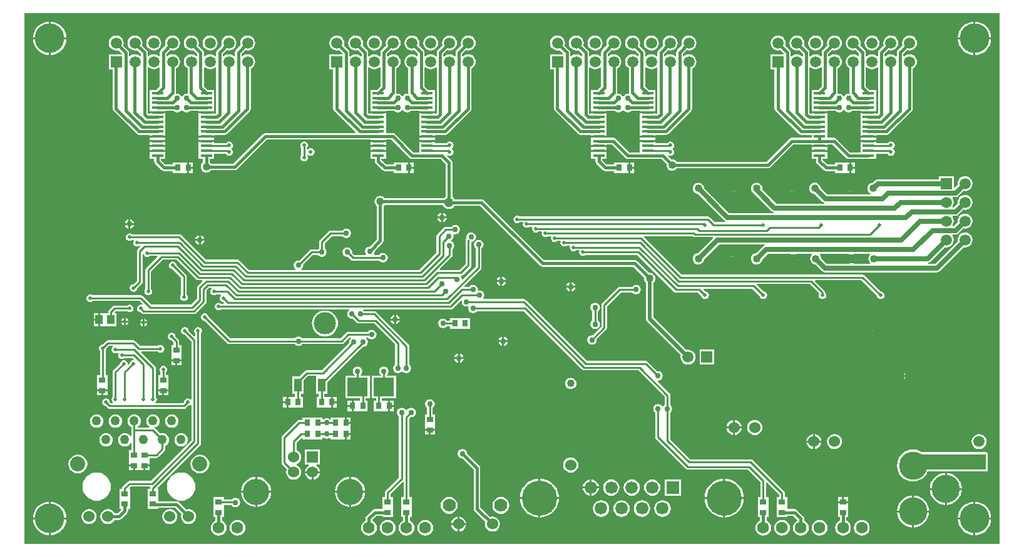
<source format=gbl>
%FSAX43Y43*%
%MOMM*%
G71*
G01*
G75*
G04 Layer_Physical_Order=2*
G04 Layer_Color=16711680*
%ADD10R,0.800X0.900*%
%ADD11R,0.900X0.800*%
%ADD12R,0.300X1.200*%
%ADD13R,1.200X0.300*%
%ADD14O,0.300X1.800*%
%ADD15O,1.800X0.300*%
%ADD16R,0.508X1.500*%
%ADD17R,2.200X2.200*%
%ADD18R,2.300X2.300*%
%ADD19R,1.200X1.400*%
%ADD20R,3.048X3.683*%
%ADD21R,2.540X1.016*%
%ADD22O,0.600X2.200*%
%ADD23R,2.032X0.635*%
%ADD24R,0.350X0.800*%
%ADD25R,2.300X2.300*%
%ADD26R,2.200X0.450*%
%ADD27R,2.400X3.100*%
%ADD28C,0.254*%
%ADD29C,0.381*%
%ADD30C,0.635*%
%ADD31C,0.508*%
%ADD32C,0.330*%
%ADD33C,0.762*%
%ADD34R,9.779X2.159*%
%ADD35R,3.048X6.858*%
%ADD36R,0.762X0.635*%
%ADD37R,1.778X2.794*%
%ADD38R,1.397X1.778*%
%ADD39R,1.016X2.286*%
%ADD40R,1.778X2.819*%
%ADD41R,32.258X2.032*%
%ADD42R,0.889X2.286*%
%ADD43R,2.540X8.636*%
%ADD44R,7.620X4.191*%
%ADD45R,3.048X10.414*%
%ADD46R,6.350X3.048*%
%ADD47R,2.286X7.112*%
%ADD48R,3.302X3.048*%
%ADD49R,7.366X1.016*%
%ADD50R,3.429X4.445*%
%ADD51R,4.191X2.032*%
%ADD52R,2.159X11.049*%
%ADD53R,3.556X3.556*%
%ADD54R,2.286X2.286*%
%ADD55R,2.413X2.286*%
%ADD56R,1.270X1.270*%
%ADD57R,2.159X2.159*%
%ADD58C,0.508*%
%ADD59C,0.762*%
%ADD60C,4.000*%
%ADD61R,1.500X1.500*%
%ADD62C,1.500*%
%ADD63C,1.524*%
%ADD64C,1.778*%
%ADD65C,1.270*%
%ADD66C,2.032*%
%ADD67R,1.524X1.524*%
%ADD68C,3.556*%
%ADD69C,1.600*%
%ADD70C,1.690*%
%ADD71R,1.690X1.690*%
%ADD72C,4.760*%
%ADD73C,3.810*%
%ADD74C,3.000*%
%ADD75R,1.500X1.500*%
%ADD76C,1.016*%
%ADD77R,1.600X0.400*%
%ADD78R,2.794X2.540*%
%ADD79R,1.000X1.800*%
%ADD80R,1.000X1.300*%
%ADD81R,9.525X2.159*%
%ADD82R,3.683X3.937*%
%ADD83R,2.286X2.540*%
%ADD84R,2.286X2.159*%
G36*
X0161410Y0042933D02*
X0029471D01*
Y0114801D01*
X0161410D01*
Y0042933D01*
D02*
G37*
%LPC*%
G36*
X0073617Y0060013D02*
X0073090D01*
Y0059436D01*
X0073617D01*
Y0060013D01*
D02*
G37*
G36*
X0084328Y0062496D02*
X0084080Y0062447D01*
X0083870Y0062307D01*
X0083730Y0062097D01*
X0083681Y0061849D01*
X0083730Y0061601D01*
X0083870Y0061391D01*
X0083940Y0061345D01*
Y0060409D01*
X0083624D01*
Y0059101D01*
X0083624Y0059101D01*
X0083624Y0059009D01*
X0083624D01*
Y0058482D01*
X0085032D01*
Y0059009D01*
D01*
Y0059009D01*
X0085032Y0059009D01*
Y0059101D01*
X0085032D01*
Y0060409D01*
X0084716D01*
Y0061345D01*
X0084786Y0061391D01*
X0084926Y0061601D01*
X0084975Y0061849D01*
X0084926Y0062097D01*
X0084786Y0062307D01*
X0084576Y0062447D01*
X0084328Y0062496D01*
D02*
G37*
G36*
X0078105Y0066941D02*
X0077857Y0066892D01*
X0077647Y0066752D01*
X0077507Y0066542D01*
X0077458Y0066294D01*
X0077507Y0066046D01*
X0077647Y0065836D01*
X0077717Y0065790D01*
Y0065659D01*
X0076454D01*
Y0062611D01*
X0077017D01*
Y0062299D01*
X0076751D01*
Y0060891D01*
X0078059D01*
Y0060891D01*
X0078059D01*
X0078059Y0060891D01*
X0078151D01*
Y0060891D01*
X0078678D01*
Y0061595D01*
Y0062299D01*
X0078151D01*
D01*
D01*
X0078151Y0062299D01*
X0078059D01*
Y0062299D01*
X0077793D01*
Y0062611D01*
X0079756D01*
Y0065659D01*
X0078493D01*
Y0065790D01*
X0078563Y0065836D01*
X0078703Y0066046D01*
X0078752Y0066294D01*
X0078703Y0066542D01*
X0078563Y0066752D01*
X0078353Y0066892D01*
X0078105Y0066941D01*
D02*
G37*
G36*
X0073722Y0061468D02*
X0073195D01*
Y0060891D01*
X0073722D01*
Y0061468D01*
D02*
G37*
G36*
X0125603Y0059682D02*
Y0058801D01*
X0126484D01*
X0126466Y0058939D01*
X0126363Y0059186D01*
X0126201Y0059399D01*
X0125988Y0059561D01*
X0125741Y0059664D01*
X0125603Y0059682D01*
D02*
G37*
G36*
X0049403Y0060460D02*
X0049171Y0060429D01*
X0048955Y0060340D01*
X0048769Y0060197D01*
X0048626Y0060011D01*
X0048537Y0059795D01*
X0048506Y0059563D01*
X0048537Y0059331D01*
X0048626Y0059115D01*
X0048769Y0058929D01*
X0048955Y0058786D01*
X0049171Y0058697D01*
X0049403Y0058666D01*
X0049635Y0058697D01*
X0049851Y0058786D01*
X0050037Y0058929D01*
X0050180Y0059115D01*
X0050269Y0059331D01*
X0050300Y0059563D01*
X0050269Y0059795D01*
X0050180Y0060011D01*
X0050037Y0060197D01*
X0049851Y0060340D01*
X0049635Y0060429D01*
X0049403Y0060460D01*
D02*
G37*
G36*
X0041783D02*
X0041551Y0060429D01*
X0041335Y0060340D01*
X0041149Y0060197D01*
X0041006Y0060011D01*
X0040917Y0059795D01*
X0040886Y0059563D01*
X0040917Y0059331D01*
X0041006Y0059115D01*
X0041149Y0058929D01*
X0041335Y0058786D01*
X0041551Y0058697D01*
X0041783Y0058666D01*
X0042015Y0058697D01*
X0042231Y0058786D01*
X0042417Y0058929D01*
X0042560Y0059115D01*
X0042649Y0059331D01*
X0042680Y0059563D01*
X0042649Y0059795D01*
X0042560Y0060011D01*
X0042417Y0060197D01*
X0042231Y0060340D01*
X0042015Y0060429D01*
X0041783Y0060460D01*
D02*
G37*
G36*
X0125349Y0059682D02*
X0125211Y0059664D01*
X0124964Y0059561D01*
X0124751Y0059399D01*
X0124589Y0059186D01*
X0124486Y0058939D01*
X0124468Y0058801D01*
X0125349D01*
Y0059682D01*
D02*
G37*
G36*
X0046863Y0060460D02*
X0046631Y0060429D01*
X0046415Y0060340D01*
X0046229Y0060197D01*
X0046086Y0060011D01*
X0045997Y0059795D01*
X0045966Y0059563D01*
X0045997Y0059331D01*
X0046086Y0059115D01*
X0046229Y0058929D01*
X0046395Y0058802D01*
X0046354Y0058681D01*
X0044832D01*
X0044791Y0058802D01*
X0044957Y0058929D01*
X0045100Y0059115D01*
X0045189Y0059331D01*
X0045220Y0059563D01*
X0045189Y0059795D01*
X0045100Y0060011D01*
X0044957Y0060197D01*
X0044771Y0060340D01*
X0044555Y0060429D01*
X0044323Y0060460D01*
X0044091Y0060429D01*
X0043875Y0060340D01*
X0043689Y0060197D01*
X0043546Y0060011D01*
X0043457Y0059795D01*
X0043426Y0059563D01*
X0043457Y0059331D01*
X0043546Y0059115D01*
X0043689Y0058929D01*
X0043875Y0058786D01*
X0043935Y0058762D01*
Y0057532D01*
X0043814Y0057491D01*
X0043687Y0057657D01*
X0043501Y0057800D01*
X0043285Y0057889D01*
X0043053Y0057920D01*
X0042821Y0057889D01*
X0042605Y0057800D01*
X0042419Y0057657D01*
X0042276Y0057471D01*
X0042187Y0057255D01*
X0042156Y0057023D01*
X0042187Y0056791D01*
X0042276Y0056575D01*
X0042419Y0056389D01*
X0042605Y0056246D01*
X0042821Y0056157D01*
X0043053Y0056126D01*
X0043285Y0056157D01*
X0043501Y0056246D01*
X0043687Y0056389D01*
X0043814Y0056555D01*
X0043935Y0056514D01*
Y0055583D01*
X0043619D01*
Y0054275D01*
X0043619Y0054275D01*
X0043619Y0054183D01*
X0043619D01*
Y0053656D01*
X0044323D01*
Y0053529D01*
X0044450D01*
Y0052875D01*
X0045593D01*
Y0053529D01*
X0045720D01*
Y0053656D01*
X0046424D01*
Y0054183D01*
D01*
Y0054183D01*
X0046424Y0054183D01*
Y0054275D01*
X0046424D01*
Y0054541D01*
X0047309D01*
X0047458Y0054570D01*
X0047584Y0054654D01*
X0047584Y0054654D01*
X0047584Y0054654D01*
X0048408Y0055478D01*
X0048492Y0055604D01*
X0048521Y0055753D01*
X0048521Y0055753D01*
X0048521Y0055753D01*
Y0055753D01*
Y0056222D01*
X0048581Y0056246D01*
X0048767Y0056389D01*
X0048910Y0056575D01*
X0048999Y0056791D01*
X0049030Y0057023D01*
X0048999Y0057255D01*
X0048910Y0057471D01*
X0048767Y0057657D01*
X0048581Y0057800D01*
X0048365Y0057889D01*
X0048133Y0057920D01*
X0047901Y0057889D01*
X0047841Y0057864D01*
X0047138Y0058568D01*
X0047114Y0058583D01*
X0047126Y0058710D01*
X0047311Y0058786D01*
X0047497Y0058929D01*
X0047640Y0059115D01*
X0047729Y0059331D01*
X0047760Y0059563D01*
X0047729Y0059795D01*
X0047640Y0060011D01*
X0047497Y0060197D01*
X0047311Y0060340D01*
X0047095Y0060429D01*
X0046863Y0060460D01*
D02*
G37*
G36*
X0064959Y0062807D02*
X0064432D01*
Y0062230D01*
X0064959D01*
Y0062807D01*
D02*
G37*
G36*
X0079459Y0062299D02*
X0078932D01*
Y0061722D01*
X0079459D01*
Y0062299D01*
D02*
G37*
G36*
X0074549Y0066941D02*
X0074301Y0066892D01*
X0074091Y0066752D01*
X0073951Y0066542D01*
X0073902Y0066294D01*
X0073951Y0066046D01*
X0074091Y0065836D01*
X0074161Y0065790D01*
Y0065659D01*
X0072898D01*
Y0062611D01*
X0074861D01*
Y0062299D01*
X0074595D01*
D01*
D01*
X0074595Y0062299D01*
X0074503D01*
Y0062299D01*
X0073976D01*
Y0061595D01*
Y0060891D01*
X0074503D01*
Y0060891D01*
X0074503D01*
X0074503Y0060891D01*
X0074595D01*
Y0060891D01*
X0075903D01*
Y0062299D01*
X0075637D01*
Y0062611D01*
X0076200D01*
Y0065659D01*
X0074937D01*
Y0065790D01*
X0075007Y0065836D01*
X0075147Y0066046D01*
X0075196Y0066294D01*
X0075147Y0066542D01*
X0075007Y0066752D01*
X0074797Y0066892D01*
X0074549Y0066941D01*
D02*
G37*
G36*
X0071712Y0062807D02*
X0071185D01*
Y0062230D01*
X0071712D01*
Y0062807D01*
D02*
G37*
G36*
X0073722Y0062299D02*
X0073195D01*
Y0061722D01*
X0073722D01*
Y0062299D01*
D02*
G37*
G36*
X0081788Y0061353D02*
X0081540Y0061304D01*
X0081330Y0061164D01*
X0081216Y0060994D01*
X0081090D01*
X0080976Y0061164D01*
X0080766Y0061304D01*
X0080518Y0061353D01*
X0080270Y0061304D01*
X0080060Y0061164D01*
X0079920Y0060954D01*
X0079871Y0060706D01*
X0079920Y0060458D01*
X0080060Y0060248D01*
X0080130Y0060202D01*
Y0051915D01*
X0078338Y0050124D01*
X0078254Y0049998D01*
X0078225Y0049849D01*
Y0049233D01*
X0077909D01*
Y0047925D01*
X0077909Y0047925D01*
X0077909Y0047833D01*
X0077909D01*
Y0047632D01*
X0076897D01*
X0076897Y0047632D01*
X0076724Y0047598D01*
X0076577Y0047499D01*
X0076577Y0047499D01*
X0075753Y0046675D01*
X0075654Y0046528D01*
X0075620Y0046355D01*
Y0046038D01*
X0075541Y0046006D01*
X0075321Y0045837D01*
X0075152Y0045617D01*
X0075046Y0045360D01*
X0075010Y0045085D01*
X0075046Y0044810D01*
X0075152Y0044553D01*
X0075321Y0044333D01*
X0075541Y0044164D01*
X0075798Y0044058D01*
X0076073Y0044022D01*
X0076348Y0044058D01*
X0076605Y0044164D01*
X0076825Y0044333D01*
X0076994Y0044553D01*
X0077100Y0044810D01*
X0077136Y0045085D01*
X0077100Y0045360D01*
X0076994Y0045617D01*
X0076825Y0045837D01*
X0076605Y0046006D01*
X0076526Y0046038D01*
Y0046167D01*
X0077085Y0046726D01*
X0077909D01*
Y0046525D01*
X0079317D01*
Y0047833D01*
D01*
Y0047833D01*
X0079317Y0047833D01*
Y0047925D01*
X0079317D01*
Y0049233D01*
X0079001D01*
Y0049688D01*
X0080647Y0051334D01*
X0080765Y0051285D01*
Y0049233D01*
X0080449D01*
Y0047925D01*
X0080449Y0047925D01*
X0080449Y0047833D01*
X0080449D01*
Y0046525D01*
X0080700D01*
Y0046038D01*
X0080621Y0046006D01*
X0080401Y0045837D01*
X0080232Y0045617D01*
X0080126Y0045360D01*
X0080090Y0045085D01*
X0080126Y0044810D01*
X0080232Y0044553D01*
X0080401Y0044333D01*
X0080621Y0044164D01*
X0080878Y0044058D01*
X0081153Y0044022D01*
X0081428Y0044058D01*
X0081685Y0044164D01*
X0081905Y0044333D01*
X0082074Y0044553D01*
X0082180Y0044810D01*
X0082216Y0045085D01*
X0082180Y0045360D01*
X0082074Y0045617D01*
X0081905Y0045837D01*
X0081685Y0046006D01*
X0081606Y0046038D01*
Y0046525D01*
X0081857D01*
Y0047833D01*
D01*
Y0047833D01*
X0081857Y0047833D01*
Y0047925D01*
X0081857D01*
Y0049233D01*
X0081541D01*
Y0059910D01*
X0081706Y0060075D01*
X0081788Y0060059D01*
X0082036Y0060108D01*
X0082246Y0060248D01*
X0082386Y0060458D01*
X0082435Y0060706D01*
X0082386Y0060954D01*
X0082246Y0061164D01*
X0082036Y0061304D01*
X0081788Y0061353D01*
D02*
G37*
G36*
X0079459Y0061468D02*
X0078932D01*
Y0060891D01*
X0079459D01*
Y0061468D01*
D02*
G37*
G36*
X0071712Y0061976D02*
X0071185D01*
Y0061399D01*
X0071712D01*
Y0061976D01*
D02*
G37*
G36*
X0064959Y0061976D02*
X0064432D01*
Y0061399D01*
X0064959D01*
Y0061976D01*
D02*
G37*
G36*
X0040513Y0057920D02*
X0040281Y0057889D01*
X0040065Y0057800D01*
X0039879Y0057657D01*
X0039736Y0057471D01*
X0039647Y0057255D01*
X0039616Y0057023D01*
X0039647Y0056791D01*
X0039736Y0056575D01*
X0039879Y0056389D01*
X0040065Y0056246D01*
X0040281Y0056157D01*
X0040513Y0056126D01*
X0040745Y0056157D01*
X0040961Y0056246D01*
X0041147Y0056389D01*
X0041290Y0056575D01*
X0041379Y0056791D01*
X0041410Y0057023D01*
X0041379Y0057255D01*
X0041290Y0057471D01*
X0041147Y0057657D01*
X0040961Y0057800D01*
X0040745Y0057889D01*
X0040513Y0057920D01*
D02*
G37*
G36*
X0137279Y0056642D02*
X0136398D01*
Y0055761D01*
X0136536Y0055779D01*
X0136783Y0055882D01*
X0136996Y0056044D01*
X0137158Y0056257D01*
X0137261Y0056504D01*
X0137279Y0056642D01*
D02*
G37*
G36*
X0136144Y0057777D02*
X0136006Y0057759D01*
X0135759Y0057656D01*
X0135546Y0057494D01*
X0135384Y0057281D01*
X0135281Y0057034D01*
X0135263Y0056896D01*
X0136144D01*
Y0057777D01*
D02*
G37*
G36*
X0050673Y0057920D02*
X0050441Y0057889D01*
X0050225Y0057800D01*
X0050039Y0057657D01*
X0049896Y0057471D01*
X0049807Y0057255D01*
X0049776Y0057023D01*
X0049807Y0056791D01*
X0049896Y0056575D01*
X0050039Y0056389D01*
X0050225Y0056246D01*
X0050441Y0056157D01*
X0050673Y0056126D01*
X0050905Y0056157D01*
X0051121Y0056246D01*
X0051307Y0056389D01*
X0051450Y0056575D01*
X0051539Y0056791D01*
X0051570Y0057023D01*
X0051539Y0057255D01*
X0051450Y0057471D01*
X0051307Y0057657D01*
X0051121Y0057800D01*
X0050905Y0057889D01*
X0050673Y0057920D01*
D02*
G37*
G36*
X0136144Y0056642D02*
X0135263D01*
X0135281Y0056504D01*
X0135384Y0056257D01*
X0135546Y0056044D01*
X0135759Y0055882D01*
X0136006Y0055779D01*
X0136144Y0055761D01*
Y0056642D01*
D02*
G37*
G36*
X0046424Y0053402D02*
X0045847D01*
Y0052875D01*
X0046424D01*
Y0053402D01*
D02*
G37*
G36*
X0044196D02*
X0043619D01*
Y0052875D01*
X0044196D01*
Y0053402D01*
D02*
G37*
G36*
X0158623Y0057782D02*
X0158361Y0057747D01*
X0158117Y0057646D01*
X0157907Y0057485D01*
X0157746Y0057275D01*
X0157645Y0057031D01*
X0157610Y0056769D01*
X0157645Y0056507D01*
X0157746Y0056263D01*
X0157907Y0056053D01*
X0158117Y0055892D01*
X0158361Y0055791D01*
X0158623Y0055756D01*
X0158885Y0055791D01*
X0159129Y0055892D01*
X0159339Y0056053D01*
X0159500Y0056263D01*
X0159601Y0056507D01*
X0159636Y0056769D01*
X0159601Y0057031D01*
X0159500Y0057275D01*
X0159339Y0057485D01*
X0159129Y0057646D01*
X0158885Y0057747D01*
X0158623Y0057782D01*
D02*
G37*
G36*
X0139065Y0057794D02*
X0138800Y0057759D01*
X0138553Y0057656D01*
X0138340Y0057494D01*
X0138178Y0057281D01*
X0138075Y0057034D01*
X0138040Y0056769D01*
X0138075Y0056504D01*
X0138178Y0056257D01*
X0138340Y0056044D01*
X0138553Y0055882D01*
X0138800Y0055779D01*
X0139065Y0055744D01*
X0139330Y0055779D01*
X0139577Y0055882D01*
X0139790Y0056044D01*
X0139952Y0056257D01*
X0140055Y0056504D01*
X0140090Y0056769D01*
X0140055Y0057034D01*
X0139952Y0057281D01*
X0139790Y0057494D01*
X0139577Y0057656D01*
X0139330Y0057759D01*
X0139065Y0057794D01*
D02*
G37*
G36*
X0085032Y0058228D02*
X0084455D01*
Y0057701D01*
X0085032D01*
Y0058228D01*
D02*
G37*
G36*
X0084201D02*
X0083624D01*
Y0057701D01*
X0084201D01*
Y0058228D01*
D02*
G37*
G36*
X0039243Y0060460D02*
X0039011Y0060429D01*
X0038795Y0060340D01*
X0038609Y0060197D01*
X0038466Y0060011D01*
X0038377Y0059795D01*
X0038346Y0059563D01*
X0038377Y0059331D01*
X0038466Y0059115D01*
X0038609Y0058929D01*
X0038795Y0058786D01*
X0039011Y0058697D01*
X0039243Y0058666D01*
X0039475Y0058697D01*
X0039691Y0058786D01*
X0039877Y0058929D01*
X0040020Y0059115D01*
X0040109Y0059331D01*
X0040140Y0059563D01*
X0040109Y0059795D01*
X0040020Y0060011D01*
X0039877Y0060197D01*
X0039691Y0060340D01*
X0039475Y0060429D01*
X0039243Y0060460D01*
D02*
G37*
G36*
X0068499Y0060013D02*
X0068428Y0060013D01*
X0068407D01*
Y0060013D01*
X0068407D01*
X0068407D01*
X0067099D01*
Y0059697D01*
X0066675D01*
X0066526Y0059668D01*
X0066400Y0059584D01*
X0064368Y0057552D01*
X0064284Y0057426D01*
X0064255Y0057277D01*
Y0053911D01*
X0064255Y0053911D01*
X0064255D01*
X0064284Y0053763D01*
X0064368Y0053637D01*
X0064974Y0053031D01*
X0064923Y0052907D01*
X0064888Y0052641D01*
X0064923Y0052376D01*
X0065026Y0052129D01*
X0065188Y0051917D01*
X0065401Y0051754D01*
X0065648Y0051652D01*
X0065913Y0051617D01*
X0066178Y0051652D01*
X0066425Y0051754D01*
X0066638Y0051917D01*
X0066800Y0052129D01*
X0066903Y0052376D01*
X0066938Y0052641D01*
X0066903Y0052907D01*
X0066800Y0053154D01*
X0066638Y0053366D01*
X0066425Y0053529D01*
X0066268Y0053594D01*
Y0053721D01*
X0066425Y0053786D01*
X0066638Y0053949D01*
X0066800Y0054161D01*
X0066903Y0054408D01*
X0066938Y0054674D01*
X0066903Y0054939D01*
X0066800Y0055186D01*
X0066638Y0055398D01*
X0066425Y0055561D01*
X0066301Y0055612D01*
Y0056608D01*
X0066982Y0057288D01*
X0067099Y0057240D01*
Y0057081D01*
X0068407D01*
Y0057081D01*
X0068407D01*
X0068407Y0057081D01*
X0068499D01*
Y0057081D01*
X0069807D01*
Y0057255D01*
X0069919Y0057315D01*
X0070110Y0057187D01*
X0070358Y0057138D01*
X0070606Y0057187D01*
X0070797Y0057315D01*
X0070909Y0057255D01*
Y0057081D01*
X0072217D01*
Y0057081D01*
X0072217D01*
X0072217Y0057081D01*
X0072309D01*
Y0057081D01*
X0072836D01*
Y0057785D01*
X0072963D01*
Y0057912D01*
X0073617D01*
Y0058489D01*
D01*
Y0058489D01*
X0073617Y0058489D01*
Y0058605D01*
X0073617D01*
Y0059182D01*
X0072963D01*
Y0059309D01*
X0072836D01*
Y0060013D01*
X0072309D01*
D01*
D01*
X0072309Y0060013D01*
X0072217D01*
Y0060013D01*
X0070909D01*
Y0059839D01*
X0070797Y0059779D01*
X0070606Y0059907D01*
X0070358Y0059956D01*
X0070110Y0059907D01*
X0069919Y0059779D01*
X0069807Y0059839D01*
Y0060013D01*
X0068499D01*
Y0060013D01*
D02*
G37*
G36*
X0126484Y0058547D02*
X0125603D01*
Y0057666D01*
X0125741Y0057684D01*
X0125988Y0057787D01*
X0126201Y0057949D01*
X0126363Y0058162D01*
X0126466Y0058409D01*
X0126484Y0058547D01*
D02*
G37*
G36*
X0073617Y0057658D02*
X0073090D01*
Y0057081D01*
X0073617D01*
Y0057658D01*
D02*
G37*
G36*
X0136398Y0057777D02*
Y0056896D01*
X0137279D01*
X0137261Y0057034D01*
X0137158Y0057281D01*
X0136996Y0057494D01*
X0136783Y0057656D01*
X0136536Y0057759D01*
X0136398Y0057777D01*
D02*
G37*
G36*
X0125349Y0058547D02*
X0124468D01*
X0124486Y0058409D01*
X0124589Y0058162D01*
X0124751Y0057949D01*
X0124964Y0057787D01*
X0125211Y0057684D01*
X0125349Y0057666D01*
Y0058547D01*
D02*
G37*
G36*
X0128270Y0059699D02*
X0128005Y0059664D01*
X0127758Y0059561D01*
X0127545Y0059399D01*
X0127383Y0059186D01*
X0127280Y0058939D01*
X0127245Y0058674D01*
X0127280Y0058409D01*
X0127383Y0058162D01*
X0127545Y0057949D01*
X0127758Y0057787D01*
X0128005Y0057684D01*
X0128270Y0057649D01*
X0128535Y0057684D01*
X0128782Y0057787D01*
X0128995Y0057949D01*
X0129157Y0058162D01*
X0129260Y0058409D01*
X0129295Y0058674D01*
X0129260Y0058939D01*
X0129157Y0059186D01*
X0128995Y0059399D01*
X0128782Y0059561D01*
X0128535Y0059664D01*
X0128270Y0059699D01*
D02*
G37*
G36*
X0094107Y0070231D02*
X0093612D01*
X0093636Y0070110D01*
X0093776Y0069900D01*
X0093986Y0069760D01*
X0094107Y0069736D01*
Y0070231D01*
D02*
G37*
G36*
X0145026Y0070612D02*
X0144145D01*
Y0069731D01*
X0144283Y0069749D01*
X0144530Y0069852D01*
X0144743Y0070014D01*
X0144905Y0070227D01*
X0145008Y0070474D01*
X0145026Y0070612D01*
D02*
G37*
G36*
X0094107Y0070980D02*
X0093986Y0070956D01*
X0093776Y0070816D01*
X0093636Y0070606D01*
X0093612Y0070485D01*
X0094107D01*
Y0070980D01*
D02*
G37*
G36*
X0094856Y0070231D02*
X0094361D01*
Y0069736D01*
X0094482Y0069760D01*
X0094692Y0069900D01*
X0094832Y0070110D01*
X0094856Y0070231D01*
D02*
G37*
G36*
X0143891Y0070612D02*
X0143010D01*
X0143028Y0070474D01*
X0143131Y0070227D01*
X0143293Y0070014D01*
X0143506Y0069852D01*
X0143753Y0069749D01*
X0143891Y0069731D01*
Y0070612D01*
D02*
G37*
G36*
X0135001Y0069207D02*
X0134863Y0069189D01*
X0134616Y0069086D01*
X0134403Y0068924D01*
X0134241Y0068711D01*
X0134138Y0068464D01*
X0134120Y0068326D01*
X0135001D01*
Y0069207D01*
D02*
G37*
G36*
X0088392Y0068694D02*
Y0068199D01*
X0088887D01*
X0088863Y0068320D01*
X0088723Y0068530D01*
X0088513Y0068670D01*
X0088392Y0068694D01*
D02*
G37*
G36*
X0049403Y0071511D02*
X0049205Y0071472D01*
X0049037Y0071359D01*
X0048924Y0071191D01*
X0048885Y0070993D01*
X0048924Y0070795D01*
X0049037Y0070627D01*
X0049205Y0070514D01*
X0049364Y0070483D01*
X0049650Y0070197D01*
Y0069807D01*
X0049334D01*
Y0068499D01*
X0049334Y0068499D01*
X0049334Y0068407D01*
X0049334D01*
Y0067880D01*
X0050742D01*
Y0068407D01*
D01*
Y0068407D01*
X0050742Y0068407D01*
Y0068499D01*
X0050742D01*
Y0069807D01*
X0050426D01*
Y0070358D01*
X0050397Y0070507D01*
X0050313Y0070633D01*
X0049913Y0071032D01*
X0049882Y0071191D01*
X0049769Y0071359D01*
X0049601Y0071472D01*
X0049403Y0071511D01*
D02*
G37*
G36*
X0135255Y0069207D02*
Y0068326D01*
X0136136D01*
X0136118Y0068464D01*
X0136015Y0068711D01*
X0135853Y0068924D01*
X0135640Y0069086D01*
X0135393Y0069189D01*
X0135255Y0069207D01*
D02*
G37*
G36*
X0064374Y0072644D02*
X0062751D01*
Y0071021D01*
X0062968Y0071042D01*
X0063298Y0071143D01*
X0063603Y0071306D01*
X0063870Y0071525D01*
X0064089Y0071792D01*
X0064252Y0072097D01*
X0064353Y0072427D01*
X0064374Y0072644D01*
D02*
G37*
G36*
X0062497D02*
X0060874D01*
X0060895Y0072427D01*
X0060996Y0072097D01*
X0061159Y0071792D01*
X0061378Y0071525D01*
X0061645Y0071306D01*
X0061950Y0071143D01*
X0062280Y0071042D01*
X0062497Y0071021D01*
Y0072644D01*
D02*
G37*
G36*
X0106680Y0075577D02*
X0106432Y0075528D01*
X0106222Y0075388D01*
X0106082Y0075178D01*
X0106033Y0074930D01*
X0106082Y0074682D01*
X0106222Y0074472D01*
X0106292Y0074426D01*
Y0073148D01*
X0106222Y0073102D01*
X0106082Y0072892D01*
X0106033Y0072644D01*
X0106082Y0072396D01*
X0106222Y0072186D01*
X0106432Y0072046D01*
X0106680Y0071997D01*
X0106928Y0072046D01*
X0107138Y0072186D01*
X0107278Y0072396D01*
X0107327Y0072644D01*
X0107278Y0072892D01*
X0107138Y0073102D01*
X0107068Y0073148D01*
Y0074426D01*
X0107138Y0074472D01*
X0107278Y0074682D01*
X0107327Y0074930D01*
X0107278Y0075178D01*
X0107138Y0075388D01*
X0106928Y0075528D01*
X0106680Y0075577D01*
D02*
G37*
G36*
X0052959Y0072273D02*
X0052761Y0072234D01*
X0052593Y0072121D01*
X0052480Y0071953D01*
X0052441Y0071755D01*
X0052480Y0071557D01*
X0052571Y0071422D01*
Y0071081D01*
X0052453Y0071032D01*
X0051691Y0071794D01*
X0051660Y0071953D01*
X0051547Y0072121D01*
X0051379Y0072234D01*
X0051181Y0072273D01*
X0050983Y0072234D01*
X0050815Y0072121D01*
X0050702Y0071953D01*
X0050663Y0071755D01*
X0050702Y0071557D01*
X0050815Y0071389D01*
X0050983Y0071276D01*
X0051142Y0071245D01*
X0052063Y0070324D01*
Y0062487D01*
X0051941Y0062450D01*
X0051928Y0062469D01*
X0051760Y0062582D01*
X0051562Y0062621D01*
X0051364Y0062582D01*
X0051196Y0062469D01*
X0051083Y0062301D01*
X0051052Y0062142D01*
X0050893Y0061983D01*
X0047247D01*
X0047210Y0062105D01*
X0047229Y0062118D01*
X0047342Y0062286D01*
X0047381Y0062484D01*
X0047342Y0062682D01*
X0047251Y0062817D01*
Y0066675D01*
X0047222Y0066824D01*
X0047138Y0066950D01*
X0045251Y0068836D01*
X0045300Y0068954D01*
X0047546D01*
X0047681Y0068863D01*
X0047879Y0068824D01*
X0048077Y0068863D01*
X0048245Y0068976D01*
X0048358Y0069144D01*
X0048397Y0069342D01*
X0048358Y0069540D01*
X0048245Y0069708D01*
X0048077Y0069821D01*
X0047879Y0069860D01*
X0047681Y0069821D01*
X0047546Y0069730D01*
X0045119D01*
X0044471Y0070379D01*
X0044345Y0070463D01*
X0044196Y0070492D01*
X0040770D01*
X0040621Y0070463D01*
X0040495Y0070379D01*
X0040031Y0069914D01*
X0039872Y0069883D01*
X0039704Y0069770D01*
X0039591Y0069602D01*
X0039552Y0069404D01*
X0039591Y0069206D01*
X0039682Y0069071D01*
Y0065743D01*
X0039301D01*
Y0064435D01*
X0039301Y0064435D01*
X0039301Y0064343D01*
X0039301D01*
Y0063816D01*
X0040709D01*
Y0064343D01*
D01*
Y0064343D01*
X0040709Y0064343D01*
Y0064435D01*
X0040709D01*
Y0065743D01*
X0040458D01*
Y0069071D01*
X0040549Y0069206D01*
X0040580Y0069365D01*
X0040931Y0069716D01*
X0041399D01*
X0041436Y0069594D01*
X0041417Y0069581D01*
X0041304Y0069413D01*
X0041265Y0069215D01*
X0041304Y0069017D01*
X0041417Y0068849D01*
X0041585Y0068736D01*
X0041783Y0068697D01*
X0041981Y0068736D01*
X0042083Y0068804D01*
X0042206Y0068773D01*
X0042237Y0068715D01*
X0042195Y0068651D01*
X0042156Y0068453D01*
X0042195Y0068255D01*
X0042307Y0068087D01*
X0042475Y0067974D01*
X0042674Y0067935D01*
X0042872Y0067974D01*
X0043007Y0068065D01*
X0044162D01*
X0044294Y0067932D01*
X0044234Y0067820D01*
X0044196Y0067828D01*
X0043998Y0067789D01*
X0043830Y0067676D01*
X0043717Y0067508D01*
X0043686Y0067349D01*
X0043548Y0067212D01*
X0043436Y0067272D01*
X0043444Y0067310D01*
X0043405Y0067508D01*
X0043292Y0067676D01*
X0043124Y0067789D01*
X0042926Y0067828D01*
X0042728Y0067789D01*
X0042560Y0067676D01*
X0042447Y0067508D01*
X0042416Y0067349D01*
X0041508Y0066442D01*
X0041424Y0066316D01*
X0041395Y0066167D01*
Y0062817D01*
X0041304Y0062682D01*
X0041265Y0062484D01*
X0041304Y0062286D01*
X0041417Y0062118D01*
X0041436Y0062105D01*
X0041399Y0061983D01*
X0041182D01*
X0041023Y0062142D01*
X0040992Y0062301D01*
X0040879Y0062469D01*
X0040711Y0062582D01*
X0040513Y0062621D01*
X0040315Y0062582D01*
X0040147Y0062469D01*
X0040034Y0062301D01*
X0039995Y0062103D01*
X0040034Y0061905D01*
X0040147Y0061737D01*
X0040315Y0061624D01*
X0040474Y0061593D01*
X0040746Y0061320D01*
X0040872Y0061236D01*
X0041021Y0061207D01*
X0051054D01*
X0051203Y0061236D01*
X0051329Y0061320D01*
X0051329Y0061320D01*
X0051329Y0061320D01*
X0051601Y0061593D01*
X0051760Y0061624D01*
X0051928Y0061737D01*
X0051941Y0061756D01*
X0052063Y0061719D01*
Y0056930D01*
X0046575Y0051442D01*
X0043688D01*
X0043539Y0051413D01*
X0043413Y0051329D01*
X0042778Y0050694D01*
X0042694Y0050568D01*
X0042665Y0050419D01*
Y0050376D01*
X0042349D01*
Y0049068D01*
X0042349Y0049068D01*
X0042349Y0048976D01*
X0042349D01*
Y0047668D01*
X0042543D01*
X0042592Y0047551D01*
X0042103Y0047062D01*
X0041679D01*
X0041654Y0047121D01*
X0041492Y0047334D01*
X0041279Y0047496D01*
X0041032Y0047599D01*
X0040767Y0047634D01*
X0040502Y0047599D01*
X0040255Y0047496D01*
X0040042Y0047334D01*
X0039880Y0047121D01*
X0039777Y0046874D01*
X0039742Y0046609D01*
X0039777Y0046344D01*
X0039880Y0046097D01*
X0040042Y0045884D01*
X0040255Y0045722D01*
X0040502Y0045619D01*
X0040767Y0045584D01*
X0041032Y0045619D01*
X0041279Y0045722D01*
X0041492Y0045884D01*
X0041654Y0046097D01*
X0041679Y0046156D01*
X0042291D01*
X0042464Y0046190D01*
X0042611Y0046289D01*
X0043373Y0047051D01*
X0043472Y0047198D01*
X0043506Y0047371D01*
Y0047668D01*
X0043757D01*
Y0048976D01*
D01*
Y0048976D01*
X0043757Y0048976D01*
Y0049068D01*
X0043757D01*
Y0050376D01*
X0043725D01*
X0043677Y0050493D01*
X0043849Y0050666D01*
X0046423D01*
X0046504Y0050568D01*
D01*
X0046504D01*
X0046475Y0050419D01*
Y0050376D01*
X0046159D01*
Y0049068D01*
X0046159Y0049068D01*
X0046159Y0048976D01*
X0046159D01*
Y0047668D01*
X0047567D01*
Y0047807D01*
X0049850D01*
X0050724Y0046933D01*
X0050699Y0046874D01*
X0050664Y0046609D01*
X0050699Y0046344D01*
X0050802Y0046097D01*
X0050964Y0045884D01*
X0051177Y0045722D01*
X0051424Y0045619D01*
X0051689Y0045584D01*
X0051954Y0045619D01*
X0052201Y0045722D01*
X0052414Y0045884D01*
X0052576Y0046097D01*
X0052679Y0046344D01*
X0052714Y0046609D01*
X0052679Y0046874D01*
X0052576Y0047121D01*
X0052414Y0047334D01*
X0052201Y0047496D01*
X0051954Y0047599D01*
X0051689Y0047634D01*
X0051424Y0047599D01*
X0051365Y0047574D01*
X0050358Y0048580D01*
X0050211Y0048679D01*
X0050038Y0048713D01*
X0047567D01*
Y0048976D01*
D01*
Y0048976D01*
X0047567Y0048976D01*
Y0049068D01*
X0047567D01*
Y0050376D01*
X0047535D01*
X0047487Y0050493D01*
X0053234Y0056240D01*
X0053318Y0056366D01*
X0053347Y0056515D01*
Y0071422D01*
X0053438Y0071557D01*
X0053477Y0071755D01*
X0053438Y0071953D01*
X0053325Y0072121D01*
X0053157Y0072234D01*
X0052959Y0072273D01*
D02*
G37*
G36*
X0070124Y0074533D02*
X0069780Y0074500D01*
X0069450Y0074399D01*
X0069145Y0074236D01*
X0068878Y0074017D01*
X0068659Y0073750D01*
X0068496Y0073445D01*
X0068395Y0073115D01*
X0068362Y0072771D01*
X0068395Y0072427D01*
X0068496Y0072097D01*
X0068659Y0071792D01*
X0068878Y0071525D01*
X0069145Y0071306D01*
X0069450Y0071143D01*
X0069780Y0071042D01*
X0070124Y0071009D01*
X0070468Y0071042D01*
X0070798Y0071143D01*
X0071103Y0071306D01*
X0071370Y0071525D01*
X0071589Y0071792D01*
X0071752Y0072097D01*
X0071853Y0072427D01*
X0071886Y0072771D01*
X0071853Y0073115D01*
X0071752Y0073445D01*
X0071589Y0073750D01*
X0071370Y0074017D01*
X0071103Y0074236D01*
X0070798Y0074399D01*
X0070468Y0074500D01*
X0070124Y0074533D01*
D02*
G37*
G36*
X0053848Y0074178D02*
X0053650Y0074139D01*
X0053482Y0074026D01*
X0053369Y0073858D01*
X0053330Y0073660D01*
X0053369Y0073462D01*
X0053482Y0073294D01*
X0053650Y0073181D01*
X0053809Y0073150D01*
X0056875Y0070083D01*
X0057001Y0069999D01*
X0057150Y0069970D01*
X0066044D01*
X0066090Y0069900D01*
X0066300Y0069760D01*
X0066548Y0069711D01*
X0066796Y0069760D01*
X0067006Y0069900D01*
X0067052Y0069970D01*
X0072390D01*
X0072539Y0069999D01*
X0072665Y0070083D01*
X0073441Y0070859D01*
X0073619D01*
X0073656Y0070738D01*
X0073583Y0070689D01*
X0073443Y0070479D01*
X0073394Y0070231D01*
X0073405Y0070173D01*
X0069661Y0066428D01*
X0067663D01*
X0067514Y0066399D01*
X0067388Y0066315D01*
X0066637Y0065563D01*
X0065718D01*
Y0063255D01*
X0066084D01*
Y0062807D01*
X0065832D01*
D01*
D01*
X0065832Y0062807D01*
X0065740D01*
Y0062807D01*
X0065213D01*
Y0062103D01*
Y0061399D01*
X0065740D01*
Y0061399D01*
X0065740D01*
X0065740Y0061399D01*
X0065832D01*
Y0061399D01*
X0067140D01*
Y0062807D01*
X0066860D01*
Y0063255D01*
X0067226D01*
Y0065054D01*
X0067824Y0065652D01*
X0068918D01*
Y0065563D01*
X0068918D01*
Y0063255D01*
X0069284D01*
Y0062807D01*
X0069004D01*
Y0061399D01*
X0070312D01*
Y0061399D01*
X0070312D01*
X0070312Y0061399D01*
X0070404D01*
Y0061399D01*
X0070931D01*
Y0062103D01*
Y0062807D01*
X0070404D01*
D01*
D01*
X0070404Y0062807D01*
X0070312D01*
Y0062807D01*
X0070060D01*
Y0063255D01*
X0070426D01*
Y0064797D01*
X0075229Y0069600D01*
X0075311Y0069584D01*
X0075559Y0069633D01*
X0075769Y0069773D01*
X0075909Y0069983D01*
X0075958Y0070231D01*
X0075909Y0070479D01*
X0075769Y0070689D01*
X0075696Y0070738D01*
X0075733Y0070859D01*
X0075950D01*
X0075996Y0070790D01*
X0076206Y0070650D01*
X0076454Y0070600D01*
X0076702Y0070650D01*
X0076912Y0070790D01*
X0077052Y0071000D01*
X0077101Y0071248D01*
X0077052Y0071495D01*
X0076912Y0071705D01*
X0076702Y0071846D01*
X0076454Y0071895D01*
X0076206Y0071846D01*
X0075996Y0071705D01*
X0075950Y0071636D01*
X0073280D01*
X0073131Y0071607D01*
X0073005Y0071522D01*
X0072229Y0070746D01*
X0067052D01*
X0067006Y0070816D01*
X0066796Y0070956D01*
X0066548Y0071005D01*
X0066300Y0070956D01*
X0066090Y0070816D01*
X0066044Y0070746D01*
X0057311D01*
X0054358Y0073699D01*
X0054327Y0073858D01*
X0054214Y0074026D01*
X0054046Y0074139D01*
X0053848Y0074178D01*
D02*
G37*
G36*
X0094361Y0070980D02*
Y0070485D01*
X0094856D01*
X0094832Y0070606D01*
X0094692Y0070816D01*
X0094482Y0070956D01*
X0094361Y0070980D01*
D02*
G37*
G36*
X0144145Y0071747D02*
Y0070866D01*
X0145026D01*
X0145008Y0071004D01*
X0144905Y0071251D01*
X0144743Y0071464D01*
X0144530Y0071626D01*
X0144283Y0071729D01*
X0144145Y0071747D01*
D02*
G37*
G36*
X0143891D02*
X0143753Y0071729D01*
X0143506Y0071626D01*
X0143293Y0071464D01*
X0143131Y0071251D01*
X0143028Y0071004D01*
X0143010Y0070866D01*
X0143891D01*
Y0071747D01*
D02*
G37*
G36*
X0147320Y0065532D02*
X0146311D01*
X0146333Y0065361D01*
X0146449Y0065083D01*
X0146632Y0064844D01*
X0146871Y0064661D01*
X0147149Y0064545D01*
X0147320Y0064523D01*
Y0065532D01*
D02*
G37*
G36*
X0048260Y0067066D02*
X0048062Y0067027D01*
X0047894Y0066914D01*
X0047781Y0066746D01*
X0047742Y0066548D01*
X0047781Y0066350D01*
X0047872Y0066215D01*
Y0065743D01*
X0047556D01*
Y0064435D01*
X0047556Y0064435D01*
X0047556Y0064343D01*
X0047556D01*
Y0063816D01*
X0048964D01*
Y0064343D01*
D01*
Y0064343D01*
X0048964Y0064343D01*
Y0064435D01*
X0048964D01*
Y0065743D01*
X0048648D01*
Y0066215D01*
X0048739Y0066350D01*
X0048778Y0066548D01*
X0048739Y0066746D01*
X0048626Y0066914D01*
X0048458Y0067027D01*
X0048260Y0067066D01*
D02*
G37*
G36*
X0147320Y0066795D02*
X0147149Y0066773D01*
X0146871Y0066657D01*
X0146632Y0066474D01*
X0146449Y0066235D01*
X0146333Y0065957D01*
X0146311Y0065786D01*
X0147320D01*
Y0066795D01*
D02*
G37*
G36*
X0148583Y0065532D02*
X0147574D01*
Y0064523D01*
X0147745Y0064545D01*
X0148023Y0064661D01*
X0148262Y0064844D01*
X0148445Y0065083D01*
X0148561Y0065361D01*
X0148583Y0065532D01*
D02*
G37*
G36*
X0103378Y0065412D02*
X0103179Y0065385D01*
X0102994Y0065309D01*
X0102835Y0065186D01*
X0102712Y0065027D01*
X0102636Y0064842D01*
X0102609Y0064643D01*
X0102636Y0064444D01*
X0102712Y0064259D01*
X0102835Y0064100D01*
X0102994Y0063977D01*
X0103179Y0063901D01*
X0103378Y0063874D01*
X0103577Y0063901D01*
X0103762Y0063977D01*
X0103921Y0064100D01*
X0104044Y0064259D01*
X0104120Y0064444D01*
X0104147Y0064643D01*
X0104120Y0064842D01*
X0104044Y0065027D01*
X0103921Y0065186D01*
X0103762Y0065309D01*
X0103577Y0065385D01*
X0103378Y0065412D01*
D02*
G37*
G36*
X0040709Y0063562D02*
X0040132D01*
Y0063035D01*
X0040709D01*
Y0063562D01*
D02*
G37*
G36*
X0039878D02*
X0039301D01*
Y0063035D01*
X0039878D01*
Y0063562D01*
D02*
G37*
G36*
X0048964D02*
X0048387D01*
Y0063035D01*
X0048964D01*
Y0063562D01*
D02*
G37*
G36*
X0048133D02*
X0047556D01*
Y0063035D01*
X0048133D01*
Y0063562D01*
D02*
G37*
G36*
X0088138Y0067945D02*
X0087643D01*
X0087667Y0067824D01*
X0087807Y0067614D01*
X0088017Y0067474D01*
X0088138Y0067450D01*
Y0067945D01*
D02*
G37*
G36*
X0122797Y0069203D02*
X0120789D01*
Y0067195D01*
X0122797D01*
Y0069203D01*
D02*
G37*
G36*
X0088138Y0068694D02*
X0088017Y0068670D01*
X0087807Y0068530D01*
X0087667Y0068320D01*
X0087643Y0068199D01*
X0088138D01*
Y0068694D01*
D02*
G37*
G36*
X0088887Y0067945D02*
X0088392D01*
Y0067450D01*
X0088513Y0067474D01*
X0088723Y0067614D01*
X0088863Y0067824D01*
X0088887Y0067945D01*
D02*
G37*
G36*
X0136136Y0068072D02*
X0135255D01*
Y0067191D01*
X0135393Y0067209D01*
X0135640Y0067312D01*
X0135853Y0067474D01*
X0136015Y0067687D01*
X0136118Y0067934D01*
X0136136Y0068072D01*
D02*
G37*
G36*
X0049911Y0067626D02*
X0049334D01*
Y0067099D01*
X0049911D01*
Y0067626D01*
D02*
G37*
G36*
X0147574Y0066795D02*
Y0065786D01*
X0148583D01*
X0148561Y0065957D01*
X0148445Y0066235D01*
X0148262Y0066474D01*
X0148023Y0066657D01*
X0147745Y0066773D01*
X0147574Y0066795D01*
D02*
G37*
G36*
X0135001Y0068072D02*
X0134120D01*
X0134138Y0067934D01*
X0134241Y0067687D01*
X0134403Y0067474D01*
X0134616Y0067312D01*
X0134863Y0067209D01*
X0135001Y0067191D01*
Y0068072D01*
D02*
G37*
G36*
X0050742Y0067626D02*
X0050165D01*
Y0067099D01*
X0050742D01*
Y0067626D01*
D02*
G37*
G36*
X0101770Y0048997D02*
X0099265D01*
Y0046492D01*
X0099551Y0046514D01*
X0099954Y0046611D01*
X0100338Y0046770D01*
X0100691Y0046986D01*
X0101006Y0047256D01*
X0101276Y0047571D01*
X0101492Y0047924D01*
X0101651Y0048308D01*
X0101748Y0048711D01*
X0101770Y0048997D01*
D02*
G37*
G36*
X0099011D02*
X0096506D01*
X0096528Y0048711D01*
X0096625Y0048308D01*
X0096784Y0047924D01*
X0097000Y0047571D01*
X0097270Y0047256D01*
X0097585Y0046986D01*
X0097938Y0046770D01*
X0098322Y0046611D01*
X0098725Y0046514D01*
X0099011Y0046492D01*
Y0048997D01*
D02*
G37*
G36*
X0126760D02*
X0124255D01*
Y0046492D01*
X0124541Y0046514D01*
X0124944Y0046611D01*
X0125328Y0046770D01*
X0125681Y0046986D01*
X0125996Y0047256D01*
X0126266Y0047571D01*
X0126482Y0047924D01*
X0126641Y0048308D01*
X0126738Y0048711D01*
X0126760Y0048997D01*
D02*
G37*
G36*
X0124001D02*
X0121496D01*
X0121518Y0048711D01*
X0121615Y0048308D01*
X0121774Y0047924D01*
X0121990Y0047571D01*
X0122260Y0047256D01*
X0122575Y0046986D01*
X0122928Y0046770D01*
X0123312Y0046611D01*
X0123715Y0046514D01*
X0124001Y0046492D01*
Y0048997D01*
D02*
G37*
G36*
X0158115Y0048607D02*
Y0046482D01*
X0160240D01*
X0160209Y0046797D01*
X0160081Y0047222D01*
X0159871Y0047613D01*
X0159590Y0047957D01*
X0159246Y0048238D01*
X0158855Y0048447D01*
X0158430Y0048576D01*
X0158115Y0048607D01*
D02*
G37*
G36*
X0032766D02*
X0032451Y0048576D01*
X0032026Y0048447D01*
X0031635Y0048238D01*
X0031291Y0047957D01*
X0031010Y0047613D01*
X0030801Y0047222D01*
X0030672Y0046797D01*
X0030641Y0046482D01*
X0032766D01*
Y0048607D01*
D02*
G37*
G36*
X0088328Y0046601D02*
Y0045720D01*
X0089210D01*
X0089191Y0045858D01*
X0089089Y0046105D01*
X0088926Y0046318D01*
X0088714Y0046480D01*
X0088467Y0046583D01*
X0088328Y0046601D01*
D02*
G37*
G36*
X0157861Y0048607D02*
X0157546Y0048576D01*
X0157121Y0048447D01*
X0156730Y0048238D01*
X0156386Y0047957D01*
X0156105Y0047613D01*
X0155895Y0047222D01*
X0155767Y0046797D01*
X0155736Y0046482D01*
X0157861D01*
Y0048607D01*
D02*
G37*
G36*
X0033020D02*
Y0046482D01*
X0035145D01*
X0035114Y0046797D01*
X0034986Y0047222D01*
X0034776Y0047613D01*
X0034495Y0047957D01*
X0034151Y0048238D01*
X0033760Y0048447D01*
X0033335Y0048576D01*
X0033020Y0048607D01*
D02*
G37*
G36*
X0149542Y0049464D02*
X0149246Y0049435D01*
X0148839Y0049312D01*
X0148464Y0049111D01*
X0148135Y0048842D01*
X0147866Y0048513D01*
X0147665Y0048138D01*
X0147542Y0047731D01*
X0147513Y0047435D01*
X0149542D01*
Y0049464D01*
D02*
G37*
G36*
X0093916Y0049286D02*
X0093618Y0049247D01*
X0093340Y0049131D01*
X0093101Y0048948D01*
X0092918Y0048709D01*
X0092803Y0048431D01*
X0092764Y0048133D01*
X0092803Y0047835D01*
X0092918Y0047557D01*
X0093101Y0047318D01*
X0093340Y0047135D01*
X0093618Y0047019D01*
X0093916Y0046980D01*
X0094215Y0047019D01*
X0094493Y0047135D01*
X0094732Y0047318D01*
X0094915Y0047557D01*
X0095030Y0047835D01*
X0095069Y0048133D01*
X0095030Y0048431D01*
X0094915Y0048709D01*
X0094732Y0048948D01*
X0094493Y0049131D01*
X0094215Y0049247D01*
X0093916Y0049286D01*
D02*
G37*
G36*
X0056457Y0049233D02*
X0055049D01*
Y0047925D01*
X0055049Y0047925D01*
X0055049Y0047833D01*
X0055049D01*
Y0046525D01*
X0055300D01*
Y0046038D01*
X0055221Y0046006D01*
X0055001Y0045837D01*
X0054832Y0045617D01*
X0054726Y0045360D01*
X0054690Y0045085D01*
X0054726Y0044810D01*
X0054832Y0044553D01*
X0055001Y0044333D01*
X0055221Y0044164D01*
X0055478Y0044058D01*
X0055753Y0044022D01*
X0056028Y0044058D01*
X0056285Y0044164D01*
X0056505Y0044333D01*
X0056674Y0044553D01*
X0056780Y0044810D01*
X0056816Y0045085D01*
X0056780Y0045360D01*
X0056674Y0045617D01*
X0056505Y0045837D01*
X0056285Y0046006D01*
X0056206Y0046038D01*
Y0046525D01*
X0056457D01*
Y0047833D01*
D01*
Y0047833D01*
X0056457Y0047833D01*
Y0047925D01*
X0056457D01*
Y0048191D01*
X0057491D01*
X0057581Y0048056D01*
X0057791Y0047916D01*
X0058039Y0047867D01*
X0058287Y0047916D01*
X0058497Y0048056D01*
X0058637Y0048266D01*
X0058686Y0048514D01*
X0058637Y0048762D01*
X0058497Y0048972D01*
X0058287Y0049112D01*
X0058039Y0049161D01*
X0057791Y0049112D01*
X0057581Y0048972D01*
X0057578Y0048967D01*
X0056457D01*
Y0049233D01*
D02*
G37*
G36*
X0149796Y0049464D02*
Y0047435D01*
X0151826D01*
X0151797Y0047731D01*
X0151674Y0048138D01*
X0151473Y0048513D01*
X0151204Y0048842D01*
X0150875Y0049111D01*
X0150500Y0049312D01*
X0150093Y0049435D01*
X0149796Y0049464D01*
D02*
G37*
G36*
X0086932Y0049286D02*
X0086633Y0049247D01*
X0086355Y0049131D01*
X0086116Y0048948D01*
X0085933Y0048709D01*
X0085818Y0048431D01*
X0085779Y0048133D01*
X0085818Y0047835D01*
X0085933Y0047557D01*
X0086116Y0047318D01*
X0086355Y0047135D01*
X0086633Y0047019D01*
X0086932Y0046980D01*
X0087230Y0047019D01*
X0087508Y0047135D01*
X0087747Y0047318D01*
X0087930Y0047557D01*
X0088045Y0047835D01*
X0088084Y0048133D01*
X0088045Y0048431D01*
X0087930Y0048709D01*
X0087747Y0048948D01*
X0087508Y0049131D01*
X0087230Y0049247D01*
X0086932Y0049286D01*
D02*
G37*
G36*
X0110248Y0048812D02*
X0109961Y0048775D01*
X0109694Y0048664D01*
X0109464Y0048488D01*
X0109288Y0048258D01*
X0109177Y0047991D01*
X0109140Y0047704D01*
X0109177Y0047417D01*
X0109288Y0047150D01*
X0109464Y0046920D01*
X0109694Y0046744D01*
X0109961Y0046633D01*
X0110248Y0046596D01*
X0110535Y0046633D01*
X0110802Y0046744D01*
X0111032Y0046920D01*
X0111208Y0047150D01*
X0111319Y0047417D01*
X0111356Y0047704D01*
X0111319Y0047991D01*
X0111208Y0048258D01*
X0111032Y0048488D01*
X0110802Y0048664D01*
X0110535Y0048775D01*
X0110248Y0048812D01*
D02*
G37*
G36*
X0107478D02*
X0107191Y0048775D01*
X0106924Y0048664D01*
X0106694Y0048488D01*
X0106518Y0048258D01*
X0106407Y0047991D01*
X0106370Y0047704D01*
X0106407Y0047417D01*
X0106518Y0047150D01*
X0106694Y0046920D01*
X0106924Y0046744D01*
X0107191Y0046633D01*
X0107478Y0046596D01*
X0107765Y0046633D01*
X0108032Y0046744D01*
X0108262Y0046920D01*
X0108438Y0047150D01*
X0108549Y0047417D01*
X0108586Y0047704D01*
X0108549Y0047991D01*
X0108438Y0048258D01*
X0108262Y0048488D01*
X0108032Y0048664D01*
X0107765Y0048775D01*
X0107478Y0048812D01*
D02*
G37*
G36*
X0115788D02*
X0115501Y0048775D01*
X0115234Y0048664D01*
X0115004Y0048488D01*
X0114828Y0048258D01*
X0114717Y0047991D01*
X0114680Y0047704D01*
X0114717Y0047417D01*
X0114828Y0047150D01*
X0115004Y0046920D01*
X0115234Y0046744D01*
X0115501Y0046633D01*
X0115788Y0046596D01*
X0116075Y0046633D01*
X0116342Y0046744D01*
X0116572Y0046920D01*
X0116748Y0047150D01*
X0116859Y0047417D01*
X0116896Y0047704D01*
X0116859Y0047991D01*
X0116748Y0048258D01*
X0116572Y0048488D01*
X0116342Y0048664D01*
X0116075Y0048775D01*
X0115788Y0048812D01*
D02*
G37*
G36*
X0113018D02*
X0112731Y0048775D01*
X0112464Y0048664D01*
X0112234Y0048488D01*
X0112058Y0048258D01*
X0111947Y0047991D01*
X0111910Y0047704D01*
X0111947Y0047417D01*
X0112058Y0047150D01*
X0112234Y0046920D01*
X0112464Y0046744D01*
X0112731Y0046633D01*
X0113018Y0046596D01*
X0113305Y0046633D01*
X0113572Y0046744D01*
X0113802Y0046920D01*
X0113978Y0047150D01*
X0114089Y0047417D01*
X0114126Y0047704D01*
X0114089Y0047991D01*
X0113978Y0048258D01*
X0113802Y0048488D01*
X0113572Y0048664D01*
X0113305Y0048775D01*
X0113018Y0048812D01*
D02*
G37*
G36*
X0032766Y0046228D02*
X0030641D01*
X0030672Y0045913D01*
X0030801Y0045488D01*
X0031010Y0045097D01*
X0031291Y0044753D01*
X0031635Y0044472D01*
X0032026Y0044263D01*
X0032451Y0044134D01*
X0032766Y0044103D01*
Y0046228D01*
D02*
G37*
G36*
X0142748Y0046148D02*
X0142473Y0046112D01*
X0142216Y0046006D01*
X0141996Y0045837D01*
X0141827Y0045617D01*
X0141721Y0045360D01*
X0141685Y0045085D01*
X0141721Y0044810D01*
X0141827Y0044553D01*
X0141996Y0044333D01*
X0142216Y0044164D01*
X0142473Y0044058D01*
X0142748Y0044022D01*
X0143023Y0044058D01*
X0143280Y0044164D01*
X0143500Y0044333D01*
X0143669Y0044553D01*
X0143775Y0044810D01*
X0143811Y0045085D01*
X0143775Y0045360D01*
X0143669Y0045617D01*
X0143500Y0045837D01*
X0143280Y0046006D01*
X0143023Y0046112D01*
X0142748Y0046148D01*
D02*
G37*
G36*
X0157861Y0046228D02*
X0155736D01*
X0155767Y0045913D01*
X0155895Y0045488D01*
X0156105Y0045097D01*
X0156386Y0044753D01*
X0156730Y0044472D01*
X0157121Y0044263D01*
X0157546Y0044134D01*
X0157861Y0044103D01*
Y0046228D01*
D02*
G37*
G36*
X0035145D02*
X0033020D01*
Y0044103D01*
X0033335Y0044134D01*
X0033760Y0044263D01*
X0034151Y0044472D01*
X0034495Y0044753D01*
X0034776Y0045097D01*
X0034986Y0045488D01*
X0035114Y0045913D01*
X0035145Y0046228D01*
D02*
G37*
G36*
X0137033Y0046148D02*
X0136758Y0046112D01*
X0136501Y0046006D01*
X0136281Y0045837D01*
X0136112Y0045617D01*
X0136006Y0045360D01*
X0135970Y0045085D01*
X0136006Y0044810D01*
X0136112Y0044553D01*
X0136281Y0044333D01*
X0136501Y0044164D01*
X0136758Y0044058D01*
X0137033Y0044022D01*
X0137308Y0044058D01*
X0137565Y0044164D01*
X0137785Y0044333D01*
X0137954Y0044553D01*
X0138060Y0044810D01*
X0138096Y0045085D01*
X0138060Y0045360D01*
X0137954Y0045617D01*
X0137785Y0045837D01*
X0137565Y0046006D01*
X0137308Y0046112D01*
X0137033Y0046148D01*
D02*
G37*
G36*
X0078613D02*
X0078338Y0046112D01*
X0078081Y0046006D01*
X0077861Y0045837D01*
X0077692Y0045617D01*
X0077586Y0045360D01*
X0077550Y0045085D01*
X0077586Y0044810D01*
X0077692Y0044553D01*
X0077861Y0044333D01*
X0078081Y0044164D01*
X0078338Y0044058D01*
X0078613Y0044022D01*
X0078888Y0044058D01*
X0079145Y0044164D01*
X0079365Y0044333D01*
X0079534Y0044553D01*
X0079640Y0044810D01*
X0079676Y0045085D01*
X0079640Y0045360D01*
X0079534Y0045617D01*
X0079365Y0045837D01*
X0079145Y0046006D01*
X0078888Y0046112D01*
X0078613Y0046148D01*
D02*
G37*
G36*
X0058293D02*
X0058018Y0046112D01*
X0057761Y0046006D01*
X0057541Y0045837D01*
X0057372Y0045617D01*
X0057266Y0045360D01*
X0057230Y0045085D01*
X0057266Y0044810D01*
X0057372Y0044553D01*
X0057541Y0044333D01*
X0057761Y0044164D01*
X0058018Y0044058D01*
X0058293Y0044022D01*
X0058568Y0044058D01*
X0058825Y0044164D01*
X0059045Y0044333D01*
X0059214Y0044553D01*
X0059320Y0044810D01*
X0059356Y0045085D01*
X0059320Y0045360D01*
X0059214Y0045617D01*
X0059045Y0045837D01*
X0058825Y0046006D01*
X0058568Y0046112D01*
X0058293Y0046148D01*
D02*
G37*
G36*
X0131953D02*
X0131678Y0046112D01*
X0131421Y0046006D01*
X0131201Y0045837D01*
X0131032Y0045617D01*
X0130926Y0045360D01*
X0130890Y0045085D01*
X0130926Y0044810D01*
X0131032Y0044553D01*
X0131201Y0044333D01*
X0131421Y0044164D01*
X0131678Y0044058D01*
X0131953Y0044022D01*
X0132228Y0044058D01*
X0132485Y0044164D01*
X0132705Y0044333D01*
X0132874Y0044553D01*
X0132980Y0044810D01*
X0133016Y0045085D01*
X0132980Y0045360D01*
X0132874Y0045617D01*
X0132705Y0045837D01*
X0132485Y0046006D01*
X0132228Y0046112D01*
X0131953Y0046148D01*
D02*
G37*
G36*
X0083693D02*
X0083418Y0046112D01*
X0083161Y0046006D01*
X0082941Y0045837D01*
X0082772Y0045617D01*
X0082666Y0045360D01*
X0082630Y0045085D01*
X0082666Y0044810D01*
X0082772Y0044553D01*
X0082941Y0044333D01*
X0083161Y0044164D01*
X0083418Y0044058D01*
X0083693Y0044022D01*
X0083968Y0044058D01*
X0084225Y0044164D01*
X0084445Y0044333D01*
X0084614Y0044553D01*
X0084720Y0044810D01*
X0084756Y0045085D01*
X0084720Y0045360D01*
X0084614Y0045617D01*
X0084445Y0045837D01*
X0084225Y0046006D01*
X0083968Y0046112D01*
X0083693Y0046148D01*
D02*
G37*
G36*
X0038227Y0047634D02*
X0037962Y0047599D01*
X0037715Y0047496D01*
X0037502Y0047334D01*
X0037340Y0047121D01*
X0037237Y0046874D01*
X0037202Y0046609D01*
X0037237Y0046344D01*
X0037340Y0046097D01*
X0037502Y0045884D01*
X0037715Y0045722D01*
X0037962Y0045619D01*
X0038227Y0045584D01*
X0038492Y0045619D01*
X0038739Y0045722D01*
X0038952Y0045884D01*
X0039114Y0046097D01*
X0039217Y0046344D01*
X0039252Y0046609D01*
X0039217Y0046874D01*
X0039114Y0047121D01*
X0038952Y0047334D01*
X0038739Y0047496D01*
X0038492Y0047599D01*
X0038227Y0047634D01*
D02*
G37*
G36*
X0151826Y0047181D02*
X0149796D01*
Y0045151D01*
X0150093Y0045180D01*
X0150500Y0045303D01*
X0150875Y0045504D01*
X0151204Y0045773D01*
X0151473Y0046102D01*
X0151674Y0046477D01*
X0151797Y0046884D01*
X0151826Y0047181D01*
D02*
G37*
G36*
X0088075Y0046601D02*
X0087936Y0046583D01*
X0087689Y0046480D01*
X0087477Y0046318D01*
X0087314Y0046105D01*
X0087212Y0045858D01*
X0087193Y0045720D01*
X0088075D01*
Y0046601D01*
D02*
G37*
G36*
X0049149Y0047634D02*
X0048884Y0047599D01*
X0048637Y0047496D01*
X0048424Y0047334D01*
X0048262Y0047121D01*
X0048159Y0046874D01*
X0048124Y0046609D01*
X0048159Y0046344D01*
X0048262Y0046097D01*
X0048424Y0045884D01*
X0048637Y0045722D01*
X0048884Y0045619D01*
X0049149Y0045584D01*
X0049414Y0045619D01*
X0049661Y0045722D01*
X0049874Y0045884D01*
X0050036Y0046097D01*
X0050139Y0046344D01*
X0050174Y0046609D01*
X0050139Y0046874D01*
X0050036Y0047121D01*
X0049874Y0047334D01*
X0049661Y0047496D01*
X0049414Y0047599D01*
X0049149Y0047634D01*
D02*
G37*
G36*
X0149542Y0047181D02*
X0147513D01*
X0147542Y0046884D01*
X0147665Y0046477D01*
X0147866Y0046102D01*
X0148135Y0045773D01*
X0148464Y0045504D01*
X0148839Y0045303D01*
X0149246Y0045180D01*
X0149542Y0045151D01*
Y0047181D01*
D02*
G37*
G36*
X0088726Y0055765D02*
X0088478Y0055716D01*
X0088268Y0055576D01*
X0088127Y0055366D01*
X0088078Y0055118D01*
X0088127Y0054870D01*
X0088268Y0054660D01*
X0088478Y0054520D01*
X0088726Y0054471D01*
X0088731Y0054472D01*
X0090225Y0052978D01*
X0090225Y0047688D01*
X0090225Y0047688D01*
X0090225D01*
X0090259Y0047515D01*
X0090358Y0047368D01*
X0091808Y0045917D01*
X0091784Y0045858D01*
X0091749Y0045593D01*
X0091784Y0045328D01*
X0091886Y0045081D01*
X0092049Y0044868D01*
X0092261Y0044706D01*
X0092508Y0044603D01*
X0092773Y0044568D01*
X0093039Y0044603D01*
X0093286Y0044706D01*
X0093498Y0044868D01*
X0093661Y0045081D01*
X0093763Y0045328D01*
X0093798Y0045593D01*
X0093763Y0045858D01*
X0093661Y0046105D01*
X0093498Y0046318D01*
X0093286Y0046480D01*
X0093039Y0046583D01*
X0092773Y0046618D01*
X0092508Y0046583D01*
X0092449Y0046558D01*
X0091131Y0047876D01*
X0091131Y0053166D01*
X0091097Y0053339D01*
X0090998Y0053486D01*
X0090998Y0053486D01*
X0089372Y0055113D01*
X0089373Y0055118D01*
X0089324Y0055366D01*
X0089183Y0055576D01*
X0088973Y0055716D01*
X0088726Y0055765D01*
D02*
G37*
G36*
X0160240Y0046228D02*
X0158115D01*
Y0044103D01*
X0158430Y0044134D01*
X0158855Y0044263D01*
X0159246Y0044472D01*
X0159590Y0044753D01*
X0159871Y0045097D01*
X0160081Y0045488D01*
X0160209Y0045913D01*
X0160240Y0046228D01*
D02*
G37*
G36*
X0089210Y0045466D02*
X0088328D01*
Y0044585D01*
X0088467Y0044603D01*
X0088714Y0044706D01*
X0088926Y0044868D01*
X0089089Y0045081D01*
X0089191Y0045328D01*
X0089210Y0045466D01*
D02*
G37*
G36*
X0088075D02*
X0087193D01*
X0087212Y0045328D01*
X0087314Y0045081D01*
X0087477Y0044868D01*
X0087689Y0044706D01*
X0087936Y0044603D01*
X0088075Y0044585D01*
Y0045466D01*
D02*
G37*
G36*
X0073660Y0052004D02*
Y0050102D01*
X0075562D01*
X0075536Y0050373D01*
X0075419Y0050756D01*
X0075231Y0051109D01*
X0074977Y0051418D01*
X0074667Y0051672D01*
X0074314Y0051861D01*
X0073931Y0051977D01*
X0073660Y0052004D01*
D02*
G37*
G36*
X0073406D02*
X0073135Y0051977D01*
X0072752Y0051861D01*
X0072399Y0051672D01*
X0072089Y0051418D01*
X0071835Y0051109D01*
X0071647Y0050756D01*
X0071530Y0050373D01*
X0071504Y0050102D01*
X0073406D01*
Y0052004D01*
D02*
G37*
G36*
X0154242Y0052512D02*
Y0050482D01*
X0156271D01*
X0156242Y0050779D01*
X0156119Y0051186D01*
X0155918Y0051561D01*
X0155649Y0051890D01*
X0155320Y0052159D01*
X0154945Y0052360D01*
X0154538Y0052483D01*
X0154242Y0052512D01*
D02*
G37*
G36*
X0153988D02*
X0153691Y0052483D01*
X0153284Y0052360D01*
X0152909Y0052159D01*
X0152580Y0051890D01*
X0152311Y0051561D01*
X0152110Y0051186D01*
X0151987Y0050779D01*
X0151958Y0050482D01*
X0153988D01*
Y0052512D01*
D02*
G37*
G36*
X0060960Y0052004D02*
Y0050102D01*
X0062862D01*
X0062836Y0050373D01*
X0062719Y0050756D01*
X0062531Y0051109D01*
X0062277Y0051418D01*
X0061967Y0051672D01*
X0061614Y0051861D01*
X0061231Y0051977D01*
X0060960Y0052004D01*
D02*
G37*
G36*
X0105966Y0050417D02*
X0105001D01*
X0105022Y0050257D01*
X0105133Y0049990D01*
X0105309Y0049760D01*
X0105539Y0049584D01*
X0105806Y0049473D01*
X0105966Y0049452D01*
Y0050417D01*
D02*
G37*
G36*
X0118272Y0051643D02*
X0116074D01*
Y0049445D01*
X0118272D01*
Y0051643D01*
D02*
G37*
G36*
X0060706Y0052004D02*
X0060435Y0051977D01*
X0060052Y0051861D01*
X0059699Y0051672D01*
X0059389Y0051418D01*
X0059135Y0051109D01*
X0058947Y0050756D01*
X0058830Y0050373D01*
X0058804Y0050102D01*
X0060706D01*
Y0052004D01*
D02*
G37*
G36*
X0107185Y0050417D02*
X0106220D01*
Y0049452D01*
X0106380Y0049473D01*
X0106647Y0049584D01*
X0106877Y0049760D01*
X0107053Y0049990D01*
X0107164Y0050257D01*
X0107185Y0050417D01*
D02*
G37*
G36*
X0053213Y0055002D02*
X0052881Y0054958D01*
X0052573Y0054830D01*
X0052307Y0054627D01*
X0052104Y0054361D01*
X0051976Y0054053D01*
X0051932Y0053721D01*
X0051976Y0053389D01*
X0052104Y0053081D01*
X0052307Y0052815D01*
X0052573Y0052612D01*
X0052881Y0052484D01*
X0053213Y0052440D01*
X0053545Y0052484D01*
X0053853Y0052612D01*
X0054119Y0052815D01*
X0054322Y0053081D01*
X0054450Y0053389D01*
X0054494Y0053721D01*
X0054450Y0054053D01*
X0054322Y0054361D01*
X0054119Y0054627D01*
X0053853Y0054830D01*
X0053545Y0054958D01*
X0053213Y0055002D01*
D02*
G37*
G36*
X0036703D02*
X0036371Y0054958D01*
X0036063Y0054830D01*
X0035797Y0054627D01*
X0035594Y0054361D01*
X0035466Y0054053D01*
X0035422Y0053721D01*
X0035466Y0053389D01*
X0035594Y0053081D01*
X0035797Y0052815D01*
X0036063Y0052612D01*
X0036371Y0052484D01*
X0036703Y0052440D01*
X0037035Y0052484D01*
X0037343Y0052612D01*
X0037609Y0052815D01*
X0037812Y0053081D01*
X0037940Y0053389D01*
X0037984Y0053721D01*
X0037940Y0054053D01*
X0037812Y0054361D01*
X0037609Y0054627D01*
X0037343Y0054830D01*
X0037035Y0054958D01*
X0036703Y0055002D01*
D02*
G37*
G36*
X0069469Y0055689D02*
X0067437D01*
Y0053658D01*
X0067925D01*
X0067950Y0053533D01*
X0067941Y0053529D01*
X0067728Y0053366D01*
X0067566Y0053154D01*
X0067463Y0052907D01*
X0067445Y0052769D01*
X0069461D01*
X0069443Y0052907D01*
X0069340Y0053154D01*
X0069178Y0053366D01*
X0068965Y0053529D01*
X0068956Y0053533D01*
X0068981Y0053658D01*
X0069469D01*
Y0055689D01*
D02*
G37*
G36*
X0103378Y0054619D02*
X0103113Y0054584D01*
X0102866Y0054481D01*
X0102653Y0054319D01*
X0102491Y0054106D01*
X0102388Y0053859D01*
X0102353Y0053594D01*
X0102388Y0053329D01*
X0102491Y0053082D01*
X0102653Y0052869D01*
X0102866Y0052707D01*
X0103113Y0052604D01*
X0103378Y0052569D01*
X0103643Y0052604D01*
X0103890Y0052707D01*
X0104103Y0052869D01*
X0104265Y0053082D01*
X0104368Y0053329D01*
X0104403Y0053594D01*
X0104368Y0053859D01*
X0104265Y0054106D01*
X0104103Y0054319D01*
X0103890Y0054481D01*
X0103643Y0054584D01*
X0103378Y0054619D01*
D02*
G37*
G36*
X0069461Y0052514D02*
X0068580D01*
Y0051633D01*
X0068718Y0051652D01*
X0068965Y0051754D01*
X0069178Y0051917D01*
X0069340Y0052129D01*
X0069443Y0052376D01*
X0069461Y0052514D01*
D02*
G37*
G36*
X0106220Y0051636D02*
Y0050671D01*
X0107185D01*
X0107164Y0050831D01*
X0107053Y0051098D01*
X0106877Y0051328D01*
X0106647Y0051504D01*
X0106380Y0051615D01*
X0106220Y0051636D01*
D02*
G37*
G36*
X0105966D02*
X0105806Y0051615D01*
X0105539Y0051504D01*
X0105309Y0051328D01*
X0105133Y0051098D01*
X0105022Y0050831D01*
X0105001Y0050671D01*
X0105966D01*
Y0051636D01*
D02*
G37*
G36*
X0068326Y0052514D02*
X0067445D01*
X0067463Y0052376D01*
X0067566Y0052129D01*
X0067728Y0051917D01*
X0067941Y0051754D01*
X0068188Y0051652D01*
X0068326Y0051633D01*
Y0052514D01*
D02*
G37*
G36*
X0149669Y0055700D02*
X0149246Y0055658D01*
X0148839Y0055535D01*
X0148464Y0055334D01*
X0148135Y0055065D01*
X0147866Y0054736D01*
X0147665Y0054361D01*
X0147542Y0053954D01*
X0147500Y0053530D01*
X0147542Y0053107D01*
X0147665Y0052700D01*
X0147866Y0052325D01*
X0148135Y0051996D01*
X0148464Y0051727D01*
X0148839Y0051526D01*
X0149246Y0051403D01*
X0149669Y0051361D01*
X0150093Y0051403D01*
X0150500Y0051526D01*
X0150875Y0051727D01*
X0151204Y0051996D01*
X0151473Y0052325D01*
X0151674Y0052700D01*
X0159512D01*
X0159611Y0052720D01*
X0159695Y0052776D01*
X0159751Y0052860D01*
X0159771Y0052959D01*
Y0055118D01*
X0159751Y0055217D01*
X0159695Y0055301D01*
X0159611Y0055357D01*
X0159512Y0055377D01*
X0150795D01*
X0150500Y0055535D01*
X0150093Y0055658D01*
X0149669Y0055700D01*
D02*
G37*
G36*
X0156271Y0050229D02*
X0154242D01*
Y0048199D01*
X0154538Y0048228D01*
X0154945Y0048351D01*
X0155320Y0048552D01*
X0155649Y0048821D01*
X0155918Y0049150D01*
X0156119Y0049525D01*
X0156242Y0049932D01*
X0156271Y0050229D01*
D02*
G37*
G36*
X0153988D02*
X0151958D01*
X0151987Y0049932D01*
X0152110Y0049525D01*
X0152311Y0049150D01*
X0152580Y0048821D01*
X0152909Y0048552D01*
X0153284Y0048351D01*
X0153691Y0048228D01*
X0153988Y0048199D01*
Y0050229D01*
D02*
G37*
G36*
X0140912Y0049233D02*
X0140335D01*
Y0048706D01*
X0140912D01*
Y0049233D01*
D02*
G37*
G36*
X0140081D02*
X0139504D01*
Y0048706D01*
X0140081D01*
Y0049233D01*
D02*
G37*
G36*
X0075562Y0049847D02*
X0073660D01*
Y0047945D01*
X0073931Y0047972D01*
X0074314Y0048088D01*
X0074667Y0048277D01*
X0074977Y0048531D01*
X0075231Y0048840D01*
X0075419Y0049193D01*
X0075536Y0049576D01*
X0075562Y0049847D01*
D02*
G37*
G36*
X0060706D02*
X0058804D01*
X0058830Y0049576D01*
X0058947Y0049193D01*
X0059135Y0048840D01*
X0059389Y0048531D01*
X0059699Y0048277D01*
X0060052Y0048088D01*
X0060435Y0047972D01*
X0060706Y0047945D01*
Y0049847D01*
D02*
G37*
G36*
X0140912Y0048452D02*
X0139504D01*
Y0047925D01*
X0139504Y0047925D01*
X0139504Y0047833D01*
X0139504D01*
Y0046525D01*
X0139755D01*
Y0046038D01*
X0139676Y0046006D01*
X0139456Y0045837D01*
X0139287Y0045617D01*
X0139181Y0045360D01*
X0139145Y0045085D01*
X0139181Y0044810D01*
X0139287Y0044553D01*
X0139456Y0044333D01*
X0139676Y0044164D01*
X0139933Y0044058D01*
X0140208Y0044022D01*
X0140483Y0044058D01*
X0140740Y0044164D01*
X0140960Y0044333D01*
X0141129Y0044553D01*
X0141235Y0044810D01*
X0141271Y0045085D01*
X0141235Y0045360D01*
X0141129Y0045617D01*
X0140960Y0045837D01*
X0140740Y0046006D01*
X0140661Y0046038D01*
Y0046525D01*
X0140912D01*
Y0047833D01*
D01*
Y0047833D01*
X0140912Y0047833D01*
Y0047925D01*
X0140912D01*
Y0048452D01*
D02*
G37*
G36*
X0073406Y0049847D02*
X0071504D01*
X0071530Y0049576D01*
X0071647Y0049193D01*
X0071835Y0048840D01*
X0072089Y0048531D01*
X0072399Y0048277D01*
X0072752Y0048088D01*
X0073135Y0047972D01*
X0073406Y0047945D01*
Y0049847D01*
D02*
G37*
G36*
X0062862D02*
X0060960D01*
Y0047945D01*
X0061231Y0047972D01*
X0061614Y0048088D01*
X0061967Y0048277D01*
X0062277Y0048531D01*
X0062531Y0048840D01*
X0062719Y0049193D01*
X0062836Y0049576D01*
X0062862Y0049847D01*
D02*
G37*
G36*
X0108863Y0051652D02*
X0108576Y0051615D01*
X0108309Y0051504D01*
X0108079Y0051328D01*
X0107903Y0051098D01*
X0107792Y0050831D01*
X0107755Y0050544D01*
X0107792Y0050257D01*
X0107903Y0049990D01*
X0108079Y0049760D01*
X0108309Y0049584D01*
X0108576Y0049473D01*
X0108863Y0049436D01*
X0109150Y0049473D01*
X0109417Y0049584D01*
X0109647Y0049760D01*
X0109823Y0049990D01*
X0109934Y0050257D01*
X0109971Y0050544D01*
X0109934Y0050831D01*
X0109823Y0051098D01*
X0109647Y0051328D01*
X0109417Y0051504D01*
X0109150Y0051615D01*
X0108863Y0051652D01*
D02*
G37*
G36*
X0124255Y0051756D02*
Y0049251D01*
X0126760D01*
X0126738Y0049537D01*
X0126641Y0049940D01*
X0126482Y0050324D01*
X0126266Y0050677D01*
X0125996Y0050992D01*
X0125681Y0051262D01*
X0125328Y0051478D01*
X0124944Y0051637D01*
X0124541Y0051734D01*
X0124255Y0051756D01*
D02*
G37*
G36*
X0114403Y0051652D02*
X0114116Y0051615D01*
X0113849Y0051504D01*
X0113619Y0051328D01*
X0113443Y0051098D01*
X0113332Y0050831D01*
X0113295Y0050544D01*
X0113332Y0050257D01*
X0113443Y0049990D01*
X0113619Y0049760D01*
X0113849Y0049584D01*
X0114116Y0049473D01*
X0114403Y0049436D01*
X0114690Y0049473D01*
X0114957Y0049584D01*
X0115187Y0049760D01*
X0115363Y0049990D01*
X0115474Y0050257D01*
X0115511Y0050544D01*
X0115474Y0050831D01*
X0115363Y0051098D01*
X0115187Y0051328D01*
X0114957Y0051504D01*
X0114690Y0051615D01*
X0114403Y0051652D01*
D02*
G37*
G36*
X0111633D02*
X0111346Y0051615D01*
X0111079Y0051504D01*
X0110849Y0051328D01*
X0110673Y0051098D01*
X0110562Y0050831D01*
X0110525Y0050544D01*
X0110562Y0050257D01*
X0110673Y0049990D01*
X0110849Y0049760D01*
X0111079Y0049584D01*
X0111346Y0049473D01*
X0111633Y0049436D01*
X0111920Y0049473D01*
X0112187Y0049584D01*
X0112417Y0049760D01*
X0112593Y0049990D01*
X0112704Y0050257D01*
X0112741Y0050544D01*
X0112704Y0050831D01*
X0112593Y0051098D01*
X0112417Y0051328D01*
X0112187Y0051504D01*
X0111920Y0051615D01*
X0111633Y0051652D01*
D02*
G37*
G36*
X0124001Y0051756D02*
X0123715Y0051734D01*
X0123312Y0051637D01*
X0122928Y0051478D01*
X0122575Y0051262D01*
X0122260Y0050992D01*
X0121990Y0050677D01*
X0121774Y0050324D01*
X0121615Y0049940D01*
X0121518Y0049537D01*
X0121496Y0049251D01*
X0124001D01*
Y0051756D01*
D02*
G37*
G36*
X0050673Y0052587D02*
X0050300Y0052550D01*
X0049940Y0052442D01*
X0049610Y0052265D01*
X0049319Y0052027D01*
X0049081Y0051736D01*
X0048904Y0051406D01*
X0048796Y0051046D01*
X0048759Y0050673D01*
X0048796Y0050300D01*
X0048904Y0049940D01*
X0049081Y0049610D01*
X0049319Y0049319D01*
X0049610Y0049081D01*
X0049940Y0048904D01*
X0050300Y0048796D01*
X0050673Y0048759D01*
X0051046Y0048796D01*
X0051406Y0048904D01*
X0051736Y0049081D01*
X0052027Y0049319D01*
X0052265Y0049610D01*
X0052442Y0049940D01*
X0052550Y0050300D01*
X0052587Y0050673D01*
X0052550Y0051046D01*
X0052442Y0051406D01*
X0052265Y0051736D01*
X0052027Y0052027D01*
X0051736Y0052265D01*
X0051406Y0052442D01*
X0051046Y0052550D01*
X0050673Y0052587D01*
D02*
G37*
G36*
X0039243D02*
X0038870Y0052550D01*
X0038510Y0052442D01*
X0038180Y0052265D01*
X0037889Y0052027D01*
X0037651Y0051736D01*
X0037474Y0051406D01*
X0037366Y0051046D01*
X0037329Y0050673D01*
X0037366Y0050300D01*
X0037474Y0049940D01*
X0037651Y0049610D01*
X0037889Y0049319D01*
X0038180Y0049081D01*
X0038510Y0048904D01*
X0038870Y0048796D01*
X0039243Y0048759D01*
X0039616Y0048796D01*
X0039976Y0048904D01*
X0040306Y0049081D01*
X0040597Y0049319D01*
X0040835Y0049610D01*
X0041012Y0049940D01*
X0041120Y0050300D01*
X0041157Y0050673D01*
X0041120Y0051046D01*
X0041012Y0051406D01*
X0040835Y0051736D01*
X0040597Y0052027D01*
X0040306Y0052265D01*
X0039976Y0052442D01*
X0039616Y0052550D01*
X0039243Y0052587D01*
D02*
G37*
G36*
X0099265Y0051756D02*
Y0049251D01*
X0101770D01*
X0101748Y0049537D01*
X0101651Y0049940D01*
X0101492Y0050324D01*
X0101276Y0050677D01*
X0101006Y0050992D01*
X0100691Y0051262D01*
X0100338Y0051478D01*
X0099954Y0051637D01*
X0099551Y0051734D01*
X0099265Y0051756D01*
D02*
G37*
G36*
X0099011D02*
X0098725Y0051734D01*
X0098322Y0051637D01*
X0097938Y0051478D01*
X0097585Y0051262D01*
X0097270Y0050992D01*
X0097000Y0050677D01*
X0096784Y0050324D01*
X0096625Y0049940D01*
X0096528Y0049537D01*
X0096506Y0049251D01*
X0099011D01*
Y0051756D01*
D02*
G37*
G36*
X0050673Y0099187D02*
X0049792D01*
X0049810Y0099049D01*
X0049913Y0098802D01*
X0050075Y0098589D01*
X0050288Y0098427D01*
X0050535Y0098324D01*
X0050673Y0098306D01*
Y0099187D01*
D02*
G37*
G36*
X0144687Y0097977D02*
X0142579D01*
Y0097650D01*
Y0097581D01*
X0144687D01*
Y0097650D01*
Y0097977D01*
D02*
G37*
G36*
X0110363Y0099187D02*
X0109482D01*
X0109500Y0099049D01*
X0109603Y0098802D01*
X0109765Y0098589D01*
X0109978Y0098427D01*
X0110225Y0098324D01*
X0110363Y0098306D01*
Y0099187D01*
D02*
G37*
G36*
X0051808D02*
X0050927D01*
Y0098306D01*
X0051065Y0098324D01*
X0051312Y0098427D01*
X0051525Y0098589D01*
X0051687Y0098802D01*
X0051790Y0099049D01*
X0051808Y0099187D01*
D02*
G37*
G36*
X0114842Y0097977D02*
X0112734D01*
Y0097650D01*
Y0097581D01*
X0114842D01*
Y0097650D01*
Y0097977D01*
D02*
G37*
G36*
X0048552D02*
X0046444D01*
Y0097650D01*
Y0097581D01*
X0048552D01*
Y0097650D01*
Y0097977D01*
D02*
G37*
G36*
X0078397Y0097327D02*
X0076289D01*
Y0097000D01*
Y0096931D01*
X0078397D01*
Y0097000D01*
Y0097327D01*
D02*
G37*
G36*
X0084997Y0097977D02*
X0082889D01*
Y0097650D01*
Y0097581D01*
X0084997D01*
Y0097650D01*
Y0097977D01*
D02*
G37*
G36*
X0055152D02*
X0053044D01*
Y0097650D01*
Y0097581D01*
X0055152D01*
Y0097650D01*
Y0097977D01*
D02*
G37*
G36*
X0050927Y0100322D02*
Y0099441D01*
X0051808D01*
X0051790Y0099579D01*
X0051687Y0099826D01*
X0051525Y0100039D01*
X0051312Y0100201D01*
X0051065Y0100304D01*
X0050927Y0100322D01*
D02*
G37*
G36*
X0050673D02*
X0050535Y0100304D01*
X0050288Y0100201D01*
X0050075Y0100039D01*
X0049913Y0099826D01*
X0049810Y0099579D01*
X0049792Y0099441D01*
X0050673D01*
Y0100322D01*
D02*
G37*
G36*
X0110617D02*
Y0099441D01*
X0111498D01*
X0111480Y0099579D01*
X0111377Y0099826D01*
X0111215Y0100039D01*
X0111002Y0100201D01*
X0110755Y0100304D01*
X0110617Y0100322D01*
D02*
G37*
G36*
X0110363D02*
X0110225Y0100304D01*
X0109978Y0100201D01*
X0109765Y0100039D01*
X0109603Y0099826D01*
X0109500Y0099579D01*
X0109482Y0099441D01*
X0110363D01*
Y0100322D01*
D02*
G37*
G36*
X0141343Y0099822D02*
X0140462D01*
Y0098941D01*
X0140600Y0098959D01*
X0140847Y0099062D01*
X0141060Y0099224D01*
X0141222Y0099437D01*
X0141325Y0099684D01*
X0141343Y0099822D01*
D02*
G37*
G36*
X0080518D02*
X0079637D01*
X0079655Y0099684D01*
X0079758Y0099437D01*
X0079920Y0099224D01*
X0080133Y0099062D01*
X0080380Y0098959D01*
X0080518Y0098941D01*
Y0099822D01*
D02*
G37*
G36*
X0111498Y0099187D02*
X0110617D01*
Y0098306D01*
X0110755Y0098324D01*
X0111002Y0098427D01*
X0111215Y0098589D01*
X0111377Y0098802D01*
X0111480Y0099049D01*
X0111498Y0099187D01*
D02*
G37*
G36*
X0140208Y0099822D02*
X0139327D01*
X0139345Y0099684D01*
X0139448Y0099437D01*
X0139610Y0099224D01*
X0139823Y0099062D01*
X0140070Y0098959D01*
X0140208Y0098941D01*
Y0099822D01*
D02*
G37*
G36*
X0081653D02*
X0080772D01*
Y0098941D01*
X0080910Y0098959D01*
X0081157Y0099062D01*
X0081370Y0099224D01*
X0081532Y0099437D01*
X0081635Y0099684D01*
X0081653Y0099822D01*
D02*
G37*
G36*
X0111971Y0093726D02*
X0111444D01*
Y0093149D01*
X0111971D01*
Y0093726D01*
D02*
G37*
G36*
X0138087Y0096027D02*
X0135979D01*
Y0095700D01*
Y0095050D01*
X0136554D01*
Y0094742D01*
X0136554Y0094742D01*
X0136554D01*
X0136589Y0094569D01*
X0136687Y0094422D01*
X0137576Y0093533D01*
X0137723Y0093434D01*
X0137897Y0093400D01*
X0139108D01*
Y0093149D01*
X0140416D01*
Y0093149D01*
X0140416D01*
X0140416Y0093149D01*
X0140508D01*
Y0093149D01*
X0141035D01*
Y0093853D01*
Y0094557D01*
X0140508D01*
D01*
D01*
X0140508Y0094557D01*
X0140416D01*
Y0094557D01*
X0139108D01*
Y0094306D01*
X0138084D01*
X0137461Y0094930D01*
Y0095050D01*
X0138087D01*
Y0095700D01*
Y0096027D01*
D02*
G37*
G36*
X0052281Y0094557D02*
X0051754D01*
Y0093980D01*
X0052281D01*
Y0094557D01*
D02*
G37*
G36*
X0141816Y0093726D02*
X0141289D01*
Y0093149D01*
X0141816D01*
Y0093726D01*
D02*
G37*
G36*
X0108242Y0096027D02*
X0106134D01*
Y0095700D01*
Y0095050D01*
X0106709D01*
Y0094742D01*
X0106744Y0094569D01*
X0106842Y0094422D01*
X0107731Y0093533D01*
X0107878Y0093434D01*
X0108052Y0093400D01*
X0109263D01*
Y0093149D01*
X0110571D01*
Y0093149D01*
X0110571D01*
X0110571Y0093149D01*
X0110663D01*
Y0093149D01*
X0111190D01*
Y0093853D01*
Y0094557D01*
X0110663D01*
D01*
D01*
X0110663Y0094557D01*
X0110571D01*
Y0094557D01*
X0109263D01*
Y0094306D01*
X0108239D01*
X0107616Y0094930D01*
Y0095050D01*
X0108242D01*
Y0095700D01*
Y0096027D01*
D02*
G37*
G36*
X0078397D02*
X0076289D01*
Y0095700D01*
Y0095050D01*
X0076864D01*
Y0094742D01*
X0076899Y0094569D01*
X0076997Y0094422D01*
X0077886Y0093533D01*
X0078033Y0093434D01*
X0078207Y0093400D01*
X0079418D01*
Y0093149D01*
X0080726D01*
Y0093149D01*
X0080726D01*
X0080726Y0093149D01*
X0080818D01*
Y0093149D01*
X0081345D01*
Y0093853D01*
Y0094557D01*
X0080818D01*
D01*
D01*
X0080818Y0094557D01*
X0080726D01*
Y0094557D01*
X0079418D01*
Y0094306D01*
X0078394D01*
X0077771Y0094930D01*
Y0095050D01*
X0078397D01*
Y0095700D01*
Y0096027D01*
D02*
G37*
G36*
X0048552D02*
X0046444D01*
Y0095700D01*
Y0095050D01*
X0047019D01*
Y0094742D01*
X0047019Y0094742D01*
X0047019D01*
X0047054Y0094569D01*
X0047152Y0094422D01*
X0048041Y0093533D01*
X0048188Y0093434D01*
X0048362Y0093400D01*
X0049573D01*
Y0093149D01*
X0050881D01*
Y0093149D01*
X0050881D01*
X0050881Y0093149D01*
X0050973D01*
Y0093149D01*
X0051500D01*
Y0093853D01*
Y0094557D01*
X0050973D01*
D01*
D01*
X0050973Y0094557D01*
X0050881D01*
Y0094557D01*
X0049573D01*
Y0094306D01*
X0048549D01*
X0047926Y0094930D01*
Y0095050D01*
X0048552D01*
Y0095700D01*
Y0096027D01*
D02*
G37*
G36*
X0082126Y0093726D02*
X0081599D01*
Y0093149D01*
X0082126D01*
Y0093726D01*
D02*
G37*
G36*
X0052281D02*
X0051754D01*
Y0093149D01*
X0052281D01*
Y0093726D01*
D02*
G37*
G36*
X0108242Y0096677D02*
X0106134D01*
Y0096350D01*
Y0096281D01*
X0108242D01*
Y0096350D01*
Y0096677D01*
D02*
G37*
G36*
X0078397D02*
X0076289D01*
Y0096350D01*
Y0096281D01*
X0078397D01*
Y0096350D01*
Y0096677D01*
D02*
G37*
G36*
X0048552Y0097327D02*
X0046444D01*
Y0097000D01*
Y0096931D01*
X0048552D01*
Y0097000D01*
Y0097327D01*
D02*
G37*
G36*
X0138087Y0096677D02*
X0135979D01*
Y0096350D01*
Y0096281D01*
X0138087D01*
Y0096350D01*
Y0096677D01*
D02*
G37*
G36*
X0048552D02*
X0046444D01*
Y0096350D01*
Y0096281D01*
X0048552D01*
Y0096350D01*
Y0096677D01*
D02*
G37*
G36*
X0111971Y0094557D02*
X0111444D01*
Y0093980D01*
X0111971D01*
Y0094557D01*
D02*
G37*
G36*
X0082126Y0094557D02*
X0081599D01*
Y0093980D01*
X0082126D01*
Y0094557D01*
D02*
G37*
G36*
X0067310Y0097419D02*
X0067112Y0097380D01*
X0066944Y0097267D01*
X0066831Y0097099D01*
X0066792Y0096901D01*
X0066831Y0096703D01*
X0066922Y0096568D01*
Y0095583D01*
X0066831Y0095448D01*
X0066792Y0095250D01*
X0066831Y0095052D01*
X0066944Y0094884D01*
X0067112Y0094771D01*
X0067310Y0094732D01*
X0067508Y0094771D01*
X0067676Y0094884D01*
X0067789Y0095052D01*
X0067828Y0095250D01*
X0067789Y0095448D01*
X0067733Y0095532D01*
X0067775Y0095651D01*
X0067820Y0095665D01*
X0067833Y0095646D01*
X0068001Y0095533D01*
X0068199Y0095494D01*
X0068397Y0095533D01*
X0068565Y0095646D01*
X0068678Y0095814D01*
X0068717Y0096012D01*
X0068678Y0096210D01*
X0068565Y0096378D01*
X0068397Y0096491D01*
X0068199Y0096530D01*
X0068001Y0096491D01*
X0067833Y0096378D01*
X0067820Y0096359D01*
X0067698Y0096396D01*
Y0096568D01*
X0067789Y0096703D01*
X0067828Y0096901D01*
X0067789Y0097099D01*
X0067676Y0097267D01*
X0067508Y0097380D01*
X0067310Y0097419D01*
D02*
G37*
G36*
X0141816Y0094557D02*
X0141289D01*
Y0093980D01*
X0141816D01*
Y0094557D01*
D02*
G37*
G36*
X0084430Y0111757D02*
X0084168Y0111722D01*
X0083923Y0111621D01*
X0083714Y0111460D01*
X0083553Y0111250D01*
X0083451Y0111006D01*
X0083417Y0110744D01*
X0083451Y0110482D01*
X0083553Y0110238D01*
X0083714Y0110028D01*
X0083923Y0109867D01*
X0084168Y0109766D01*
X0084430Y0109731D01*
X0084692Y0109766D01*
X0084936Y0109867D01*
X0085146Y0110028D01*
X0085307Y0110238D01*
X0085408Y0110482D01*
X0085442Y0110744D01*
X0085408Y0111006D01*
X0085307Y0111250D01*
X0085146Y0111460D01*
X0084936Y0111621D01*
X0084692Y0111722D01*
X0084430Y0111757D01*
D02*
G37*
G36*
X0076810D02*
X0076548Y0111722D01*
X0076303Y0111621D01*
X0076094Y0111460D01*
X0075933Y0111250D01*
X0075831Y0111006D01*
X0075797Y0110744D01*
X0075831Y0110482D01*
X0075933Y0110238D01*
X0076094Y0110028D01*
X0076303Y0109867D01*
X0076548Y0109766D01*
X0076810Y0109731D01*
X0077072Y0109766D01*
X0077316Y0109867D01*
X0077526Y0110028D01*
X0077687Y0110238D01*
X0077788Y0110482D01*
X0077822Y0110744D01*
X0077788Y0111006D01*
X0077687Y0111250D01*
X0077526Y0111460D01*
X0077316Y0111621D01*
X0077072Y0111722D01*
X0076810Y0111757D01*
D02*
G37*
G36*
X0106655D02*
X0106393Y0111722D01*
X0106148Y0111621D01*
X0105939Y0111460D01*
X0105778Y0111250D01*
X0105676Y0111006D01*
X0105642Y0110744D01*
X0105676Y0110482D01*
X0105778Y0110238D01*
X0105939Y0110028D01*
X0106148Y0109867D01*
X0106393Y0109766D01*
X0106655Y0109731D01*
X0106917Y0109766D01*
X0107161Y0109867D01*
X0107371Y0110028D01*
X0107532Y0110238D01*
X0107633Y0110482D01*
X0107667Y0110744D01*
X0107633Y0111006D01*
X0107532Y0111250D01*
X0107371Y0111460D01*
X0107161Y0111621D01*
X0106917Y0111722D01*
X0106655Y0111757D01*
D02*
G37*
G36*
X0089510D02*
X0089247Y0111722D01*
X0089003Y0111621D01*
X0088794Y0111460D01*
X0088633Y0111250D01*
X0088531Y0111006D01*
X0088497Y0110744D01*
X0088531Y0110482D01*
X0088546Y0110447D01*
X0087919Y0109820D01*
X0087821Y0109673D01*
X0087786Y0109499D01*
Y0108986D01*
X0087672Y0108930D01*
X0087476Y0109081D01*
X0087232Y0109182D01*
X0086970Y0109217D01*
X0086707Y0109182D01*
X0086463Y0109081D01*
X0086267Y0108930D01*
X0086153Y0108986D01*
Y0109286D01*
X0086654Y0109788D01*
X0086707Y0109766D01*
X0086970Y0109731D01*
X0087232Y0109766D01*
X0087476Y0109867D01*
X0087686Y0110028D01*
X0087847Y0110238D01*
X0087948Y0110482D01*
X0087982Y0110744D01*
X0087948Y0111006D01*
X0087847Y0111250D01*
X0087686Y0111460D01*
X0087476Y0111621D01*
X0087232Y0111722D01*
X0086970Y0111757D01*
X0086707Y0111722D01*
X0086463Y0111621D01*
X0086254Y0111460D01*
X0086093Y0111250D01*
X0085991Y0111006D01*
X0085957Y0110744D01*
X0085991Y0110482D01*
X0086013Y0110429D01*
X0085379Y0109794D01*
X0085281Y0109647D01*
X0085246Y0109474D01*
Y0108986D01*
X0085132Y0108930D01*
X0084936Y0109081D01*
X0084692Y0109182D01*
X0084430Y0109217D01*
X0084168Y0109182D01*
X0083923Y0109081D01*
X0083714Y0108920D01*
X0083708Y0108912D01*
X0083587Y0108953D01*
Y0109474D01*
X0083587Y0109474D01*
X0083553Y0109647D01*
X0083504Y0109721D01*
X0083455Y0109794D01*
X0083455Y0109794D01*
X0082838Y0110411D01*
X0082868Y0110482D01*
X0082902Y0110744D01*
X0082868Y0111006D01*
X0082767Y0111250D01*
X0082606Y0111460D01*
X0082396Y0111621D01*
X0082152Y0111722D01*
X0081890Y0111757D01*
X0081628Y0111722D01*
X0081383Y0111621D01*
X0081174Y0111460D01*
X0081013Y0111250D01*
X0080911Y0111006D01*
X0080877Y0110744D01*
X0080911Y0110482D01*
X0081013Y0110238D01*
X0081174Y0110028D01*
X0081383Y0109867D01*
X0081628Y0109766D01*
X0081890Y0109731D01*
X0082152Y0109766D01*
X0082187Y0109780D01*
X0082681Y0109286D01*
Y0109006D01*
X0082567Y0108950D01*
X0082396Y0109081D01*
X0082152Y0109182D01*
X0081890Y0109217D01*
X0081628Y0109182D01*
X0081383Y0109081D01*
X0081174Y0108920D01*
X0081013Y0108710D01*
X0080911Y0108466D01*
X0080877Y0108204D01*
X0080911Y0107942D01*
X0081013Y0107698D01*
X0081174Y0107488D01*
X0081383Y0107327D01*
X0081411Y0107316D01*
Y0104038D01*
X0081424Y0103972D01*
X0081334Y0103883D01*
X0081255Y0103898D01*
X0081007Y0103849D01*
X0080797Y0103709D01*
X0080683Y0103539D01*
X0080556D01*
X0080442Y0103709D01*
X0080232Y0103849D01*
X0079985Y0103898D01*
X0079884Y0103878D01*
X0079794Y0103968D01*
X0079803Y0104013D01*
Y0107305D01*
X0079856Y0107327D01*
X0080066Y0107488D01*
X0080227Y0107698D01*
X0080328Y0107942D01*
X0080362Y0108204D01*
X0080328Y0108466D01*
X0080227Y0108710D01*
X0080066Y0108920D01*
X0079856Y0109081D01*
X0079612Y0109182D01*
X0079350Y0109217D01*
X0079088Y0109182D01*
X0078843Y0109081D01*
X0078647Y0108930D01*
X0078533Y0108986D01*
Y0109312D01*
X0079016Y0109795D01*
X0079088Y0109766D01*
X0079350Y0109731D01*
X0079612Y0109766D01*
X0079856Y0109867D01*
X0080066Y0110028D01*
X0080227Y0110238D01*
X0080328Y0110482D01*
X0080362Y0110744D01*
X0080328Y0111006D01*
X0080227Y0111250D01*
X0080066Y0111460D01*
X0079856Y0111621D01*
X0079612Y0111722D01*
X0079350Y0111757D01*
X0079088Y0111722D01*
X0078843Y0111621D01*
X0078634Y0111460D01*
X0078473Y0111250D01*
X0078371Y0111006D01*
X0078337Y0110744D01*
X0078371Y0110482D01*
X0078386Y0110447D01*
X0077759Y0109820D01*
X0077661Y0109673D01*
X0077626Y0109499D01*
Y0108986D01*
X0077512Y0108930D01*
X0077316Y0109081D01*
X0077072Y0109182D01*
X0076810Y0109217D01*
X0076548Y0109182D01*
X0076303Y0109081D01*
X0076107Y0108930D01*
X0075993Y0108986D01*
Y0109449D01*
X0075993Y0109449D01*
X0075958Y0109622D01*
X0075860Y0109769D01*
X0075218Y0110411D01*
X0075248Y0110482D01*
X0075282Y0110744D01*
X0075248Y0111006D01*
X0075147Y0111250D01*
X0074986Y0111460D01*
X0074776Y0111621D01*
X0074532Y0111722D01*
X0074270Y0111757D01*
X0074007Y0111722D01*
X0073763Y0111621D01*
X0073554Y0111460D01*
X0073393Y0111250D01*
X0073291Y0111006D01*
X0073257Y0110744D01*
X0073291Y0110482D01*
X0073393Y0110238D01*
X0073554Y0110028D01*
X0073763Y0109867D01*
X0074007Y0109766D01*
X0074270Y0109731D01*
X0074532Y0109766D01*
X0074567Y0109780D01*
X0075086Y0109261D01*
Y0108986D01*
X0074972Y0108930D01*
X0074776Y0109081D01*
X0074532Y0109182D01*
X0074270Y0109217D01*
X0074007Y0109182D01*
X0073763Y0109081D01*
X0073567Y0108930D01*
X0073453Y0108986D01*
Y0109474D01*
X0073453Y0109474D01*
X0073418Y0109647D01*
X0073369Y0109721D01*
X0073320Y0109794D01*
X0073320Y0109794D01*
X0072686Y0110429D01*
X0072708Y0110482D01*
X0072742Y0110744D01*
X0072708Y0111006D01*
X0072607Y0111250D01*
X0072446Y0111460D01*
X0072236Y0111621D01*
X0071992Y0111722D01*
X0071730Y0111757D01*
X0071467Y0111722D01*
X0071223Y0111621D01*
X0071014Y0111460D01*
X0070853Y0111250D01*
X0070751Y0111006D01*
X0070717Y0110744D01*
X0070751Y0110482D01*
X0070853Y0110238D01*
X0071014Y0110028D01*
X0071223Y0109867D01*
X0071467Y0109766D01*
X0071730Y0109731D01*
X0071992Y0109766D01*
X0072045Y0109788D01*
X0072507Y0109325D01*
X0072459Y0109208D01*
X0070726D01*
Y0107200D01*
X0071251D01*
Y0101879D01*
X0071251Y0101879D01*
X0071251D01*
X0071285Y0101706D01*
X0071384Y0101559D01*
X0074268Y0098675D01*
X0074220Y0098557D01*
X0062036D01*
X0061863Y0098523D01*
X0061804Y0098483D01*
X0061716Y0098424D01*
X0061716Y0098424D01*
X0057724Y0094433D01*
X0054715D01*
X0054645Y0094523D01*
X0054551Y0094596D01*
Y0095050D01*
X0055152D01*
Y0095700D01*
Y0095766D01*
X0056704D01*
X0056784Y0095646D01*
X0056952Y0095533D01*
X0057150Y0095494D01*
X0057348Y0095533D01*
X0057516Y0095646D01*
X0057629Y0095814D01*
X0057668Y0096012D01*
X0057629Y0096210D01*
X0057516Y0096378D01*
X0057494Y0096393D01*
Y0096520D01*
X0057516Y0096535D01*
X0057629Y0096703D01*
X0057668Y0096901D01*
X0057629Y0097099D01*
X0057516Y0097267D01*
X0057348Y0097380D01*
X0057150Y0097419D01*
X0056952Y0097380D01*
X0056784Y0097267D01*
X0056734Y0097192D01*
X0055152D01*
Y0097327D01*
X0053044D01*
Y0097000D01*
Y0096350D01*
Y0095700D01*
Y0095050D01*
X0053645D01*
Y0094590D01*
X0053559Y0094523D01*
X0053436Y0094364D01*
X0053360Y0094179D01*
X0053333Y0093980D01*
X0053360Y0093781D01*
X0053436Y0093596D01*
X0053559Y0093437D01*
X0053718Y0093314D01*
X0053903Y0093238D01*
X0054102Y0093211D01*
X0054301Y0093238D01*
X0054486Y0093314D01*
X0054645Y0093437D01*
X0054715Y0093527D01*
X0057912D01*
X0058085Y0093561D01*
X0058232Y0093660D01*
X0062224Y0097651D01*
X0076289D01*
Y0097650D01*
Y0097581D01*
X0078397D01*
Y0097650D01*
Y0097651D01*
X0079123D01*
X0081591Y0095184D01*
X0081738Y0095085D01*
X0081911Y0095051D01*
X0082889D01*
Y0095050D01*
X0084997D01*
Y0095051D01*
X0085791D01*
X0086447Y0094396D01*
Y0089927D01*
X0086266Y0089788D01*
X0086224Y0089734D01*
X0078210D01*
X0078140Y0089824D01*
X0077981Y0089947D01*
X0077796Y0090023D01*
X0077597Y0090050D01*
X0077398Y0090023D01*
X0077213Y0089947D01*
X0077054Y0089824D01*
X0076931Y0089665D01*
X0076855Y0089480D01*
X0076828Y0089281D01*
X0076855Y0089082D01*
X0076931Y0088897D01*
X0077054Y0088738D01*
X0077144Y0088668D01*
Y0084135D01*
X0076205Y0083196D01*
X0076200Y0083197D01*
X0075952Y0083148D01*
X0075742Y0083008D01*
X0075602Y0082798D01*
X0075553Y0082550D01*
X0075602Y0082302D01*
X0075696Y0082161D01*
X0075636Y0082049D01*
X0074075D01*
X0073783Y0082341D01*
X0073799Y0082423D01*
X0073750Y0082671D01*
X0073610Y0082881D01*
X0073400Y0083021D01*
X0073152Y0083070D01*
X0072904Y0083021D01*
X0072694Y0082881D01*
X0072554Y0082671D01*
X0072505Y0082423D01*
X0072554Y0082175D01*
X0072694Y0081965D01*
X0072904Y0081825D01*
X0073152Y0081776D01*
X0073234Y0081792D01*
X0073639Y0081386D01*
X0073765Y0081302D01*
X0073914Y0081273D01*
X0077474D01*
X0077520Y0081203D01*
X0077730Y0081063D01*
X0077978Y0081014D01*
X0078226Y0081063D01*
X0078436Y0081203D01*
X0078576Y0081413D01*
X0078625Y0081661D01*
X0078576Y0081909D01*
X0078436Y0082119D01*
X0078226Y0082259D01*
X0077978Y0082308D01*
X0077730Y0082259D01*
X0077520Y0082119D01*
X0077474Y0082049D01*
X0076764D01*
X0076704Y0082161D01*
X0076798Y0082302D01*
X0076847Y0082550D01*
X0076846Y0082555D01*
X0077917Y0083627D01*
X0078016Y0083774D01*
X0078050Y0083947D01*
X0078038Y0084010D01*
X0078050Y0084074D01*
Y0088668D01*
X0078140Y0088738D01*
X0078210Y0088828D01*
X0086073D01*
X0086123Y0088706D01*
X0086266Y0088520D01*
X0086451Y0088377D01*
X0086668Y0088288D01*
X0086900Y0088257D01*
X0087132Y0088288D01*
X0087348Y0088377D01*
X0087534Y0088520D01*
X0087673Y0088701D01*
X0091125D01*
X0099248Y0080579D01*
X0099395Y0080480D01*
X0099568Y0080446D01*
X0111826D01*
X0113292Y0078980D01*
X0113277Y0078867D01*
X0113304Y0078668D01*
X0113380Y0078483D01*
X0113503Y0078324D01*
X0113528Y0078304D01*
Y0073406D01*
X0113567Y0073208D01*
X0113680Y0073040D01*
X0118273Y0068447D01*
X0118240Y0068199D01*
X0118275Y0067937D01*
X0118376Y0067693D01*
X0118537Y0067483D01*
X0118747Y0067322D01*
X0118991Y0067221D01*
X0119253Y0067186D01*
X0119515Y0067221D01*
X0119759Y0067322D01*
X0119969Y0067483D01*
X0120130Y0067693D01*
X0120231Y0067937D01*
X0120266Y0068199D01*
X0120231Y0068461D01*
X0120130Y0068705D01*
X0119969Y0068915D01*
X0119759Y0069076D01*
X0119515Y0069177D01*
X0119253Y0069212D01*
X0119005Y0069179D01*
X0114564Y0073621D01*
Y0078304D01*
X0114589Y0078324D01*
X0114712Y0078483D01*
X0114788Y0078668D01*
X0114815Y0078867D01*
X0114788Y0079066D01*
X0114712Y0079251D01*
X0114589Y0079410D01*
X0114430Y0079533D01*
X0114245Y0079609D01*
X0114046Y0079636D01*
X0113933Y0079621D01*
X0112334Y0081219D01*
X0112187Y0081318D01*
X0112014Y0081352D01*
X0099756D01*
X0091633Y0089474D01*
X0091486Y0089573D01*
X0091313Y0089607D01*
X0087673D01*
X0087534Y0089788D01*
X0087353Y0089927D01*
Y0094583D01*
X0087318Y0094757D01*
X0087220Y0094904D01*
X0087220Y0094904D01*
X0086633Y0095491D01*
X0086714Y0095589D01*
X0086797Y0095533D01*
X0086995Y0095494D01*
X0087193Y0095533D01*
X0087361Y0095646D01*
X0087474Y0095814D01*
X0087513Y0096012D01*
X0087474Y0096210D01*
X0087361Y0096378D01*
X0087339Y0096393D01*
Y0096520D01*
X0087361Y0096535D01*
X0087474Y0096703D01*
X0087513Y0096901D01*
X0087474Y0097099D01*
X0087361Y0097267D01*
X0087193Y0097380D01*
X0086995Y0097419D01*
X0086797Y0097380D01*
X0086629Y0097267D01*
X0086579Y0097192D01*
X0084997D01*
Y0097327D01*
X0082889D01*
Y0097000D01*
Y0096350D01*
Y0095957D01*
X0082099D01*
X0079631Y0098424D01*
X0079484Y0098523D01*
X0079311Y0098557D01*
X0078397D01*
Y0098950D01*
Y0099600D01*
Y0100250D01*
Y0100900D01*
Y0101227D01*
X0076289D01*
Y0101158D01*
Y0101157D01*
X0076115D01*
X0075993Y0101280D01*
Y0107422D01*
X0076107Y0107478D01*
X0076303Y0107327D01*
X0076548Y0107226D01*
X0076810Y0107191D01*
X0077072Y0107226D01*
X0077316Y0107327D01*
X0077512Y0107478D01*
X0077626Y0107422D01*
Y0104904D01*
X0077131Y0104408D01*
X0076289D01*
Y0103500D01*
Y0102850D01*
Y0102200D01*
Y0101550D01*
Y0101481D01*
X0078397D01*
Y0101550D01*
Y0101551D01*
X0079508D01*
X0079527Y0101523D01*
X0079737Y0101383D01*
X0079985Y0101334D01*
X0080232Y0101383D01*
X0080442Y0101523D01*
X0080556Y0101693D01*
X0080683D01*
X0080797Y0101523D01*
X0081007Y0101383D01*
X0081255Y0101334D01*
X0081502Y0101383D01*
X0081712Y0101523D01*
X0081731Y0101551D01*
X0082889D01*
Y0101550D01*
Y0101481D01*
X0084997D01*
Y0101550D01*
Y0102200D01*
Y0102850D01*
Y0103500D01*
Y0104408D01*
X0084105D01*
X0083587Y0104925D01*
Y0107455D01*
X0083708Y0107496D01*
X0083714Y0107488D01*
X0083923Y0107327D01*
X0084168Y0107226D01*
X0084430Y0107191D01*
X0084692Y0107226D01*
X0084936Y0107327D01*
X0085132Y0107478D01*
X0085246Y0107422D01*
Y0101280D01*
X0085124Y0101157D01*
X0084997D01*
Y0101158D01*
Y0101227D01*
X0082889D01*
Y0100900D01*
Y0100250D01*
Y0099600D01*
Y0098950D01*
Y0098300D01*
Y0098231D01*
X0084997D01*
Y0098300D01*
Y0098301D01*
X0086410D01*
X0086583Y0098335D01*
X0086730Y0098434D01*
X0089805Y0101508D01*
X0089903Y0101655D01*
X0089937Y0101829D01*
X0089937Y0101829D01*
Y0107294D01*
X0090016Y0107327D01*
X0090226Y0107488D01*
X0090387Y0107698D01*
X0090488Y0107942D01*
X0090522Y0108204D01*
X0090488Y0108466D01*
X0090387Y0108710D01*
X0090226Y0108920D01*
X0090016Y0109081D01*
X0089772Y0109182D01*
X0089510Y0109217D01*
X0089247Y0109182D01*
X0089003Y0109081D01*
X0088807Y0108930D01*
X0088693Y0108986D01*
Y0109312D01*
X0089176Y0109795D01*
X0089247Y0109766D01*
X0089510Y0109731D01*
X0089772Y0109766D01*
X0090016Y0109867D01*
X0090226Y0110028D01*
X0090387Y0110238D01*
X0090488Y0110482D01*
X0090522Y0110744D01*
X0090488Y0111006D01*
X0090387Y0111250D01*
X0090226Y0111460D01*
X0090016Y0111621D01*
X0089772Y0111722D01*
X0089510Y0111757D01*
D02*
G37*
G36*
X0059665D02*
X0059403Y0111722D01*
X0059158Y0111621D01*
X0058949Y0111460D01*
X0058788Y0111250D01*
X0058686Y0111006D01*
X0058652Y0110744D01*
X0058686Y0110482D01*
X0058701Y0110447D01*
X0058074Y0109820D01*
X0057976Y0109673D01*
X0057941Y0109499D01*
Y0108986D01*
X0057827Y0108930D01*
X0057631Y0109081D01*
X0057387Y0109182D01*
X0057125Y0109217D01*
X0056862Y0109182D01*
X0056618Y0109081D01*
X0056422Y0108930D01*
X0056308Y0108986D01*
Y0109286D01*
X0056809Y0109788D01*
X0056862Y0109766D01*
X0057125Y0109731D01*
X0057387Y0109766D01*
X0057631Y0109867D01*
X0057841Y0110028D01*
X0058002Y0110238D01*
X0058103Y0110482D01*
X0058137Y0110744D01*
X0058103Y0111006D01*
X0058002Y0111250D01*
X0057841Y0111460D01*
X0057631Y0111621D01*
X0057387Y0111722D01*
X0057125Y0111757D01*
X0056862Y0111722D01*
X0056618Y0111621D01*
X0056409Y0111460D01*
X0056248Y0111250D01*
X0056146Y0111006D01*
X0056112Y0110744D01*
X0056146Y0110482D01*
X0056168Y0110429D01*
X0055534Y0109794D01*
X0055436Y0109647D01*
X0055401Y0109474D01*
Y0108986D01*
X0055287Y0108930D01*
X0055091Y0109081D01*
X0054847Y0109182D01*
X0054585Y0109217D01*
X0054322Y0109182D01*
X0054078Y0109081D01*
X0053869Y0108920D01*
X0053863Y0108912D01*
X0053742Y0108953D01*
Y0109474D01*
X0053742Y0109474D01*
X0053708Y0109647D01*
X0053659Y0109721D01*
X0053610Y0109794D01*
X0053610Y0109794D01*
X0052993Y0110411D01*
X0053023Y0110482D01*
X0053057Y0110744D01*
X0053023Y0111006D01*
X0052922Y0111250D01*
X0052761Y0111460D01*
X0052551Y0111621D01*
X0052307Y0111722D01*
X0052045Y0111757D01*
X0051783Y0111722D01*
X0051538Y0111621D01*
X0051329Y0111460D01*
X0051168Y0111250D01*
X0051066Y0111006D01*
X0051032Y0110744D01*
X0051066Y0110482D01*
X0051168Y0110238D01*
X0051329Y0110028D01*
X0051538Y0109867D01*
X0051783Y0109766D01*
X0052045Y0109731D01*
X0052307Y0109766D01*
X0052342Y0109780D01*
X0052836Y0109286D01*
Y0109006D01*
X0052722Y0108950D01*
X0052551Y0109081D01*
X0052307Y0109182D01*
X0052045Y0109217D01*
X0051783Y0109182D01*
X0051538Y0109081D01*
X0051329Y0108920D01*
X0051168Y0108710D01*
X0051066Y0108466D01*
X0051032Y0108204D01*
X0051066Y0107942D01*
X0051168Y0107698D01*
X0051329Y0107488D01*
X0051538Y0107327D01*
X0051566Y0107316D01*
Y0104038D01*
X0051579Y0103972D01*
X0051489Y0103883D01*
X0051410Y0103898D01*
X0051162Y0103849D01*
X0050952Y0103709D01*
X0050838Y0103539D01*
X0050711D01*
X0050597Y0103709D01*
X0050387Y0103849D01*
X0050140Y0103898D01*
X0050039Y0103878D01*
X0049949Y0103968D01*
X0049958Y0104013D01*
Y0107305D01*
X0050011Y0107327D01*
X0050221Y0107488D01*
X0050382Y0107698D01*
X0050483Y0107942D01*
X0050517Y0108204D01*
X0050483Y0108466D01*
X0050382Y0108710D01*
X0050221Y0108920D01*
X0050011Y0109081D01*
X0049767Y0109182D01*
X0049505Y0109217D01*
X0049243Y0109182D01*
X0048998Y0109081D01*
X0048802Y0108930D01*
X0048688Y0108986D01*
Y0109312D01*
X0049171Y0109795D01*
X0049243Y0109766D01*
X0049505Y0109731D01*
X0049767Y0109766D01*
X0050011Y0109867D01*
X0050221Y0110028D01*
X0050382Y0110238D01*
X0050483Y0110482D01*
X0050517Y0110744D01*
X0050483Y0111006D01*
X0050382Y0111250D01*
X0050221Y0111460D01*
X0050011Y0111621D01*
X0049767Y0111722D01*
X0049505Y0111757D01*
X0049243Y0111722D01*
X0048998Y0111621D01*
X0048789Y0111460D01*
X0048628Y0111250D01*
X0048526Y0111006D01*
X0048492Y0110744D01*
X0048526Y0110482D01*
X0048541Y0110447D01*
X0047914Y0109820D01*
X0047816Y0109673D01*
X0047781Y0109499D01*
Y0108986D01*
X0047667Y0108930D01*
X0047471Y0109081D01*
X0047227Y0109182D01*
X0046965Y0109217D01*
X0046702Y0109182D01*
X0046458Y0109081D01*
X0046262Y0108930D01*
X0046148Y0108986D01*
Y0109449D01*
X0046148Y0109449D01*
X0046113Y0109622D01*
X0046015Y0109769D01*
X0045373Y0110411D01*
X0045403Y0110482D01*
X0045437Y0110744D01*
X0045403Y0111006D01*
X0045302Y0111250D01*
X0045141Y0111460D01*
X0044931Y0111621D01*
X0044687Y0111722D01*
X0044425Y0111757D01*
X0044162Y0111722D01*
X0043918Y0111621D01*
X0043709Y0111460D01*
X0043548Y0111250D01*
X0043446Y0111006D01*
X0043412Y0110744D01*
X0043446Y0110482D01*
X0043548Y0110238D01*
X0043709Y0110028D01*
X0043918Y0109867D01*
X0044162Y0109766D01*
X0044425Y0109731D01*
X0044687Y0109766D01*
X0044722Y0109780D01*
X0045241Y0109261D01*
Y0108986D01*
X0045127Y0108930D01*
X0044931Y0109081D01*
X0044687Y0109182D01*
X0044425Y0109217D01*
X0044162Y0109182D01*
X0043918Y0109081D01*
X0043722Y0108930D01*
X0043608Y0108986D01*
Y0109474D01*
X0043608Y0109474D01*
X0043573Y0109647D01*
X0043524Y0109721D01*
X0043475Y0109794D01*
X0043475Y0109794D01*
X0042841Y0110429D01*
X0042863Y0110482D01*
X0042897Y0110744D01*
X0042863Y0111006D01*
X0042762Y0111250D01*
X0042601Y0111460D01*
X0042391Y0111621D01*
X0042147Y0111722D01*
X0041885Y0111757D01*
X0041623Y0111722D01*
X0041378Y0111621D01*
X0041169Y0111460D01*
X0041008Y0111250D01*
X0040906Y0111006D01*
X0040872Y0110744D01*
X0040906Y0110482D01*
X0041008Y0110238D01*
X0041169Y0110028D01*
X0041378Y0109867D01*
X0041623Y0109766D01*
X0041885Y0109731D01*
X0042147Y0109766D01*
X0042200Y0109788D01*
X0042662Y0109325D01*
X0042614Y0109208D01*
X0040881D01*
Y0107200D01*
X0041406D01*
Y0101879D01*
X0041406Y0101879D01*
X0041406D01*
X0041440Y0101706D01*
X0041539Y0101559D01*
X0044664Y0098434D01*
X0044811Y0098335D01*
X0044985Y0098301D01*
X0046444D01*
Y0098300D01*
Y0098231D01*
X0048552D01*
Y0098300D01*
Y0098950D01*
Y0099600D01*
Y0100250D01*
Y0100900D01*
Y0101227D01*
X0046444D01*
Y0101157D01*
X0046270D01*
X0046148Y0101280D01*
Y0107422D01*
X0046262Y0107478D01*
X0046458Y0107327D01*
X0046702Y0107226D01*
X0046965Y0107191D01*
X0047227Y0107226D01*
X0047471Y0107327D01*
X0047667Y0107478D01*
X0047781Y0107422D01*
Y0104904D01*
X0047286Y0104408D01*
X0046444D01*
Y0103500D01*
Y0102850D01*
Y0102200D01*
Y0101550D01*
Y0101481D01*
X0048552D01*
Y0101550D01*
Y0101551D01*
X0049663D01*
X0049682Y0101523D01*
X0049892Y0101383D01*
X0050140Y0101334D01*
X0050387Y0101383D01*
X0050597Y0101523D01*
X0050711Y0101693D01*
X0050838D01*
X0050952Y0101523D01*
X0051162Y0101383D01*
X0051410Y0101334D01*
X0051657Y0101383D01*
X0051867Y0101523D01*
X0051886Y0101551D01*
X0053044D01*
Y0101550D01*
Y0101481D01*
X0055152D01*
Y0101550D01*
Y0102200D01*
Y0102850D01*
Y0103500D01*
Y0104408D01*
X0054260D01*
X0053742Y0104925D01*
Y0107455D01*
X0053863Y0107496D01*
X0053869Y0107488D01*
X0054078Y0107327D01*
X0054322Y0107226D01*
X0054585Y0107191D01*
X0054847Y0107226D01*
X0055091Y0107327D01*
X0055287Y0107478D01*
X0055401Y0107422D01*
Y0101280D01*
X0055279Y0101157D01*
X0055152D01*
Y0101227D01*
X0053044D01*
Y0100900D01*
Y0100250D01*
Y0099600D01*
Y0098950D01*
Y0098300D01*
Y0098231D01*
X0055152D01*
Y0098300D01*
Y0098301D01*
X0056565D01*
X0056738Y0098335D01*
X0056885Y0098434D01*
X0059960Y0101508D01*
X0060058Y0101655D01*
X0060092Y0101829D01*
X0060092Y0101829D01*
Y0107294D01*
X0060171Y0107327D01*
X0060381Y0107488D01*
X0060542Y0107698D01*
X0060643Y0107942D01*
X0060677Y0108204D01*
X0060643Y0108466D01*
X0060542Y0108710D01*
X0060381Y0108920D01*
X0060171Y0109081D01*
X0059927Y0109182D01*
X0059665Y0109217D01*
X0059403Y0109182D01*
X0059158Y0109081D01*
X0058962Y0108930D01*
X0058848Y0108986D01*
Y0109312D01*
X0059331Y0109795D01*
X0059403Y0109766D01*
X0059665Y0109731D01*
X0059927Y0109766D01*
X0060171Y0109867D01*
X0060381Y0110028D01*
X0060542Y0110238D01*
X0060643Y0110482D01*
X0060677Y0110744D01*
X0060643Y0111006D01*
X0060542Y0111250D01*
X0060381Y0111460D01*
X0060171Y0111621D01*
X0059927Y0111722D01*
X0059665Y0111757D01*
D02*
G37*
G36*
X0160240Y0111252D02*
X0158115D01*
Y0109127D01*
X0158430Y0109158D01*
X0158855Y0109286D01*
X0159246Y0109496D01*
X0159590Y0109777D01*
X0159871Y0110121D01*
X0160081Y0110512D01*
X0160209Y0110937D01*
X0160240Y0111252D01*
D02*
G37*
G36*
X0157861D02*
X0155736D01*
X0155767Y0110937D01*
X0155895Y0110512D01*
X0156105Y0110121D01*
X0156386Y0109777D01*
X0156730Y0109496D01*
X0157121Y0109286D01*
X0157546Y0109158D01*
X0157861Y0109127D01*
Y0111252D01*
D02*
G37*
G36*
X0054585Y0111757D02*
X0054322Y0111722D01*
X0054078Y0111621D01*
X0053869Y0111460D01*
X0053708Y0111250D01*
X0053606Y0111006D01*
X0053572Y0110744D01*
X0053606Y0110482D01*
X0053708Y0110238D01*
X0053869Y0110028D01*
X0054078Y0109867D01*
X0054322Y0109766D01*
X0054585Y0109731D01*
X0054847Y0109766D01*
X0055091Y0109867D01*
X0055301Y0110028D01*
X0055462Y0110238D01*
X0055563Y0110482D01*
X0055597Y0110744D01*
X0055563Y0111006D01*
X0055462Y0111250D01*
X0055301Y0111460D01*
X0055091Y0111621D01*
X0054847Y0111722D01*
X0054585Y0111757D01*
D02*
G37*
G36*
X0046965D02*
X0046702Y0111722D01*
X0046458Y0111621D01*
X0046249Y0111460D01*
X0046088Y0111250D01*
X0045986Y0111006D01*
X0045952Y0110744D01*
X0045986Y0110482D01*
X0046088Y0110238D01*
X0046249Y0110028D01*
X0046458Y0109867D01*
X0046702Y0109766D01*
X0046965Y0109731D01*
X0047227Y0109766D01*
X0047471Y0109867D01*
X0047681Y0110028D01*
X0047842Y0110238D01*
X0047943Y0110482D01*
X0047977Y0110744D01*
X0047943Y0111006D01*
X0047842Y0111250D01*
X0047681Y0111460D01*
X0047471Y0111621D01*
X0047227Y0111722D01*
X0046965Y0111757D01*
D02*
G37*
G36*
X0033020Y0113631D02*
Y0111506D01*
X0035145D01*
X0035114Y0111821D01*
X0034986Y0112246D01*
X0034776Y0112637D01*
X0034495Y0112981D01*
X0034151Y0113262D01*
X0033760Y0113471D01*
X0033335Y0113600D01*
X0033020Y0113631D01*
D02*
G37*
G36*
X0032766D02*
X0032451Y0113600D01*
X0032026Y0113471D01*
X0031635Y0113262D01*
X0031291Y0112981D01*
X0031010Y0112637D01*
X0030801Y0112246D01*
X0030672Y0111821D01*
X0030641Y0111506D01*
X0032766D01*
Y0113631D01*
D02*
G37*
G36*
X0158115D02*
Y0111506D01*
X0160240D01*
X0160209Y0111821D01*
X0160081Y0112246D01*
X0159871Y0112637D01*
X0159590Y0112981D01*
X0159246Y0113262D01*
X0158855Y0113471D01*
X0158430Y0113600D01*
X0158115Y0113631D01*
D02*
G37*
G36*
X0157861D02*
X0157546Y0113600D01*
X0157121Y0113471D01*
X0156730Y0113262D01*
X0156386Y0112981D01*
X0156105Y0112637D01*
X0155895Y0112246D01*
X0155767Y0111821D01*
X0155736Y0111506D01*
X0157861D01*
Y0113631D01*
D02*
G37*
G36*
X0149200Y0111757D02*
X0148938Y0111722D01*
X0148693Y0111621D01*
X0148484Y0111460D01*
X0148323Y0111250D01*
X0148221Y0111006D01*
X0148187Y0110744D01*
X0148221Y0110482D01*
X0148236Y0110447D01*
X0147609Y0109820D01*
X0147511Y0109673D01*
X0147476Y0109499D01*
Y0108986D01*
X0147362Y0108930D01*
X0147166Y0109081D01*
X0146922Y0109182D01*
X0146660Y0109217D01*
X0146398Y0109182D01*
X0146153Y0109081D01*
X0145957Y0108930D01*
X0145843Y0108986D01*
Y0109286D01*
X0146344Y0109788D01*
X0146398Y0109766D01*
X0146660Y0109731D01*
X0146922Y0109766D01*
X0147166Y0109867D01*
X0147376Y0110028D01*
X0147537Y0110238D01*
X0147638Y0110482D01*
X0147672Y0110744D01*
X0147638Y0111006D01*
X0147537Y0111250D01*
X0147376Y0111460D01*
X0147166Y0111621D01*
X0146922Y0111722D01*
X0146660Y0111757D01*
X0146398Y0111722D01*
X0146153Y0111621D01*
X0145944Y0111460D01*
X0145783Y0111250D01*
X0145681Y0111006D01*
X0145647Y0110744D01*
X0145681Y0110482D01*
X0145703Y0110429D01*
X0145069Y0109794D01*
X0144971Y0109647D01*
X0144936Y0109474D01*
Y0108986D01*
X0144822Y0108930D01*
X0144626Y0109081D01*
X0144382Y0109182D01*
X0144120Y0109217D01*
X0143857Y0109182D01*
X0143613Y0109081D01*
X0143404Y0108920D01*
X0143398Y0108912D01*
X0143277Y0108953D01*
Y0109474D01*
X0143277Y0109474D01*
X0143243Y0109647D01*
X0143194Y0109721D01*
X0143145Y0109794D01*
X0143145Y0109794D01*
X0142528Y0110411D01*
X0142558Y0110482D01*
X0142592Y0110744D01*
X0142558Y0111006D01*
X0142457Y0111250D01*
X0142296Y0111460D01*
X0142086Y0111621D01*
X0141842Y0111722D01*
X0141580Y0111757D01*
X0141318Y0111722D01*
X0141073Y0111621D01*
X0140864Y0111460D01*
X0140703Y0111250D01*
X0140601Y0111006D01*
X0140567Y0110744D01*
X0140601Y0110482D01*
X0140703Y0110238D01*
X0140864Y0110028D01*
X0141073Y0109867D01*
X0141318Y0109766D01*
X0141580Y0109731D01*
X0141842Y0109766D01*
X0141877Y0109780D01*
X0142371Y0109286D01*
Y0109006D01*
X0142257Y0108950D01*
X0142086Y0109081D01*
X0141842Y0109182D01*
X0141580Y0109217D01*
X0141318Y0109182D01*
X0141073Y0109081D01*
X0140864Y0108920D01*
X0140703Y0108710D01*
X0140601Y0108466D01*
X0140567Y0108204D01*
X0140601Y0107942D01*
X0140703Y0107698D01*
X0140864Y0107488D01*
X0141073Y0107327D01*
X0141101Y0107316D01*
Y0104038D01*
X0141101Y0104038D01*
X0141101D01*
X0141114Y0103972D01*
X0141024Y0103883D01*
X0140945Y0103898D01*
X0140697Y0103849D01*
X0140487Y0103709D01*
X0140373Y0103539D01*
X0140246D01*
X0140132Y0103709D01*
X0139922Y0103849D01*
X0139675Y0103898D01*
X0139574Y0103878D01*
X0139484Y0103968D01*
X0139493Y0104013D01*
X0139493Y0104013D01*
X0139493Y0104013D01*
Y0104013D01*
Y0107305D01*
X0139546Y0107327D01*
X0139756Y0107488D01*
X0139917Y0107698D01*
X0140018Y0107942D01*
X0140052Y0108204D01*
X0140018Y0108466D01*
X0139917Y0108710D01*
X0139756Y0108920D01*
X0139546Y0109081D01*
X0139302Y0109182D01*
X0139040Y0109217D01*
X0138777Y0109182D01*
X0138533Y0109081D01*
X0138337Y0108930D01*
X0138223Y0108986D01*
Y0109312D01*
X0138706Y0109795D01*
X0138777Y0109766D01*
X0139040Y0109731D01*
X0139302Y0109766D01*
X0139546Y0109867D01*
X0139756Y0110028D01*
X0139917Y0110238D01*
X0140018Y0110482D01*
X0140052Y0110744D01*
X0140018Y0111006D01*
X0139917Y0111250D01*
X0139756Y0111460D01*
X0139546Y0111621D01*
X0139302Y0111722D01*
X0139040Y0111757D01*
X0138777Y0111722D01*
X0138533Y0111621D01*
X0138324Y0111460D01*
X0138163Y0111250D01*
X0138061Y0111006D01*
X0138027Y0110744D01*
X0138061Y0110482D01*
X0138076Y0110447D01*
X0137449Y0109820D01*
X0137351Y0109673D01*
X0137316Y0109499D01*
Y0108986D01*
X0137202Y0108930D01*
X0137006Y0109081D01*
X0136762Y0109182D01*
X0136500Y0109217D01*
X0136238Y0109182D01*
X0135993Y0109081D01*
X0135797Y0108930D01*
X0135683Y0108986D01*
Y0109449D01*
X0135683Y0109449D01*
X0135648Y0109622D01*
X0135550Y0109769D01*
X0134908Y0110411D01*
X0134938Y0110482D01*
X0134972Y0110744D01*
X0134938Y0111006D01*
X0134837Y0111250D01*
X0134676Y0111460D01*
X0134466Y0111621D01*
X0134222Y0111722D01*
X0133960Y0111757D01*
X0133697Y0111722D01*
X0133453Y0111621D01*
X0133244Y0111460D01*
X0133083Y0111250D01*
X0132981Y0111006D01*
X0132947Y0110744D01*
X0132981Y0110482D01*
X0133083Y0110238D01*
X0133244Y0110028D01*
X0133453Y0109867D01*
X0133697Y0109766D01*
X0133960Y0109731D01*
X0134222Y0109766D01*
X0134257Y0109780D01*
X0134776Y0109261D01*
Y0108986D01*
X0134662Y0108930D01*
X0134466Y0109081D01*
X0134222Y0109182D01*
X0133960Y0109217D01*
X0133697Y0109182D01*
X0133453Y0109081D01*
X0133257Y0108930D01*
X0133143Y0108986D01*
Y0109474D01*
X0133143Y0109474D01*
X0133108Y0109647D01*
X0133059Y0109721D01*
X0133010Y0109794D01*
X0133010Y0109794D01*
X0132376Y0110429D01*
X0132398Y0110482D01*
X0132432Y0110744D01*
X0132398Y0111006D01*
X0132297Y0111250D01*
X0132136Y0111460D01*
X0131926Y0111621D01*
X0131682Y0111722D01*
X0131420Y0111757D01*
X0131158Y0111722D01*
X0130913Y0111621D01*
X0130704Y0111460D01*
X0130543Y0111250D01*
X0130441Y0111006D01*
X0130407Y0110744D01*
X0130441Y0110482D01*
X0130543Y0110238D01*
X0130704Y0110028D01*
X0130913Y0109867D01*
X0131158Y0109766D01*
X0131420Y0109731D01*
X0131682Y0109766D01*
X0131735Y0109788D01*
X0132197Y0109325D01*
X0132149Y0109208D01*
X0130416D01*
Y0107200D01*
X0130941D01*
Y0101879D01*
X0130941Y0101879D01*
X0130941D01*
X0130975Y0101706D01*
X0131074Y0101559D01*
X0134199Y0098434D01*
X0134346Y0098335D01*
X0134520Y0098301D01*
X0135979D01*
Y0098300D01*
Y0097908D01*
Y0097907D01*
X0133268D01*
X0133268Y0097907D01*
X0133095Y0097873D01*
X0132948Y0097774D01*
X0132948Y0097774D01*
X0129860Y0094687D01*
X0117707D01*
X0117637Y0094777D01*
X0117478Y0094900D01*
X0117293Y0094976D01*
X0117094Y0095003D01*
X0116981Y0094988D01*
X0116478Y0095491D01*
X0116559Y0095589D01*
X0116642Y0095533D01*
X0116840Y0095494D01*
X0117038Y0095533D01*
X0117206Y0095646D01*
X0117319Y0095814D01*
X0117358Y0096012D01*
X0117319Y0096210D01*
X0117206Y0096378D01*
X0117184Y0096393D01*
Y0096520D01*
X0117206Y0096535D01*
X0117319Y0096703D01*
X0117358Y0096901D01*
X0117319Y0097099D01*
X0117206Y0097267D01*
X0117038Y0097380D01*
X0116840Y0097419D01*
X0116642Y0097380D01*
X0116474Y0097267D01*
X0116424Y0097192D01*
X0114842D01*
Y0097327D01*
X0112734D01*
Y0097000D01*
Y0096350D01*
Y0095957D01*
X0111287D01*
X0109470Y0097774D01*
X0109323Y0097873D01*
X0109150Y0097907D01*
X0108242D01*
Y0097908D01*
Y0097977D01*
X0106134D01*
Y0097650D01*
Y0097000D01*
Y0096931D01*
X0108242D01*
Y0097000D01*
Y0097001D01*
X0108962D01*
X0110779Y0095184D01*
X0110926Y0095085D01*
X0111100Y0095051D01*
X0111100Y0095051D01*
X0112734D01*
Y0095050D01*
X0114842D01*
Y0095051D01*
X0115636D01*
X0116340Y0094347D01*
X0116325Y0094234D01*
X0116352Y0094035D01*
X0116428Y0093850D01*
X0116551Y0093691D01*
X0116710Y0093568D01*
X0116895Y0093492D01*
X0117094Y0093465D01*
X0117293Y0093492D01*
X0117478Y0093568D01*
X0117637Y0093691D01*
X0117707Y0093781D01*
X0130048D01*
X0130221Y0093815D01*
X0130368Y0093914D01*
X0133456Y0097001D01*
X0135979D01*
Y0097000D01*
Y0096931D01*
X0138087D01*
Y0097000D01*
Y0097001D01*
X0138807D01*
X0140624Y0095184D01*
X0140771Y0095085D01*
X0140945Y0095051D01*
X0140945Y0095051D01*
X0142579D01*
Y0095050D01*
X0144687D01*
Y0095700D01*
Y0095766D01*
X0146239D01*
X0146319Y0095646D01*
X0146487Y0095533D01*
X0146685Y0095494D01*
X0146883Y0095533D01*
X0147051Y0095646D01*
X0147164Y0095814D01*
X0147203Y0096012D01*
X0147164Y0096210D01*
X0147051Y0096378D01*
X0147029Y0096393D01*
Y0096520D01*
X0147051Y0096535D01*
X0147164Y0096703D01*
X0147203Y0096901D01*
X0147164Y0097099D01*
X0147051Y0097267D01*
X0146883Y0097380D01*
X0146685Y0097419D01*
X0146487Y0097380D01*
X0146319Y0097267D01*
X0146269Y0097192D01*
X0144687D01*
Y0097327D01*
X0142579D01*
Y0097000D01*
Y0096350D01*
Y0095957D01*
X0141132D01*
X0139315Y0097774D01*
X0139168Y0097873D01*
X0138995Y0097907D01*
X0138087D01*
Y0097908D01*
Y0098300D01*
Y0098950D01*
Y0099600D01*
Y0100250D01*
Y0100900D01*
Y0101227D01*
X0135979D01*
Y0101157D01*
X0135805D01*
X0135683Y0101280D01*
Y0107422D01*
X0135797Y0107478D01*
X0135993Y0107327D01*
X0136238Y0107226D01*
X0136500Y0107191D01*
X0136762Y0107226D01*
X0137006Y0107327D01*
X0137202Y0107478D01*
X0137316Y0107422D01*
Y0104904D01*
X0136821Y0104408D01*
X0135979D01*
Y0103500D01*
Y0102850D01*
Y0102200D01*
Y0101550D01*
Y0101481D01*
X0138087D01*
Y0101550D01*
Y0101551D01*
X0139198D01*
X0139217Y0101523D01*
X0139427Y0101383D01*
X0139675Y0101334D01*
X0139922Y0101383D01*
X0140132Y0101523D01*
X0140246Y0101693D01*
X0140373D01*
X0140487Y0101523D01*
X0140697Y0101383D01*
X0140945Y0101334D01*
X0141192Y0101383D01*
X0141402Y0101523D01*
X0141421Y0101551D01*
X0142579D01*
Y0101550D01*
Y0101481D01*
X0144687D01*
Y0101550D01*
Y0102200D01*
Y0102850D01*
Y0103500D01*
Y0104408D01*
X0143795D01*
X0143277Y0104925D01*
Y0107455D01*
X0143398Y0107496D01*
X0143404Y0107488D01*
X0143613Y0107327D01*
X0143857Y0107226D01*
X0144120Y0107191D01*
X0144382Y0107226D01*
X0144626Y0107327D01*
X0144822Y0107478D01*
X0144936Y0107422D01*
Y0101280D01*
X0144814Y0101157D01*
X0144687D01*
Y0101227D01*
X0142579D01*
Y0100900D01*
Y0100250D01*
Y0099600D01*
Y0098950D01*
Y0098300D01*
Y0098231D01*
X0144687D01*
Y0098300D01*
Y0098301D01*
X0146100D01*
X0146273Y0098335D01*
X0146420Y0098434D01*
X0149495Y0101508D01*
X0149593Y0101655D01*
X0149627Y0101829D01*
X0149627Y0101829D01*
Y0107294D01*
X0149706Y0107327D01*
X0149916Y0107488D01*
X0150077Y0107698D01*
X0150178Y0107942D01*
X0150212Y0108204D01*
X0150178Y0108466D01*
X0150077Y0108710D01*
X0149916Y0108920D01*
X0149706Y0109081D01*
X0149462Y0109182D01*
X0149200Y0109217D01*
X0148938Y0109182D01*
X0148693Y0109081D01*
X0148497Y0108930D01*
X0148383Y0108986D01*
Y0109312D01*
X0148866Y0109795D01*
X0148938Y0109766D01*
X0149200Y0109731D01*
X0149462Y0109766D01*
X0149706Y0109867D01*
X0149916Y0110028D01*
X0150077Y0110238D01*
X0150178Y0110482D01*
X0150212Y0110744D01*
X0150178Y0111006D01*
X0150077Y0111250D01*
X0149916Y0111460D01*
X0149706Y0111621D01*
X0149462Y0111722D01*
X0149200Y0111757D01*
D02*
G37*
G36*
X0119355D02*
X0119092Y0111722D01*
X0118848Y0111621D01*
X0118639Y0111460D01*
X0118478Y0111250D01*
X0118376Y0111006D01*
X0118342Y0110744D01*
X0118376Y0110482D01*
X0118391Y0110447D01*
X0117764Y0109820D01*
X0117666Y0109673D01*
X0117631Y0109499D01*
Y0108986D01*
X0117517Y0108930D01*
X0117321Y0109081D01*
X0117077Y0109182D01*
X0116815Y0109217D01*
X0116552Y0109182D01*
X0116308Y0109081D01*
X0116112Y0108930D01*
X0115998Y0108986D01*
Y0109286D01*
X0116499Y0109788D01*
X0116552Y0109766D01*
X0116815Y0109731D01*
X0117077Y0109766D01*
X0117321Y0109867D01*
X0117531Y0110028D01*
X0117692Y0110238D01*
X0117793Y0110482D01*
X0117827Y0110744D01*
X0117793Y0111006D01*
X0117692Y0111250D01*
X0117531Y0111460D01*
X0117321Y0111621D01*
X0117077Y0111722D01*
X0116815Y0111757D01*
X0116552Y0111722D01*
X0116308Y0111621D01*
X0116099Y0111460D01*
X0115938Y0111250D01*
X0115836Y0111006D01*
X0115802Y0110744D01*
X0115836Y0110482D01*
X0115858Y0110429D01*
X0115224Y0109794D01*
X0115126Y0109647D01*
X0115091Y0109474D01*
Y0108986D01*
X0114977Y0108930D01*
X0114781Y0109081D01*
X0114537Y0109182D01*
X0114275Y0109217D01*
X0114012Y0109182D01*
X0113768Y0109081D01*
X0113559Y0108920D01*
X0113553Y0108912D01*
X0113432Y0108953D01*
Y0109474D01*
X0113432Y0109474D01*
X0113398Y0109647D01*
X0113349Y0109721D01*
X0113300Y0109794D01*
X0113300Y0109794D01*
X0112683Y0110411D01*
X0112713Y0110482D01*
X0112747Y0110744D01*
X0112713Y0111006D01*
X0112612Y0111250D01*
X0112451Y0111460D01*
X0112241Y0111621D01*
X0111997Y0111722D01*
X0111735Y0111757D01*
X0111473Y0111722D01*
X0111228Y0111621D01*
X0111019Y0111460D01*
X0110858Y0111250D01*
X0110756Y0111006D01*
X0110722Y0110744D01*
X0110756Y0110482D01*
X0110858Y0110238D01*
X0111019Y0110028D01*
X0111228Y0109867D01*
X0111473Y0109766D01*
X0111735Y0109731D01*
X0111997Y0109766D01*
X0112032Y0109780D01*
X0112526Y0109286D01*
Y0109006D01*
X0112412Y0108950D01*
X0112241Y0109081D01*
X0111997Y0109182D01*
X0111735Y0109217D01*
X0111473Y0109182D01*
X0111228Y0109081D01*
X0111019Y0108920D01*
X0110858Y0108710D01*
X0110756Y0108466D01*
X0110722Y0108204D01*
X0110756Y0107942D01*
X0110858Y0107698D01*
X0111019Y0107488D01*
X0111228Y0107327D01*
X0111256Y0107316D01*
Y0104038D01*
X0111256Y0104038D01*
X0111256D01*
X0111269Y0103972D01*
X0111179Y0103883D01*
X0111100Y0103898D01*
X0110852Y0103849D01*
X0110642Y0103709D01*
X0110528Y0103539D01*
X0110401D01*
X0110287Y0103709D01*
X0110077Y0103849D01*
X0109830Y0103898D01*
X0109729Y0103878D01*
X0109639Y0103968D01*
X0109648Y0104013D01*
Y0107305D01*
X0109701Y0107327D01*
X0109911Y0107488D01*
X0110072Y0107698D01*
X0110173Y0107942D01*
X0110207Y0108204D01*
X0110173Y0108466D01*
X0110072Y0108710D01*
X0109911Y0108920D01*
X0109701Y0109081D01*
X0109457Y0109182D01*
X0109195Y0109217D01*
X0108933Y0109182D01*
X0108688Y0109081D01*
X0108492Y0108930D01*
X0108378Y0108986D01*
Y0109312D01*
X0108861Y0109795D01*
X0108933Y0109766D01*
X0109195Y0109731D01*
X0109457Y0109766D01*
X0109701Y0109867D01*
X0109911Y0110028D01*
X0110072Y0110238D01*
X0110173Y0110482D01*
X0110207Y0110744D01*
X0110173Y0111006D01*
X0110072Y0111250D01*
X0109911Y0111460D01*
X0109701Y0111621D01*
X0109457Y0111722D01*
X0109195Y0111757D01*
X0108933Y0111722D01*
X0108688Y0111621D01*
X0108479Y0111460D01*
X0108318Y0111250D01*
X0108216Y0111006D01*
X0108182Y0110744D01*
X0108216Y0110482D01*
X0108231Y0110447D01*
X0107604Y0109820D01*
X0107506Y0109673D01*
X0107471Y0109499D01*
Y0108986D01*
X0107357Y0108930D01*
X0107161Y0109081D01*
X0106917Y0109182D01*
X0106655Y0109217D01*
X0106393Y0109182D01*
X0106148Y0109081D01*
X0105952Y0108930D01*
X0105838Y0108986D01*
Y0109449D01*
X0105838Y0109449D01*
X0105803Y0109622D01*
X0105705Y0109769D01*
X0105063Y0110411D01*
X0105093Y0110482D01*
X0105127Y0110744D01*
X0105093Y0111006D01*
X0104992Y0111250D01*
X0104831Y0111460D01*
X0104621Y0111621D01*
X0104377Y0111722D01*
X0104115Y0111757D01*
X0103853Y0111722D01*
X0103608Y0111621D01*
X0103399Y0111460D01*
X0103238Y0111250D01*
X0103136Y0111006D01*
X0103102Y0110744D01*
X0103136Y0110482D01*
X0103238Y0110238D01*
X0103399Y0110028D01*
X0103608Y0109867D01*
X0103853Y0109766D01*
X0104115Y0109731D01*
X0104377Y0109766D01*
X0104412Y0109780D01*
X0104931Y0109261D01*
Y0108986D01*
X0104817Y0108930D01*
X0104621Y0109081D01*
X0104377Y0109182D01*
X0104115Y0109217D01*
X0103853Y0109182D01*
X0103608Y0109081D01*
X0103412Y0108930D01*
X0103298Y0108986D01*
Y0109474D01*
X0103298Y0109474D01*
X0103263Y0109647D01*
X0103214Y0109721D01*
X0103165Y0109794D01*
X0103165Y0109794D01*
X0102531Y0110429D01*
X0102553Y0110482D01*
X0102587Y0110744D01*
X0102553Y0111006D01*
X0102452Y0111250D01*
X0102291Y0111460D01*
X0102081Y0111621D01*
X0101837Y0111722D01*
X0101575Y0111757D01*
X0101312Y0111722D01*
X0101068Y0111621D01*
X0100859Y0111460D01*
X0100698Y0111250D01*
X0100596Y0111006D01*
X0100562Y0110744D01*
X0100596Y0110482D01*
X0100698Y0110238D01*
X0100859Y0110028D01*
X0101068Y0109867D01*
X0101312Y0109766D01*
X0101575Y0109731D01*
X0101837Y0109766D01*
X0101890Y0109788D01*
X0102352Y0109325D01*
X0102304Y0109208D01*
X0100571D01*
Y0107200D01*
X0101096D01*
Y0101879D01*
X0101096Y0101879D01*
X0101096D01*
X0101130Y0101706D01*
X0101229Y0101559D01*
X0104354Y0098434D01*
X0104501Y0098335D01*
X0104675Y0098301D01*
X0106134D01*
Y0098300D01*
Y0098231D01*
X0108242D01*
Y0098300D01*
Y0098950D01*
Y0099600D01*
Y0100250D01*
Y0100900D01*
Y0101227D01*
X0106134D01*
Y0101157D01*
X0105960D01*
X0105838Y0101280D01*
Y0107422D01*
X0105952Y0107478D01*
X0106148Y0107327D01*
X0106393Y0107226D01*
X0106655Y0107191D01*
X0106917Y0107226D01*
X0107161Y0107327D01*
X0107357Y0107478D01*
X0107471Y0107422D01*
Y0104904D01*
X0106976Y0104408D01*
X0106134D01*
Y0103500D01*
Y0102850D01*
Y0102200D01*
Y0101550D01*
Y0101481D01*
X0108242D01*
Y0101550D01*
Y0101551D01*
X0109353D01*
X0109372Y0101523D01*
X0109582Y0101383D01*
X0109830Y0101334D01*
X0110077Y0101383D01*
X0110287Y0101523D01*
X0110401Y0101693D01*
X0110528D01*
X0110642Y0101523D01*
X0110852Y0101383D01*
X0111100Y0101334D01*
X0111347Y0101383D01*
X0111557Y0101523D01*
X0111576Y0101551D01*
X0112734D01*
Y0101550D01*
Y0101481D01*
X0114842D01*
Y0101550D01*
Y0102200D01*
Y0102850D01*
Y0103500D01*
Y0104408D01*
X0113950D01*
X0113432Y0104925D01*
Y0107455D01*
X0113553Y0107496D01*
X0113559Y0107488D01*
X0113768Y0107327D01*
X0114012Y0107226D01*
X0114275Y0107191D01*
X0114537Y0107226D01*
X0114781Y0107327D01*
X0114977Y0107478D01*
X0115091Y0107422D01*
Y0101280D01*
X0114969Y0101157D01*
X0114842D01*
Y0101227D01*
X0112734D01*
Y0100900D01*
Y0100250D01*
Y0099600D01*
Y0098950D01*
Y0098300D01*
Y0098231D01*
X0114842D01*
Y0098300D01*
Y0098301D01*
X0116255D01*
X0116428Y0098335D01*
X0116575Y0098434D01*
X0119650Y0101508D01*
X0119748Y0101655D01*
X0119782Y0101829D01*
X0119782Y0101829D01*
Y0107294D01*
X0119861Y0107327D01*
X0120071Y0107488D01*
X0120232Y0107698D01*
X0120333Y0107942D01*
X0120367Y0108204D01*
X0120333Y0108466D01*
X0120232Y0108710D01*
X0120071Y0108920D01*
X0119861Y0109081D01*
X0119617Y0109182D01*
X0119355Y0109217D01*
X0119092Y0109182D01*
X0118848Y0109081D01*
X0118652Y0108930D01*
X0118538Y0108986D01*
Y0109312D01*
X0119021Y0109795D01*
X0119092Y0109766D01*
X0119355Y0109731D01*
X0119617Y0109766D01*
X0119861Y0109867D01*
X0120071Y0110028D01*
X0120232Y0110238D01*
X0120333Y0110482D01*
X0120367Y0110744D01*
X0120333Y0111006D01*
X0120232Y0111250D01*
X0120071Y0111460D01*
X0119861Y0111621D01*
X0119617Y0111722D01*
X0119355Y0111757D01*
D02*
G37*
G36*
X0114275D02*
X0114012Y0111722D01*
X0113768Y0111621D01*
X0113559Y0111460D01*
X0113398Y0111250D01*
X0113296Y0111006D01*
X0113262Y0110744D01*
X0113296Y0110482D01*
X0113398Y0110238D01*
X0113559Y0110028D01*
X0113768Y0109867D01*
X0114012Y0109766D01*
X0114275Y0109731D01*
X0114537Y0109766D01*
X0114781Y0109867D01*
X0114991Y0110028D01*
X0115152Y0110238D01*
X0115253Y0110482D01*
X0115287Y0110744D01*
X0115253Y0111006D01*
X0115152Y0111250D01*
X0114991Y0111460D01*
X0114781Y0111621D01*
X0114537Y0111722D01*
X0114275Y0111757D01*
D02*
G37*
G36*
X0144120D02*
X0143857Y0111722D01*
X0143613Y0111621D01*
X0143404Y0111460D01*
X0143243Y0111250D01*
X0143141Y0111006D01*
X0143107Y0110744D01*
X0143141Y0110482D01*
X0143243Y0110238D01*
X0143404Y0110028D01*
X0143613Y0109867D01*
X0143857Y0109766D01*
X0144120Y0109731D01*
X0144382Y0109766D01*
X0144626Y0109867D01*
X0144836Y0110028D01*
X0144997Y0110238D01*
X0145098Y0110482D01*
X0145132Y0110744D01*
X0145098Y0111006D01*
X0144997Y0111250D01*
X0144836Y0111460D01*
X0144626Y0111621D01*
X0144382Y0111722D01*
X0144120Y0111757D01*
D02*
G37*
G36*
X0136500D02*
X0136238Y0111722D01*
X0135993Y0111621D01*
X0135784Y0111460D01*
X0135623Y0111250D01*
X0135521Y0111006D01*
X0135487Y0110744D01*
X0135521Y0110482D01*
X0135623Y0110238D01*
X0135784Y0110028D01*
X0135993Y0109867D01*
X0136238Y0109766D01*
X0136500Y0109731D01*
X0136762Y0109766D01*
X0137006Y0109867D01*
X0137216Y0110028D01*
X0137377Y0110238D01*
X0137478Y0110482D01*
X0137512Y0110744D01*
X0137478Y0111006D01*
X0137377Y0111250D01*
X0137216Y0111460D01*
X0137006Y0111621D01*
X0136762Y0111722D01*
X0136500Y0111757D01*
D02*
G37*
G36*
X0140208Y0100957D02*
X0140070Y0100939D01*
X0139823Y0100836D01*
X0139610Y0100674D01*
X0139448Y0100461D01*
X0139345Y0100214D01*
X0139327Y0100076D01*
X0140208D01*
Y0100957D01*
D02*
G37*
G36*
X0080772D02*
Y0100076D01*
X0081653D01*
X0081635Y0100214D01*
X0081532Y0100461D01*
X0081370Y0100674D01*
X0081157Y0100836D01*
X0080910Y0100939D01*
X0080772Y0100957D01*
D02*
G37*
G36*
X0065278Y0101346D02*
X0064397D01*
X0064415Y0101208D01*
X0064518Y0100961D01*
X0064680Y0100748D01*
X0064893Y0100586D01*
X0065140Y0100483D01*
X0065278Y0100465D01*
Y0101346D01*
D02*
G37*
G36*
X0140462Y0100957D02*
Y0100076D01*
X0141343D01*
X0141325Y0100214D01*
X0141222Y0100461D01*
X0141060Y0100674D01*
X0140847Y0100836D01*
X0140600Y0100939D01*
X0140462Y0100957D01*
D02*
G37*
G36*
X0080518D02*
X0080380Y0100939D01*
X0080133Y0100836D01*
X0079920Y0100674D01*
X0079758Y0100461D01*
X0079655Y0100214D01*
X0079637Y0100076D01*
X0080518D01*
Y0100957D01*
D02*
G37*
G36*
X0095877Y0100584D02*
X0094996D01*
Y0099703D01*
X0095134Y0099721D01*
X0095381Y0099824D01*
X0095594Y0099986D01*
X0095756Y0100199D01*
X0095859Y0100446D01*
X0095877Y0100584D01*
D02*
G37*
G36*
X0094742D02*
X0093861D01*
X0093879Y0100446D01*
X0093982Y0100199D01*
X0094144Y0099986D01*
X0094357Y0099824D01*
X0094604Y0099721D01*
X0094742Y0099703D01*
Y0100584D01*
D02*
G37*
G36*
X0128135Y0100838D02*
X0127254D01*
Y0099957D01*
X0127392Y0099975D01*
X0127639Y0100078D01*
X0127852Y0100240D01*
X0128014Y0100453D01*
X0128117Y0100700D01*
X0128135Y0100838D01*
D02*
G37*
G36*
X0127000D02*
X0126119D01*
X0126137Y0100700D01*
X0126240Y0100453D01*
X0126402Y0100240D01*
X0126615Y0100078D01*
X0126862Y0099975D01*
X0127000Y0099957D01*
Y0100838D01*
D02*
G37*
G36*
X0065532Y0102481D02*
Y0101600D01*
X0066413D01*
X0066395Y0101738D01*
X0066292Y0101985D01*
X0066130Y0102198D01*
X0065917Y0102360D01*
X0065670Y0102463D01*
X0065532Y0102481D01*
D02*
G37*
G36*
X0065278D02*
X0065140Y0102463D01*
X0064893Y0102360D01*
X0064680Y0102198D01*
X0064518Y0101985D01*
X0064415Y0101738D01*
X0064397Y0101600D01*
X0065278D01*
Y0102481D01*
D02*
G37*
G36*
X0035145Y0111252D02*
X0033020D01*
Y0109127D01*
X0033335Y0109158D01*
X0033760Y0109286D01*
X0034151Y0109496D01*
X0034495Y0109777D01*
X0034776Y0110121D01*
X0034986Y0110512D01*
X0035114Y0110937D01*
X0035145Y0111252D01*
D02*
G37*
G36*
X0032766D02*
X0030641D01*
X0030672Y0110937D01*
X0030801Y0110512D01*
X0031010Y0110121D01*
X0031291Y0109777D01*
X0031635Y0109496D01*
X0032026Y0109286D01*
X0032451Y0109158D01*
X0032766Y0109127D01*
Y0111252D01*
D02*
G37*
G36*
X0127254Y0101973D02*
Y0101092D01*
X0128135D01*
X0128117Y0101230D01*
X0128014Y0101477D01*
X0127852Y0101690D01*
X0127639Y0101852D01*
X0127392Y0101955D01*
X0127254Y0101973D01*
D02*
G37*
G36*
X0094742Y0101719D02*
X0094604Y0101701D01*
X0094357Y0101598D01*
X0094144Y0101436D01*
X0093982Y0101223D01*
X0093879Y0100976D01*
X0093861Y0100838D01*
X0094742D01*
Y0101719D01*
D02*
G37*
G36*
X0066413Y0101346D02*
X0065532D01*
Y0100465D01*
X0065670Y0100483D01*
X0065917Y0100586D01*
X0066130Y0100748D01*
X0066292Y0100961D01*
X0066395Y0101208D01*
X0066413Y0101346D01*
D02*
G37*
G36*
X0127000Y0101973D02*
X0126862Y0101955D01*
X0126615Y0101852D01*
X0126402Y0101690D01*
X0126240Y0101477D01*
X0126137Y0101230D01*
X0126119Y0101092D01*
X0127000D01*
Y0101973D01*
D02*
G37*
G36*
X0094996Y0101719D02*
Y0100838D01*
X0095877D01*
X0095859Y0100976D01*
X0095756Y0101223D01*
X0095594Y0101436D01*
X0095381Y0101598D01*
X0095134Y0101701D01*
X0094996Y0101719D01*
D02*
G37*
G36*
X0062484Y0093972D02*
Y0093091D01*
X0063365D01*
X0063347Y0093229D01*
X0063244Y0093476D01*
X0063082Y0093689D01*
X0062869Y0093851D01*
X0062622Y0093954D01*
X0062484Y0093972D01*
D02*
G37*
G36*
X0103505Y0078346D02*
Y0077851D01*
X0104000D01*
X0103976Y0077972D01*
X0103836Y0078182D01*
X0103626Y0078322D01*
X0103505Y0078346D01*
D02*
G37*
G36*
X0103251D02*
X0103130Y0078322D01*
X0102920Y0078182D01*
X0102780Y0077972D01*
X0102756Y0077851D01*
X0103251D01*
Y0078346D01*
D02*
G37*
G36*
X0094602Y0078359D02*
X0094107D01*
Y0077864D01*
X0094228Y0077888D01*
X0094438Y0078028D01*
X0094578Y0078238D01*
X0094602Y0078359D01*
D02*
G37*
G36*
X0093853D02*
X0093358D01*
X0093382Y0078238D01*
X0093522Y0078028D01*
X0093732Y0077888D01*
X0093853Y0077864D01*
Y0078359D01*
D02*
G37*
G36*
X0112211Y0077990D02*
X0111963Y0077941D01*
X0111753Y0077801D01*
X0111707Y0077731D01*
X0109995D01*
X0109846Y0077702D01*
X0109720Y0077618D01*
X0107618Y0075516D01*
X0107534Y0075390D01*
X0107505Y0075241D01*
Y0072354D01*
X0106324Y0071173D01*
X0106242Y0071189D01*
X0105994Y0071140D01*
X0105784Y0071000D01*
X0105644Y0070790D01*
X0105595Y0070542D01*
X0105644Y0070294D01*
X0105784Y0070084D01*
X0105994Y0069944D01*
X0106242Y0069895D01*
X0106490Y0069944D01*
X0106700Y0070084D01*
X0106840Y0070294D01*
X0106889Y0070542D01*
X0106873Y0070624D01*
X0108168Y0071918D01*
X0108252Y0072044D01*
X0108281Y0072193D01*
Y0075080D01*
X0110156Y0076955D01*
X0111707D01*
X0111753Y0076885D01*
X0111963Y0076745D01*
X0112211Y0076696D01*
X0112459Y0076745D01*
X0112669Y0076885D01*
X0112809Y0077095D01*
X0112858Y0077343D01*
X0112809Y0077591D01*
X0112669Y0077801D01*
X0112459Y0077941D01*
X0112211Y0077990D01*
D02*
G37*
G36*
X0049530Y0081163D02*
X0049332Y0081124D01*
X0049164Y0081011D01*
X0049051Y0080843D01*
X0049012Y0080645D01*
X0049051Y0080447D01*
X0049164Y0080279D01*
X0049332Y0080166D01*
X0049491Y0080135D01*
X0050666Y0078960D01*
Y0076660D01*
X0050575Y0076525D01*
X0050536Y0076327D01*
X0050575Y0076129D01*
X0050688Y0075961D01*
X0050856Y0075848D01*
X0051054Y0075809D01*
X0051252Y0075848D01*
X0051420Y0075961D01*
X0051533Y0076129D01*
X0051572Y0076327D01*
X0051533Y0076525D01*
X0051442Y0076660D01*
Y0079121D01*
X0051413Y0079270D01*
X0051329Y0079396D01*
X0050040Y0080684D01*
X0050009Y0080843D01*
X0049896Y0081011D01*
X0049728Y0081124D01*
X0049530Y0081163D01*
D02*
G37*
G36*
X0104000Y0077597D02*
X0103505D01*
Y0077102D01*
X0103626Y0077126D01*
X0103836Y0077266D01*
X0103976Y0077476D01*
X0104000Y0077597D01*
D02*
G37*
G36*
X0103251D02*
X0102756D01*
X0102780Y0077476D01*
X0102920Y0077266D01*
X0103130Y0077126D01*
X0103251Y0077102D01*
Y0077597D01*
D02*
G37*
G36*
X0093853Y0079108D02*
X0093732Y0079084D01*
X0093522Y0078944D01*
X0093382Y0078734D01*
X0093358Y0078613D01*
X0093853D01*
Y0079108D01*
D02*
G37*
G36*
X0125095Y0083045D02*
X0124974Y0083021D01*
X0124764Y0082881D01*
X0124624Y0082671D01*
X0124600Y0082550D01*
X0125095D01*
Y0083045D01*
D02*
G37*
G36*
X0125844Y0082296D02*
X0125349D01*
Y0081801D01*
X0125470Y0081825D01*
X0125680Y0081965D01*
X0125820Y0082175D01*
X0125844Y0082296D01*
D02*
G37*
G36*
X0053086Y0083947D02*
X0052591D01*
X0052615Y0083826D01*
X0052755Y0083616D01*
X0052965Y0083476D01*
X0053086Y0083452D01*
Y0083947D01*
D02*
G37*
G36*
X0125349Y0083045D02*
Y0082550D01*
X0125844D01*
X0125820Y0082671D01*
X0125680Y0082881D01*
X0125470Y0083021D01*
X0125349Y0083045D01*
D02*
G37*
G36*
X0133350Y0081407D02*
X0132855D01*
X0132879Y0081286D01*
X0133019Y0081076D01*
X0133229Y0080936D01*
X0133350Y0080912D01*
Y0081407D01*
D02*
G37*
G36*
X0094107Y0079108D02*
Y0078613D01*
X0094602D01*
X0094578Y0078734D01*
X0094438Y0078944D01*
X0094228Y0079084D01*
X0094107Y0079108D01*
D02*
G37*
G36*
X0125095Y0082296D02*
X0124600D01*
X0124624Y0082175D01*
X0124764Y0081965D01*
X0124974Y0081825D01*
X0125095Y0081801D01*
Y0082296D01*
D02*
G37*
G36*
X0134099Y0081407D02*
X0133604D01*
Y0080912D01*
X0133725Y0080936D01*
X0133935Y0081076D01*
X0134075Y0081286D01*
X0134099Y0081407D01*
D02*
G37*
G36*
X0043688Y0075321D02*
X0043490Y0075282D01*
X0043355Y0075191D01*
X0041656D01*
X0041507Y0075162D01*
X0041381Y0075078D01*
X0040911Y0074608D01*
X0040827Y0074482D01*
X0040798Y0074333D01*
Y0074183D01*
X0040432D01*
D01*
D01*
X0040432Y0074183D01*
X0040340D01*
Y0074183D01*
X0039713D01*
Y0073279D01*
Y0072375D01*
X0040340D01*
Y0072375D01*
X0040340D01*
X0040340Y0072375D01*
X0040432D01*
Y0072375D01*
X0041940D01*
Y0074183D01*
X0041751D01*
X0041703Y0074300D01*
X0041817Y0074415D01*
X0043355D01*
X0043490Y0074324D01*
X0043688Y0074285D01*
X0043886Y0074324D01*
X0044054Y0074437D01*
X0044167Y0074605D01*
X0044206Y0074803D01*
X0044167Y0075001D01*
X0044054Y0075169D01*
X0043886Y0075282D01*
X0043688Y0075321D01*
D02*
G37*
G36*
X0079502Y0073175D02*
X0079007D01*
X0079031Y0073055D01*
X0079171Y0072845D01*
X0079381Y0072704D01*
X0079502Y0072680D01*
Y0073175D01*
D02*
G37*
G36*
X0043546Y0072898D02*
X0043180D01*
Y0072532D01*
X0043251Y0072546D01*
X0043419Y0072659D01*
X0043532Y0072827D01*
X0043546Y0072898D01*
D02*
G37*
G36*
X0062497Y0074521D02*
X0062280Y0074500D01*
X0061950Y0074399D01*
X0061645Y0074236D01*
X0061378Y0074017D01*
X0061159Y0073750D01*
X0060996Y0073445D01*
X0060895Y0073115D01*
X0060874Y0072898D01*
X0062497D01*
Y0074521D01*
D02*
G37*
G36*
X0080251Y0073175D02*
X0079756D01*
Y0072680D01*
X0079877Y0072704D01*
X0080087Y0072845D01*
X0080227Y0073055D01*
X0080251Y0073175D01*
D02*
G37*
G36*
X0045466Y0072771D02*
X0045100D01*
X0045114Y0072700D01*
X0045227Y0072532D01*
X0045395Y0072419D01*
X0045466Y0072405D01*
Y0072771D01*
D02*
G37*
G36*
X0039459Y0073152D02*
X0038832D01*
Y0072375D01*
X0039459D01*
Y0073152D01*
D02*
G37*
G36*
X0042926Y0072898D02*
X0042560D01*
X0042574Y0072827D01*
X0042687Y0072659D01*
X0042855Y0072546D01*
X0042926Y0072532D01*
Y0072898D01*
D02*
G37*
G36*
X0046086Y0072771D02*
X0045720D01*
Y0072405D01*
X0045791Y0072419D01*
X0045959Y0072532D01*
X0046072Y0072700D01*
X0046086Y0072771D01*
D02*
G37*
G36*
X0062751Y0074521D02*
Y0072898D01*
X0064374D01*
X0064353Y0073115D01*
X0064252Y0073445D01*
X0064089Y0073750D01*
X0063870Y0074017D01*
X0063603Y0074236D01*
X0063298Y0074399D01*
X0062968Y0074500D01*
X0062751Y0074521D01*
D02*
G37*
G36*
X0039459Y0074183D02*
X0038832D01*
Y0073406D01*
X0039459D01*
Y0074183D01*
D02*
G37*
G36*
X0088438Y0073475D02*
X0088367Y0073475D01*
X0088346D01*
Y0073475D01*
X0088346D01*
X0088346D01*
X0087038D01*
Y0073159D01*
X0086610D01*
X0086564Y0073229D01*
X0086354Y0073369D01*
X0086106Y0073418D01*
X0085858Y0073369D01*
X0085648Y0073229D01*
X0085508Y0073019D01*
X0085459Y0072771D01*
X0085508Y0072523D01*
X0085648Y0072313D01*
X0085858Y0072173D01*
X0086106Y0072124D01*
X0086354Y0072173D01*
X0086564Y0072313D01*
X0086610Y0072383D01*
X0087038D01*
Y0072067D01*
X0088346D01*
Y0072067D01*
X0088346D01*
X0088346Y0072067D01*
X0088438D01*
Y0072067D01*
X0089746D01*
Y0073475D01*
X0088438D01*
Y0073475D01*
D02*
G37*
G36*
X0079756Y0073925D02*
Y0073429D01*
X0080251D01*
X0080227Y0073550D01*
X0080087Y0073760D01*
X0079877Y0073901D01*
X0079756Y0073925D01*
D02*
G37*
G36*
X0079502D02*
X0079381Y0073901D01*
X0079171Y0073760D01*
X0079031Y0073550D01*
X0079007Y0073429D01*
X0079502D01*
Y0073925D01*
D02*
G37*
G36*
X0045720Y0073391D02*
Y0073025D01*
X0046086D01*
X0046072Y0073096D01*
X0045959Y0073264D01*
X0045791Y0073377D01*
X0045720Y0073391D01*
D02*
G37*
G36*
X0045466D02*
X0045395Y0073377D01*
X0045227Y0073264D01*
X0045114Y0073096D01*
X0045100Y0073025D01*
X0045466D01*
Y0073391D01*
D02*
G37*
G36*
X0043180Y0073518D02*
Y0073152D01*
X0043546D01*
X0043532Y0073223D01*
X0043419Y0073391D01*
X0043251Y0073504D01*
X0043180Y0073518D01*
D02*
G37*
G36*
X0042926D02*
X0042855Y0073504D01*
X0042687Y0073391D01*
X0042574Y0073223D01*
X0042560Y0073152D01*
X0042926D01*
Y0073518D01*
D02*
G37*
G36*
X0053835Y0083947D02*
X0053340D01*
Y0083452D01*
X0053461Y0083476D01*
X0053671Y0083616D01*
X0053811Y0083826D01*
X0053835Y0083947D01*
D02*
G37*
G36*
X0156718Y0092732D02*
X0156456Y0092698D01*
X0156212Y0092596D01*
X0156002Y0092435D01*
X0155841Y0092226D01*
X0155740Y0091981D01*
X0155705Y0091719D01*
X0155726Y0091563D01*
X0155299Y0091144D01*
X0155182Y0091194D01*
Y0092723D01*
X0153174D01*
Y0092302D01*
X0144932D01*
X0144709Y0092258D01*
X0144520Y0092131D01*
X0144208Y0091819D01*
X0144073Y0091801D01*
X0143888Y0091725D01*
X0143729Y0091602D01*
X0143606Y0091443D01*
X0143530Y0091258D01*
X0143503Y0091059D01*
X0143530Y0090860D01*
X0143606Y0090675D01*
X0143729Y0090516D01*
X0143888Y0090393D01*
X0143946Y0090369D01*
X0143921Y0090245D01*
X0138062D01*
X0137158Y0091148D01*
X0137140Y0091283D01*
X0137064Y0091469D01*
X0136941Y0091628D01*
X0136782Y0091750D01*
X0136597Y0091827D01*
X0136398Y0091853D01*
X0136199Y0091827D01*
X0136014Y0091750D01*
X0135855Y0091628D01*
X0135732Y0091469D01*
X0135656Y0091283D01*
X0135629Y0091084D01*
X0135656Y0090885D01*
X0135732Y0090700D01*
X0135855Y0090541D01*
X0136014Y0090419D01*
X0136199Y0090342D01*
X0136334Y0090324D01*
X0137408Y0089250D01*
X0137597Y0089124D01*
X0137711Y0089101D01*
X0137698Y0088975D01*
X0131178D01*
X0129269Y0090884D01*
X0129293Y0091059D01*
X0129266Y0091258D01*
X0129190Y0091443D01*
X0129067Y0091602D01*
X0128908Y0091725D01*
X0128723Y0091801D01*
X0128524Y0091828D01*
X0128325Y0091801D01*
X0128140Y0091725D01*
X0127981Y0091602D01*
X0127858Y0091443D01*
X0127782Y0091258D01*
X0127755Y0091059D01*
X0127782Y0090860D01*
X0127858Y0090675D01*
X0127981Y0090516D01*
X0128082Y0090438D01*
X0128112Y0090393D01*
X0130525Y0087980D01*
X0130525D01*
X0130525Y0087980D01*
X0130525Y0087980D01*
Y0087980D01*
X0130714Y0087854D01*
X0130827Y0087831D01*
X0130815Y0087705D01*
X0124828D01*
X0121410Y0091123D01*
X0121392Y0091258D01*
X0121316Y0091443D01*
X0121193Y0091602D01*
X0121034Y0091725D01*
X0120849Y0091801D01*
X0120650Y0091828D01*
X0120451Y0091801D01*
X0120266Y0091725D01*
X0120107Y0091602D01*
X0119984Y0091443D01*
X0119908Y0091258D01*
X0119881Y0091059D01*
X0119908Y0090860D01*
X0119984Y0090675D01*
X0120107Y0090516D01*
X0120266Y0090393D01*
X0120451Y0090317D01*
X0120586Y0090299D01*
X0124175Y0086710D01*
X0124316Y0086616D01*
X0124279Y0086494D01*
X0122843D01*
X0122195Y0087143D01*
X0122069Y0087227D01*
X0121920Y0087256D01*
X0096472D01*
X0096337Y0087347D01*
X0096139Y0087386D01*
X0095941Y0087347D01*
X0095773Y0087234D01*
X0095660Y0087066D01*
X0095621Y0086868D01*
X0095660Y0086670D01*
X0095773Y0086502D01*
X0095941Y0086389D01*
X0096139Y0086350D01*
X0096337Y0086389D01*
X0096472Y0086480D01*
X0096840D01*
X0096921Y0086381D01*
X0096891Y0086233D01*
X0096930Y0086035D01*
X0097043Y0085867D01*
X0097211Y0085754D01*
X0097409Y0085715D01*
X0097607Y0085754D01*
X0097742Y0085845D01*
X0098110D01*
X0098191Y0085746D01*
X0098161Y0085598D01*
X0098200Y0085400D01*
X0098313Y0085232D01*
X0098481Y0085119D01*
X0098679Y0085080D01*
X0098877Y0085119D01*
X0099012Y0085210D01*
X0099380D01*
X0099461Y0085111D01*
X0099431Y0084963D01*
X0099470Y0084765D01*
X0099583Y0084597D01*
X0099751Y0084484D01*
X0099949Y0084445D01*
X0100147Y0084484D01*
X0100282Y0084575D01*
X0100650D01*
X0100731Y0084476D01*
X0100701Y0084328D01*
X0100740Y0084130D01*
X0100853Y0083962D01*
X0101021Y0083849D01*
X0101219Y0083810D01*
X0101417Y0083849D01*
X0101552Y0083940D01*
X0101920D01*
X0102001Y0083841D01*
X0101971Y0083693D01*
X0102010Y0083495D01*
X0102123Y0083327D01*
X0102291Y0083214D01*
X0102489Y0083175D01*
X0102687Y0083214D01*
X0102822Y0083305D01*
X0103190D01*
X0103271Y0083206D01*
X0103241Y0083058D01*
X0103280Y0082860D01*
X0103393Y0082692D01*
X0103561Y0082579D01*
X0103759Y0082540D01*
X0103957Y0082579D01*
X0104092Y0082670D01*
X0104460D01*
X0104541Y0082571D01*
X0104511Y0082423D01*
X0104550Y0082225D01*
X0104663Y0082057D01*
X0104831Y0081944D01*
X0105029Y0081905D01*
X0105227Y0081944D01*
X0105362Y0082035D01*
X0112361D01*
X0117327Y0077068D01*
X0117327D01*
X0117327Y0077068D01*
X0117327Y0077068D01*
Y0077068D01*
X0117453Y0076984D01*
X0117602Y0076955D01*
X0120616D01*
X0121029Y0076542D01*
X0121060Y0076383D01*
X0121173Y0076215D01*
X0121341Y0076102D01*
X0121539Y0076063D01*
X0121737Y0076102D01*
X0121905Y0076215D01*
X0122018Y0076383D01*
X0122057Y0076581D01*
X0122018Y0076779D01*
X0121905Y0076947D01*
X0121737Y0077060D01*
X0121578Y0077091D01*
X0121324Y0077345D01*
X0121373Y0077463D01*
X0127982D01*
X0128903Y0076542D01*
X0128934Y0076383D01*
X0129047Y0076215D01*
X0129215Y0076102D01*
X0129413Y0076063D01*
X0129611Y0076102D01*
X0129779Y0076215D01*
X0129892Y0076383D01*
X0129931Y0076581D01*
X0129892Y0076779D01*
X0129779Y0076947D01*
X0129611Y0077060D01*
X0129452Y0077091D01*
X0128563Y0077980D01*
X0128612Y0078098D01*
X0135729D01*
X0136980Y0076846D01*
X0136935Y0076779D01*
X0136896Y0076581D01*
X0136935Y0076383D01*
X0137048Y0076215D01*
X0137216Y0076102D01*
X0137414Y0076063D01*
X0137612Y0076102D01*
X0137780Y0076215D01*
X0137893Y0076383D01*
X0137932Y0076581D01*
X0137893Y0076779D01*
X0137802Y0076914D01*
Y0076962D01*
X0137773Y0077111D01*
X0137689Y0077237D01*
X0136437Y0078488D01*
X0136486Y0078606D01*
X0142714D01*
X0144778Y0076542D01*
X0144809Y0076383D01*
X0144922Y0076215D01*
X0145090Y0076102D01*
X0145288Y0076063D01*
X0145486Y0076102D01*
X0145654Y0076215D01*
X0145767Y0076383D01*
X0145806Y0076581D01*
X0145767Y0076779D01*
X0145654Y0076947D01*
X0145486Y0077060D01*
X0145327Y0077091D01*
X0143150Y0079269D01*
X0143024Y0079353D01*
X0142875Y0079382D01*
X0118354D01*
X0113280Y0084457D01*
X0113328Y0084575D01*
X0119854D01*
X0119867Y0084561D01*
X0119993Y0084477D01*
X0120142Y0084448D01*
X0122574D01*
X0122622Y0084330D01*
X0120586Y0082294D01*
X0120451Y0082276D01*
X0120266Y0082200D01*
X0120107Y0082077D01*
X0119984Y0081918D01*
X0119908Y0081733D01*
X0119881Y0081534D01*
X0119908Y0081335D01*
X0119984Y0081150D01*
X0120107Y0080991D01*
X0120266Y0080868D01*
X0120451Y0080792D01*
X0120650Y0080765D01*
X0120849Y0080792D01*
X0121034Y0080868D01*
X0121193Y0080991D01*
X0121316Y0081150D01*
X0121392Y0081335D01*
X0121410Y0081470D01*
X0123431Y0083491D01*
X0129672D01*
X0129684Y0083365D01*
X0129571Y0083342D01*
X0129382Y0083216D01*
X0128460Y0082294D01*
X0128325Y0082276D01*
X0128140Y0082200D01*
X0127981Y0082077D01*
X0127858Y0081918D01*
X0127782Y0081733D01*
X0127755Y0081534D01*
X0127782Y0081335D01*
X0127858Y0081150D01*
X0127981Y0080991D01*
X0128140Y0080868D01*
X0128325Y0080792D01*
X0128524Y0080765D01*
X0128723Y0080792D01*
X0128908Y0080868D01*
X0129067Y0080991D01*
X0129190Y0081150D01*
X0129266Y0081335D01*
X0129284Y0081470D01*
X0130035Y0082221D01*
X0133144D01*
X0133181Y0082100D01*
X0133019Y0081992D01*
X0132879Y0081782D01*
X0132855Y0081661D01*
X0134099D01*
X0134075Y0081782D01*
X0133935Y0081992D01*
X0133773Y0082100D01*
X0133810Y0082221D01*
X0135971D01*
X0136012Y0082101D01*
X0135982Y0082077D01*
X0135859Y0081918D01*
X0135783Y0081733D01*
X0135756Y0081534D01*
X0135783Y0081335D01*
X0135859Y0081150D01*
X0135982Y0080991D01*
X0136141Y0080868D01*
X0136326Y0080792D01*
X0136461Y0080774D01*
X0137383Y0079852D01*
X0137572Y0079726D01*
X0137795Y0079681D01*
X0152883D01*
X0153106Y0079726D01*
X0153295Y0079852D01*
X0153295Y0079852D01*
X0153295Y0079852D01*
X0156551Y0083109D01*
X0156718Y0083087D01*
X0156980Y0083121D01*
X0157224Y0083222D01*
X0157434Y0083383D01*
X0157595Y0083593D01*
X0157696Y0083837D01*
X0157731Y0084099D01*
X0157696Y0084362D01*
X0157595Y0084606D01*
X0157434Y0084815D01*
X0157224Y0084976D01*
X0156980Y0085078D01*
X0156718Y0085112D01*
X0156456Y0085078D01*
X0156212Y0084976D01*
X0156002Y0084815D01*
X0155841Y0084606D01*
X0155740Y0084362D01*
X0155705Y0084099D01*
X0155727Y0083933D01*
X0152641Y0080847D01*
X0151735D01*
X0151722Y0080973D01*
X0151836Y0080996D01*
X0152025Y0081122D01*
X0152025Y0081122D01*
X0152025Y0081122D01*
X0154011Y0083109D01*
X0154178Y0083087D01*
X0154440Y0083121D01*
X0154684Y0083222D01*
X0154894Y0083383D01*
X0155055Y0083593D01*
X0155156Y0083837D01*
X0155191Y0084099D01*
X0155156Y0084362D01*
X0155055Y0084606D01*
X0155004Y0084673D01*
X0155060Y0084787D01*
X0155423D01*
X0155531Y0084808D01*
X0155640Y0084829D01*
X0155643Y0084830D01*
X0155646Y0084831D01*
X0155738Y0084893D01*
X0155831Y0084953D01*
X0156541Y0085650D01*
X0156718Y0085627D01*
X0156980Y0085661D01*
X0157224Y0085762D01*
X0157434Y0085923D01*
X0157595Y0086133D01*
X0157696Y0086377D01*
X0157731Y0086639D01*
X0157696Y0086901D01*
X0157595Y0087146D01*
X0157434Y0087355D01*
X0157224Y0087516D01*
X0156980Y0087618D01*
X0156718Y0087652D01*
X0156456Y0087618D01*
X0156212Y0087516D01*
X0156002Y0087355D01*
X0155841Y0087146D01*
X0155740Y0086901D01*
X0155705Y0086639D01*
X0155726Y0086483D01*
X0155185Y0085952D01*
X0155060D01*
X0155004Y0086066D01*
X0155055Y0086133D01*
X0155156Y0086377D01*
X0155191Y0086639D01*
X0155156Y0086901D01*
X0155055Y0087146D01*
X0155004Y0087213D01*
X0155060Y0087327D01*
X0155423D01*
X0155531Y0087348D01*
X0155640Y0087369D01*
X0155643Y0087370D01*
X0155646Y0087371D01*
X0155738Y0087433D01*
X0155831Y0087493D01*
X0156541Y0088190D01*
X0156718Y0088167D01*
X0156980Y0088201D01*
X0157224Y0088302D01*
X0157434Y0088463D01*
X0157595Y0088673D01*
X0157696Y0088917D01*
X0157731Y0089179D01*
X0157696Y0089441D01*
X0157595Y0089686D01*
X0157434Y0089895D01*
X0157224Y0090056D01*
X0156980Y0090158D01*
X0156718Y0090192D01*
X0156456Y0090158D01*
X0156212Y0090056D01*
X0156002Y0089895D01*
X0155841Y0089686D01*
X0155740Y0089441D01*
X0155705Y0089179D01*
X0155726Y0089023D01*
X0155185Y0088492D01*
X0155060D01*
X0155004Y0088606D01*
X0155055Y0088673D01*
X0155156Y0088917D01*
X0155191Y0089179D01*
X0155156Y0089441D01*
X0155055Y0089686D01*
X0155004Y0089753D01*
X0155060Y0089867D01*
X0155423D01*
X0155531Y0089888D01*
X0155640Y0089909D01*
X0155643Y0089910D01*
X0155646Y0089911D01*
X0155738Y0089973D01*
X0155831Y0090033D01*
X0156541Y0090730D01*
X0156718Y0090707D01*
X0156980Y0090741D01*
X0157224Y0090842D01*
X0157434Y0091003D01*
X0157595Y0091213D01*
X0157696Y0091457D01*
X0157731Y0091719D01*
X0157696Y0091981D01*
X0157595Y0092226D01*
X0157434Y0092435D01*
X0157224Y0092596D01*
X0156980Y0092698D01*
X0156718Y0092732D01*
D02*
G37*
G36*
X0071366Y0091821D02*
X0070485D01*
Y0090940D01*
X0070623Y0090958D01*
X0070870Y0091061D01*
X0071083Y0091223D01*
X0071245Y0091436D01*
X0071348Y0091683D01*
X0071366Y0091821D01*
D02*
G37*
G36*
X0125603Y0091935D02*
Y0091440D01*
X0126098D01*
X0126074Y0091561D01*
X0125934Y0091771D01*
X0125724Y0091911D01*
X0125603Y0091935D01*
D02*
G37*
G36*
X0125349D02*
X0125228Y0091911D01*
X0125018Y0091771D01*
X0124878Y0091561D01*
X0124854Y0091440D01*
X0125349D01*
Y0091935D01*
D02*
G37*
G36*
X0070231Y0091821D02*
X0069350D01*
X0069368Y0091683D01*
X0069471Y0091436D01*
X0069633Y0091223D01*
X0069846Y0091061D01*
X0070093Y0090958D01*
X0070231Y0090940D01*
Y0091821D01*
D02*
G37*
G36*
X0133972Y0091186D02*
X0133477D01*
Y0090691D01*
X0133598Y0090715D01*
X0133808Y0090855D01*
X0133948Y0091065D01*
X0133972Y0091186D01*
D02*
G37*
G36*
X0133223D02*
X0132728D01*
X0132752Y0091065D01*
X0132892Y0090855D01*
X0133102Y0090715D01*
X0133223Y0090691D01*
Y0091186D01*
D02*
G37*
G36*
X0141846D02*
X0141351D01*
Y0090691D01*
X0141472Y0090715D01*
X0141682Y0090855D01*
X0141822Y0091065D01*
X0141846Y0091186D01*
D02*
G37*
G36*
X0141097D02*
X0140602D01*
X0140626Y0091065D01*
X0140766Y0090855D01*
X0140976Y0090715D01*
X0141097Y0090691D01*
Y0091186D01*
D02*
G37*
G36*
X0070231Y0092956D02*
X0070093Y0092938D01*
X0069846Y0092835D01*
X0069633Y0092673D01*
X0069471Y0092460D01*
X0069368Y0092213D01*
X0069350Y0092075D01*
X0070231D01*
Y0092956D01*
D02*
G37*
G36*
X0063365Y0092837D02*
X0062484D01*
Y0091956D01*
X0062622Y0091974D01*
X0062869Y0092077D01*
X0063082Y0092239D01*
X0063244Y0092452D01*
X0063347Y0092699D01*
X0063365Y0092837D01*
D02*
G37*
G36*
X0062230Y0093972D02*
X0062092Y0093954D01*
X0061845Y0093851D01*
X0061632Y0093689D01*
X0061470Y0093476D01*
X0061367Y0093229D01*
X0061349Y0093091D01*
X0062230D01*
Y0093972D01*
D02*
G37*
G36*
X0070485Y0092956D02*
Y0092075D01*
X0071366D01*
X0071348Y0092213D01*
X0071245Y0092460D01*
X0071083Y0092673D01*
X0070870Y0092835D01*
X0070623Y0092938D01*
X0070485Y0092956D01*
D02*
G37*
G36*
X0062230Y0092837D02*
X0061349D01*
X0061367Y0092699D01*
X0061470Y0092452D01*
X0061632Y0092239D01*
X0061845Y0092077D01*
X0062092Y0091974D01*
X0062230Y0091956D01*
Y0092837D01*
D02*
G37*
G36*
X0133477Y0091935D02*
Y0091440D01*
X0133972D01*
X0133948Y0091561D01*
X0133808Y0091771D01*
X0133598Y0091911D01*
X0133477Y0091935D01*
D02*
G37*
G36*
X0133223D02*
X0133102Y0091911D01*
X0132892Y0091771D01*
X0132752Y0091561D01*
X0132728Y0091440D01*
X0133223D01*
Y0091935D01*
D02*
G37*
G36*
X0141351D02*
Y0091440D01*
X0141846D01*
X0141822Y0091561D01*
X0141682Y0091771D01*
X0141472Y0091911D01*
X0141351Y0091935D01*
D02*
G37*
G36*
X0141097D02*
X0140976Y0091911D01*
X0140766Y0091771D01*
X0140626Y0091561D01*
X0140602Y0091440D01*
X0141097D01*
Y0091935D01*
D02*
G37*
G36*
X0060960Y0085717D02*
X0060822Y0085699D01*
X0060575Y0085596D01*
X0060362Y0085434D01*
X0060200Y0085221D01*
X0060097Y0084974D01*
X0060079Y0084836D01*
X0060960D01*
Y0085717D01*
D02*
G37*
G36*
X0087757Y0086118D02*
X0087509Y0086069D01*
X0087299Y0085929D01*
X0087253Y0085859D01*
X0086487D01*
X0086338Y0085830D01*
X0086212Y0085746D01*
X0085323Y0084857D01*
X0085239Y0084731D01*
X0085210Y0084582D01*
Y0082330D01*
X0082897Y0080017D01*
X0066971D01*
X0066934Y0080139D01*
X0067006Y0080187D01*
X0067146Y0080397D01*
X0067195Y0080645D01*
X0067179Y0080727D01*
X0068487Y0082035D01*
X0069219D01*
X0069265Y0081965D01*
X0069475Y0081825D01*
X0069723Y0081776D01*
X0069971Y0081825D01*
X0070181Y0081965D01*
X0070321Y0082175D01*
X0070370Y0082423D01*
X0070321Y0082671D01*
X0070181Y0082881D01*
X0070111Y0082927D01*
Y0083659D01*
X0071027Y0084575D01*
X0072521D01*
X0072567Y0084505D01*
X0072777Y0084365D01*
X0073025Y0084316D01*
X0073273Y0084365D01*
X0073483Y0084505D01*
X0073623Y0084715D01*
X0073672Y0084963D01*
X0073623Y0085211D01*
X0073483Y0085421D01*
X0073273Y0085561D01*
X0073025Y0085610D01*
X0072777Y0085561D01*
X0072567Y0085421D01*
X0072521Y0085351D01*
X0070866D01*
X0070717Y0085322D01*
X0070591Y0085238D01*
X0069448Y0084095D01*
X0069364Y0083969D01*
X0069335Y0083820D01*
Y0082927D01*
X0069265Y0082881D01*
X0069219Y0082811D01*
X0068326D01*
X0068202Y0082787D01*
X0068177Y0082782D01*
X0068051Y0082698D01*
X0066630Y0081276D01*
X0066548Y0081292D01*
X0066300Y0081243D01*
X0066090Y0081103D01*
X0065950Y0080893D01*
X0065901Y0080645D01*
X0065950Y0080397D01*
X0066090Y0080187D01*
X0066162Y0080139D01*
X0066125Y0080017D01*
X0059851D01*
X0058568Y0081301D01*
X0058442Y0081385D01*
X0058293Y0081414D01*
X0054009D01*
X0050694Y0084730D01*
X0050568Y0084814D01*
X0050419Y0084843D01*
X0044021D01*
X0043886Y0084934D01*
X0043688Y0084973D01*
X0043490Y0084934D01*
X0043322Y0084821D01*
X0043209Y0084653D01*
X0043170Y0084455D01*
X0043209Y0084257D01*
X0043322Y0084089D01*
X0043490Y0083976D01*
X0043688Y0083937D01*
X0043886Y0083976D01*
X0044021Y0084067D01*
X0044208D01*
X0044268Y0083955D01*
X0044225Y0083891D01*
X0044186Y0083693D01*
X0044225Y0083495D01*
X0044338Y0083327D01*
X0044506Y0083214D01*
X0044704Y0083175D01*
X0044902Y0083214D01*
X0045022Y0083295D01*
X0045144Y0083258D01*
X0045173Y0083187D01*
X0044810Y0082825D01*
X0044726Y0082699D01*
X0044697Y0082550D01*
Y0078575D01*
X0044193Y0078071D01*
X0044034Y0078040D01*
X0043866Y0077927D01*
X0043753Y0077759D01*
X0043714Y0077561D01*
X0043753Y0077363D01*
X0043866Y0077195D01*
X0044034Y0077082D01*
X0044232Y0077043D01*
X0044430Y0077082D01*
X0044598Y0077195D01*
X0044711Y0077363D01*
X0044742Y0077522D01*
X0045360Y0078139D01*
X0045444Y0078265D01*
X0045473Y0078414D01*
X0045473Y0078414D01*
X0045473Y0078414D01*
Y0078414D01*
Y0082199D01*
X0045600Y0082212D01*
X0045622Y0082098D01*
X0045735Y0081930D01*
X0045903Y0081817D01*
X0046101Y0081778D01*
X0046299Y0081817D01*
X0046434Y0081908D01*
X0047410D01*
X0047459Y0081790D01*
X0045953Y0080285D01*
X0045869Y0080159D01*
X0045840Y0080010D01*
Y0077422D01*
X0045749Y0077287D01*
X0045710Y0077089D01*
X0045749Y0076891D01*
X0045862Y0076723D01*
X0046030Y0076610D01*
X0046228Y0076571D01*
X0046426Y0076610D01*
X0046594Y0076723D01*
X0046707Y0076891D01*
X0046746Y0077089D01*
X0046707Y0077287D01*
X0046616Y0077422D01*
Y0079849D01*
X0048167Y0081400D01*
X0050051D01*
X0052732Y0078719D01*
X0052858Y0078635D01*
X0053006Y0078606D01*
X0053506D01*
X0053555Y0078488D01*
X0052938Y0077872D01*
X0052854Y0077746D01*
X0052825Y0077597D01*
Y0076107D01*
X0052036Y0075318D01*
X0046643D01*
X0045487Y0076475D01*
X0045361Y0076559D01*
X0045212Y0076588D01*
X0038687D01*
X0038552Y0076679D01*
X0038354Y0076718D01*
X0038156Y0076679D01*
X0037988Y0076566D01*
X0037875Y0076398D01*
X0037836Y0076200D01*
X0037875Y0076002D01*
X0037988Y0075834D01*
X0038156Y0075721D01*
X0038354Y0075682D01*
X0038552Y0075721D01*
X0038687Y0075812D01*
X0045051D01*
X0045469Y0075394D01*
X0045409Y0075282D01*
X0045212Y0075321D01*
X0045014Y0075282D01*
X0044846Y0075169D01*
X0044733Y0075001D01*
X0044694Y0074803D01*
X0044733Y0074605D01*
X0044846Y0074437D01*
X0045014Y0074324D01*
X0045173Y0074293D01*
X0045318Y0074147D01*
X0045444Y0074063D01*
X0045593Y0074034D01*
X0052407D01*
X0052556Y0074063D01*
X0052682Y0074147D01*
X0053996Y0075461D01*
X0054080Y0075587D01*
X0054109Y0075736D01*
X0054109Y0075736D01*
X0054109Y0075736D01*
Y0075736D01*
Y0077226D01*
X0054473Y0077590D01*
X0054734D01*
X0054771Y0077468D01*
X0054752Y0077455D01*
X0054639Y0077287D01*
X0054600Y0077089D01*
X0054639Y0076891D01*
X0054752Y0076723D01*
X0054920Y0076610D01*
X0055118Y0076571D01*
X0055316Y0076610D01*
X0055451Y0076701D01*
X0056004D01*
X0056041Y0076579D01*
X0056022Y0076566D01*
X0055909Y0076398D01*
X0055870Y0076200D01*
X0055909Y0076002D01*
X0056022Y0075834D01*
X0056190Y0075721D01*
X0056349Y0075690D01*
X0056472Y0075567D01*
X0056423Y0075449D01*
X0056081D01*
X0055951Y0075536D01*
X0055753Y0075575D01*
X0055555Y0075536D01*
X0055387Y0075424D01*
X0055274Y0075256D01*
X0055235Y0075058D01*
X0055274Y0074859D01*
X0055387Y0074691D01*
X0055555Y0074579D01*
X0055753Y0074540D01*
X0055951Y0074579D01*
X0056091Y0074673D01*
X0073370D01*
X0073407Y0074551D01*
X0073329Y0074499D01*
X0073189Y0074289D01*
X0073140Y0074041D01*
X0073189Y0073793D01*
X0073329Y0073583D01*
X0073539Y0073443D01*
X0073787Y0073394D01*
X0073869Y0073410D01*
X0074401Y0072877D01*
X0074527Y0072793D01*
X0074676Y0072764D01*
X0076801D01*
X0079622Y0069943D01*
Y0067179D01*
X0079552Y0067133D01*
X0079412Y0066923D01*
X0079363Y0066675D01*
X0079412Y0066427D01*
X0079552Y0066217D01*
X0079762Y0066077D01*
X0080010Y0066028D01*
X0080258Y0066077D01*
X0080468Y0066217D01*
X0080518Y0066292D01*
X0080645D01*
X0080695Y0066217D01*
X0080905Y0066077D01*
X0081153Y0066028D01*
X0081401Y0066077D01*
X0081611Y0066217D01*
X0081751Y0066427D01*
X0081800Y0066675D01*
X0081751Y0066923D01*
X0081611Y0067133D01*
X0081541Y0067179D01*
Y0069679D01*
X0081512Y0069828D01*
X0081428Y0069954D01*
X0077066Y0074316D01*
X0076940Y0074400D01*
X0076791Y0074429D01*
X0075434D01*
X0075388Y0074499D01*
X0075310Y0074551D01*
X0075347Y0074673D01*
X0087105D01*
X0087123Y0074669D01*
X0087271Y0074699D01*
X0087397Y0074783D01*
X0088560Y0075946D01*
X0088672Y0075886D01*
X0088634Y0075692D01*
X0088683Y0075444D01*
X0088823Y0075234D01*
X0089033Y0075094D01*
X0089281Y0075045D01*
X0089470Y0075082D01*
X0089560Y0074992D01*
X0089523Y0074803D01*
X0089572Y0074555D01*
X0089712Y0074345D01*
X0089922Y0074205D01*
X0090170Y0074156D01*
X0090418Y0074205D01*
X0090628Y0074345D01*
X0090674Y0074415D01*
X0097038D01*
X0104925Y0066527D01*
X0105051Y0066443D01*
X0105200Y0066414D01*
X0112504D01*
X0116071Y0062847D01*
Y0061718D01*
X0116001Y0061672D01*
X0115887Y0061502D01*
X0115760D01*
X0115647Y0061672D01*
X0115437Y0061812D01*
X0115189Y0061861D01*
X0114941Y0061812D01*
X0114731Y0061672D01*
X0114591Y0061462D01*
X0114542Y0061214D01*
X0114591Y0060966D01*
X0114731Y0060756D01*
X0114801Y0060710D01*
Y0057404D01*
X0114801Y0057404D01*
X0114801D01*
X0114830Y0057255D01*
X0114914Y0057129D01*
X0118978Y0053065D01*
X0119104Y0052981D01*
X0119253Y0052952D01*
X0127347D01*
X0129025Y0051274D01*
Y0049233D01*
X0128709D01*
Y0047925D01*
X0128709Y0047925D01*
X0128709Y0047833D01*
X0128709D01*
Y0046525D01*
X0128960D01*
Y0046038D01*
X0128881Y0046006D01*
X0128661Y0045837D01*
X0128492Y0045617D01*
X0128386Y0045360D01*
X0128350Y0045085D01*
X0128386Y0044810D01*
X0128492Y0044553D01*
X0128661Y0044333D01*
X0128881Y0044164D01*
X0129138Y0044058D01*
X0129413Y0044022D01*
X0129688Y0044058D01*
X0129945Y0044164D01*
X0130165Y0044333D01*
X0130334Y0044553D01*
X0130440Y0044810D01*
X0130476Y0045085D01*
X0130440Y0045360D01*
X0130334Y0045617D01*
X0130165Y0045837D01*
X0129945Y0046006D01*
X0129866Y0046038D01*
Y0046525D01*
X0130117D01*
Y0047833D01*
D01*
Y0047833D01*
X0130117Y0047833D01*
Y0047925D01*
X0130117D01*
Y0049233D01*
X0129801D01*
Y0051177D01*
X0129919Y0051225D01*
X0131565Y0049580D01*
Y0049233D01*
X0131249D01*
Y0047925D01*
X0131249Y0047925D01*
X0131249Y0047833D01*
X0131249D01*
Y0046525D01*
X0132657D01*
Y0046726D01*
X0133481D01*
X0134040Y0046167D01*
Y0046038D01*
X0133961Y0046006D01*
X0133741Y0045837D01*
X0133572Y0045617D01*
X0133466Y0045360D01*
X0133430Y0045085D01*
X0133466Y0044810D01*
X0133572Y0044553D01*
X0133741Y0044333D01*
X0133961Y0044164D01*
X0134218Y0044058D01*
X0134493Y0044022D01*
X0134768Y0044058D01*
X0135025Y0044164D01*
X0135245Y0044333D01*
X0135414Y0044553D01*
X0135520Y0044810D01*
X0135556Y0045085D01*
X0135520Y0045360D01*
X0135414Y0045617D01*
X0135245Y0045837D01*
X0135025Y0046006D01*
X0134946Y0046038D01*
Y0046355D01*
X0134946Y0046355D01*
X0134912Y0046528D01*
X0134863Y0046602D01*
X0134813Y0046675D01*
X0134813Y0046675D01*
X0133989Y0047499D01*
X0133842Y0047598D01*
X0133669Y0047632D01*
X0132657D01*
Y0047833D01*
D01*
Y0047833D01*
X0132657Y0047833D01*
Y0047925D01*
X0132657D01*
Y0049233D01*
X0132341D01*
Y0049740D01*
X0132312Y0049889D01*
X0132228Y0050015D01*
X0127993Y0054250D01*
X0127867Y0054334D01*
X0127718Y0054363D01*
X0119541D01*
X0116847Y0057057D01*
Y0060710D01*
X0116917Y0060756D01*
X0117057Y0060966D01*
X0117106Y0061214D01*
X0117057Y0061462D01*
X0116917Y0061672D01*
X0116847Y0061718D01*
Y0063007D01*
X0116818Y0063156D01*
X0116734Y0063282D01*
X0115094Y0064922D01*
X0115154Y0065034D01*
X0115189Y0065027D01*
X0115437Y0065076D01*
X0115647Y0065217D01*
X0115787Y0065427D01*
X0115836Y0065674D01*
X0115787Y0065922D01*
X0115647Y0066132D01*
X0115437Y0066273D01*
X0115189Y0066322D01*
X0115107Y0066306D01*
X0113828Y0067585D01*
X0113702Y0067669D01*
X0113553Y0067698D01*
X0105571D01*
X0097303Y0075967D01*
X0097177Y0076051D01*
X0097028Y0076080D01*
X0091623D01*
X0091563Y0076192D01*
X0091657Y0076333D01*
X0091706Y0076581D01*
X0091657Y0076829D01*
X0091517Y0077039D01*
X0091307Y0077179D01*
X0091059Y0077228D01*
X0090896Y0077196D01*
X0090806Y0077286D01*
X0090817Y0077343D01*
X0090768Y0077591D01*
X0090628Y0077801D01*
X0090418Y0077941D01*
X0090170Y0077990D01*
X0089922Y0077941D01*
X0089712Y0077801D01*
X0089666Y0077731D01*
X0089031D01*
X0088983Y0077849D01*
X0091207Y0080073D01*
X0091291Y0080199D01*
X0091320Y0080347D01*
X0091320Y0080347D01*
X0091320Y0080347D01*
Y0080347D01*
Y0082935D01*
X0091390Y0082981D01*
X0091530Y0083191D01*
X0091579Y0083439D01*
X0091530Y0083687D01*
X0091390Y0083897D01*
X0091180Y0084037D01*
X0090932Y0084086D01*
X0090684Y0084037D01*
X0090474Y0083897D01*
X0090334Y0083687D01*
X0090285Y0083439D01*
X0090334Y0083191D01*
X0090474Y0082981D01*
X0090544Y0082935D01*
Y0080508D01*
X0088773Y0078738D01*
X0088652Y0078775D01*
X0088609Y0078988D01*
X0088519Y0079123D01*
Y0079146D01*
X0088562Y0079249D01*
X0088668Y0079270D01*
X0088794Y0079354D01*
X0089810Y0080370D01*
X0089894Y0080496D01*
X0089899Y0080521D01*
X0089923Y0080645D01*
Y0083809D01*
X0090164Y0083857D01*
X0090374Y0083997D01*
X0090514Y0084207D01*
X0090563Y0084455D01*
X0090514Y0084703D01*
X0090374Y0084913D01*
X0090164Y0085053D01*
X0089916Y0085102D01*
X0089668Y0085053D01*
X0089458Y0084913D01*
X0089318Y0084703D01*
X0089269Y0084455D01*
X0089286Y0084366D01*
X0089260Y0084349D01*
X0089176Y0084223D01*
X0089147Y0084074D01*
Y0080806D01*
X0088358Y0080017D01*
X0085686D01*
X0085637Y0080135D01*
X0087270Y0081767D01*
X0087354Y0081893D01*
X0087383Y0082042D01*
Y0082808D01*
X0087453Y0082854D01*
X0087593Y0083064D01*
X0087642Y0083312D01*
X0087593Y0083560D01*
X0087453Y0083770D01*
X0087243Y0083910D01*
X0087223Y0083914D01*
X0087198Y0084039D01*
X0087326Y0084124D01*
X0087466Y0084334D01*
X0087515Y0084582D01*
X0087478Y0084771D01*
X0087568Y0084861D01*
X0087757Y0084824D01*
X0088005Y0084873D01*
X0088215Y0085013D01*
X0088355Y0085223D01*
X0088404Y0085471D01*
X0088355Y0085719D01*
X0088215Y0085929D01*
X0088005Y0086069D01*
X0087757Y0086118D01*
D02*
G37*
G36*
X0043561Y0086106D02*
X0043066D01*
X0043090Y0085985D01*
X0043230Y0085775D01*
X0043440Y0085635D01*
X0043561Y0085611D01*
Y0086106D01*
D02*
G37*
G36*
X0061214Y0085717D02*
Y0084836D01*
X0062095D01*
X0062077Y0084974D01*
X0061974Y0085221D01*
X0061812Y0085434D01*
X0061599Y0085596D01*
X0061352Y0085699D01*
X0061214Y0085717D01*
D02*
G37*
G36*
X0062095Y0084582D02*
X0061214D01*
Y0083701D01*
X0061352Y0083719D01*
X0061599Y0083822D01*
X0061812Y0083984D01*
X0061974Y0084197D01*
X0062077Y0084444D01*
X0062095Y0084582D01*
D02*
G37*
G36*
X0060960D02*
X0060079D01*
X0060097Y0084444D01*
X0060200Y0084197D01*
X0060362Y0083984D01*
X0060575Y0083822D01*
X0060822Y0083719D01*
X0060960Y0083701D01*
Y0084582D01*
D02*
G37*
G36*
X0053340Y0084696D02*
Y0084201D01*
X0053835D01*
X0053811Y0084322D01*
X0053671Y0084532D01*
X0053461Y0084672D01*
X0053340Y0084696D01*
D02*
G37*
G36*
X0053086D02*
X0052965Y0084672D01*
X0052755Y0084532D01*
X0052615Y0084322D01*
X0052591Y0084201D01*
X0053086D01*
Y0084696D01*
D02*
G37*
G36*
X0044310Y0086106D02*
X0043815D01*
Y0085611D01*
X0043936Y0085635D01*
X0044146Y0085775D01*
X0044286Y0085985D01*
X0044310Y0086106D01*
D02*
G37*
G36*
X0086106Y0087744D02*
Y0087249D01*
X0086601D01*
X0086577Y0087370D01*
X0086437Y0087580D01*
X0086227Y0087720D01*
X0086106Y0087744D01*
D02*
G37*
G36*
X0085852D02*
X0085731Y0087720D01*
X0085521Y0087580D01*
X0085381Y0087370D01*
X0085357Y0087249D01*
X0085852D01*
Y0087744D01*
D02*
G37*
G36*
X0126098Y0091186D02*
X0125603D01*
Y0090691D01*
X0125724Y0090715D01*
X0125934Y0090855D01*
X0126074Y0091065D01*
X0126098Y0091186D01*
D02*
G37*
G36*
X0125349D02*
X0124854D01*
X0124878Y0091065D01*
X0125018Y0090855D01*
X0125228Y0090715D01*
X0125349Y0090691D01*
Y0091186D01*
D02*
G37*
G36*
X0086601Y0086995D02*
X0086106D01*
Y0086500D01*
X0086227Y0086524D01*
X0086437Y0086664D01*
X0086577Y0086874D01*
X0086601Y0086995D01*
D02*
G37*
G36*
X0043815Y0086855D02*
Y0086360D01*
X0044310D01*
X0044286Y0086481D01*
X0044146Y0086691D01*
X0043936Y0086831D01*
X0043815Y0086855D01*
D02*
G37*
G36*
X0043561D02*
X0043440Y0086831D01*
X0043230Y0086691D01*
X0043090Y0086481D01*
X0043066Y0086360D01*
X0043561D01*
Y0086855D01*
D02*
G37*
G36*
X0085852Y0086995D02*
X0085357D01*
X0085381Y0086874D01*
X0085521Y0086664D01*
X0085731Y0086524D01*
X0085852Y0086500D01*
Y0086995D01*
D02*
G37*
%LPD*%
G36*
X0143886Y0082101D02*
X0143856Y0082077D01*
X0143733Y0081918D01*
X0143657Y0081733D01*
X0143630Y0081534D01*
X0143657Y0081335D01*
X0143733Y0081150D01*
X0143856Y0080991D01*
X0143886Y0080967D01*
X0143845Y0080847D01*
X0141684D01*
X0141647Y0080968D01*
X0141809Y0081076D01*
X0141949Y0081286D01*
X0141973Y0081407D01*
X0140729D01*
X0140753Y0081286D01*
X0140893Y0081076D01*
X0141055Y0080968D01*
X0141018Y0080847D01*
X0138036D01*
X0137285Y0081598D01*
X0137267Y0081733D01*
X0137191Y0081918D01*
X0137068Y0082077D01*
X0137038Y0082101D01*
X0137079Y0082221D01*
X0141018D01*
X0141055Y0082100D01*
X0140893Y0081992D01*
X0140753Y0081782D01*
X0140729Y0081661D01*
X0141973D01*
X0141949Y0081782D01*
X0141809Y0081992D01*
X0141647Y0082100D01*
X0141684Y0082221D01*
X0143845D01*
X0143886Y0082101D01*
D02*
G37*
D10*
X0072963Y0057785D02*
D03*
X0071563D02*
D03*
X0072963Y0059309D02*
D03*
X0071563D02*
D03*
X0067753Y0059309D02*
D03*
X0069153D02*
D03*
X0067753Y0057785D02*
D03*
X0069153D02*
D03*
X0051627Y0093853D02*
D03*
X0050227D02*
D03*
X0081472D02*
D03*
X0080072D02*
D03*
X0139762Y0093853D02*
D03*
X0141162D02*
D03*
X0109917D02*
D03*
X0111317D02*
D03*
X0075249Y0061595D02*
D03*
X0073849D02*
D03*
X0077405Y0061595D02*
D03*
X0078805D02*
D03*
X0066486Y0062103D02*
D03*
X0065086D02*
D03*
X0069658Y0062103D02*
D03*
X0071058D02*
D03*
X0089092Y0072771D02*
D03*
X0087692D02*
D03*
D11*
X0050038Y0067753D02*
D03*
Y0069153D02*
D03*
X0045720Y0054929D02*
D03*
Y0053529D02*
D03*
X0048260Y0065089D02*
D03*
Y0063689D02*
D03*
X0044323Y0054929D02*
D03*
Y0053529D02*
D03*
X0140208Y0047179D02*
D03*
Y0048579D02*
D03*
X0129413Y0047179D02*
D03*
Y0048579D02*
D03*
X0131953Y0047179D02*
D03*
Y0048579D02*
D03*
X0078613Y0047179D02*
D03*
Y0048579D02*
D03*
X0081153Y0047179D02*
D03*
Y0048579D02*
D03*
X0055753Y0047179D02*
D03*
Y0048579D02*
D03*
X0084328Y0058355D02*
D03*
Y0059755D02*
D03*
X0043053Y0049722D02*
D03*
Y0048322D02*
D03*
X0046863Y0049722D02*
D03*
Y0048322D02*
D03*
X0040005Y0065089D02*
D03*
Y0063689D02*
D03*
D28*
X0041021Y0061595D02*
X0051054D01*
X0040513Y0062103D02*
X0041021Y0061595D01*
X0051054D02*
X0051562Y0062103D01*
X0048133Y0055753D02*
Y0057023D01*
X0047309Y0054929D02*
X0048133Y0055753D01*
X0045593Y0054929D02*
X0047309D01*
X0044323D02*
Y0059563D01*
Y0058293D02*
X0046863D01*
X0048133Y0057023D01*
X0051181Y0071755D02*
X0052451Y0070485D01*
Y0056769D02*
Y0070485D01*
X0052959Y0056515D02*
Y0071755D01*
X0046736Y0051054D02*
X0052451Y0056769D01*
X0046863Y0050419D02*
X0052959Y0056515D01*
X0046863Y0049722D02*
Y0050419D01*
X0043053Y0049849D02*
Y0050419D01*
X0043688Y0051054D01*
X0046736D01*
X0107893Y0075241D02*
X0109995Y0077343D01*
X0112211D01*
X0107893Y0072193D02*
Y0075241D01*
X0106242Y0070542D02*
X0107893Y0072193D01*
X0106680Y0072644D02*
Y0074930D01*
X0070358Y0057785D02*
X0071563D01*
X0070358Y0059309D02*
X0071563D01*
X0069153D02*
X0070358D01*
X0069153Y0057785D02*
X0070358D01*
X0066675Y0059309D02*
X0067753D01*
X0064643Y0057277D02*
X0066675Y0059309D01*
X0066929Y0057785D02*
X0067753D01*
X0065913Y0056769D02*
X0066929Y0057785D01*
X0065913Y0054674D02*
Y0056769D01*
X0064643Y0053911D02*
Y0057277D01*
Y0053911D02*
X0065913Y0052641D01*
X0069672Y0062117D02*
Y0064409D01*
X0066472Y0062117D02*
Y0064409D01*
X0077405Y0061595D02*
Y0063435D01*
X0075249Y0061595D02*
Y0063435D01*
X0146634Y0110719D02*
Y0110744D01*
X0139014Y0108204D02*
X0139040Y0108179D01*
X0131394Y0110744D02*
X0131420D01*
X0116789Y0110719D02*
Y0110744D01*
X0109169Y0108204D02*
X0109195Y0108179D01*
X0101549Y0110744D02*
X0101575D01*
X0086944Y0110719D02*
Y0110744D01*
X0079324Y0108204D02*
X0079350Y0108179D01*
X0071704Y0110744D02*
X0071730D01*
X0057099Y0110719D02*
Y0110744D01*
X0049479Y0108204D02*
X0049505Y0108179D01*
X0041859Y0110744D02*
X0041885D01*
X0131953Y0048579D02*
Y0049740D01*
X0129413Y0048579D02*
Y0051435D01*
X0127718Y0053975D02*
X0131953Y0049740D01*
X0127508Y0053340D02*
X0129413Y0051435D01*
X0080518Y0051754D02*
Y0060706D01*
X0081153Y0048579D02*
Y0060071D01*
X0081788Y0060706D01*
X0078613Y0049849D02*
X0080518Y0051754D01*
X0078613Y0048579D02*
Y0049849D01*
X0055753Y0048579D02*
X0057974D01*
X0115189Y0057404D02*
Y0061214D01*
Y0057404D02*
X0119253Y0053340D01*
X0127508D01*
X0116459Y0056896D02*
Y0061214D01*
Y0056896D02*
X0119380Y0053975D01*
X0127718D01*
X0043053Y0066167D02*
X0044196Y0067310D01*
X0041783Y0066167D02*
X0042926Y0067310D01*
X0041783Y0062484D02*
Y0066167D01*
X0043053Y0062484D02*
Y0066167D01*
X0042674Y0068453D02*
X0044323D01*
X0041783Y0069215D02*
X0044323D01*
X0040070Y0069404D02*
X0040770Y0070104D01*
X0040070Y0065089D02*
Y0069404D01*
X0040770Y0070104D02*
X0044196D01*
X0044958Y0069342D01*
X0047879D01*
X0044323Y0068453D02*
X0045593Y0067183D01*
X0044323Y0069215D02*
X0046863Y0066675D01*
X0045593Y0062484D02*
Y0067183D01*
X0046863Y0062484D02*
Y0066675D01*
X0050038Y0069153D02*
Y0070358D01*
X0049403Y0070993D02*
X0050038Y0070358D01*
X0048260Y0065089D02*
Y0066548D01*
X0053848Y0073660D02*
X0057150Y0070358D01*
X0049530Y0080645D02*
X0051054Y0079121D01*
Y0076327D02*
Y0079121D01*
X0038354Y0076200D02*
X0045212D01*
X0044232Y0077561D02*
X0045085Y0078414D01*
Y0082550D01*
X0046228Y0077089D02*
Y0080010D01*
X0048006Y0081788D01*
X0045085Y0082550D02*
X0045720Y0083185D01*
X0043688Y0084455D02*
X0050419D01*
X0044704Y0083693D02*
X0050463D01*
X0045720Y0083185D02*
X0050252D01*
X0046101Y0082296D02*
X0050423D01*
X0050419Y0084455D02*
X0053848Y0081026D01*
X0050463Y0083693D02*
X0053638Y0080518D01*
X0050252Y0083185D02*
X0053427Y0080010D01*
X0050423Y0082296D02*
X0053217Y0079502D01*
X0050212Y0081788D02*
X0053006Y0078994D01*
X0048006Y0081788D02*
X0050212D01*
X0053848Y0081026D02*
X0058293D01*
X0053638Y0080518D02*
X0058039D01*
X0053427Y0080010D02*
X0057785D01*
X0053217Y0079502D02*
X0057531D01*
X0053006Y0078994D02*
X0057277D01*
X0055118Y0077089D02*
X0056896D01*
X0056388Y0076200D02*
X0057023Y0075565D01*
X0086868D01*
X0055750Y0075061D02*
X0087119D01*
X0053213Y0077597D02*
X0054102Y0078486D01*
X0053721Y0077387D02*
X0054312Y0077978D01*
X0056769D01*
X0054102Y0078486D02*
X0057023D01*
X0056896Y0077089D02*
X0057912Y0076073D01*
X0057531Y0079502D02*
X0058928Y0078105D01*
X0057785Y0080010D02*
X0059182Y0078613D01*
X0058039Y0080518D02*
X0059436Y0079121D01*
X0058293Y0081026D02*
X0059690Y0079629D01*
X0057023Y0078486D02*
X0058420Y0077089D01*
X0057277Y0078994D02*
X0058674Y0077597D01*
X0057912Y0076073D02*
X0086658D01*
X0058420Y0077089D02*
X0084963D01*
X0056769Y0077978D02*
X0058166Y0076581D01*
X0058674Y0077597D02*
X0084074D01*
X0058928Y0078105D02*
X0083820D01*
X0059182Y0078613D02*
X0083566D01*
X0059436Y0079121D02*
X0083312D01*
X0059690Y0079629D02*
X0083058D01*
X0057150Y0070358D02*
X0066548D01*
Y0070358D02*
X0072390D01*
X0073280Y0071248D01*
X0076454D01*
X0069561Y0064480D02*
X0075325Y0070245D01*
X0074676Y0073152D02*
X0076962D01*
X0073787Y0074041D02*
X0074676Y0073152D01*
X0076962D02*
X0080010Y0070104D01*
X0081153Y0066675D02*
Y0069679D01*
X0074930Y0074041D02*
X0076791D01*
X0081153Y0069679D01*
X0080010Y0066675D02*
Y0070104D01*
X0073914Y0081661D02*
X0077978D01*
X0073152Y0082423D02*
X0073914Y0081661D01*
X0090932Y0080347D02*
Y0083439D01*
X0086106Y0083820D02*
X0086868Y0084582D01*
X0085598D02*
X0086487Y0085471D01*
X0087757D01*
X0086995Y0082042D02*
Y0083312D01*
X0085598Y0082169D02*
Y0084582D01*
X0087123Y0075058D02*
X0088646Y0076581D01*
X0086868Y0075565D02*
X0088646Y0077343D01*
Y0076581D02*
X0091059D01*
X0088646Y0077343D02*
X0090170D01*
X0086658Y0076073D02*
X0090932Y0080347D01*
X0084963Y0077089D02*
X0085979Y0078105D01*
X0084074Y0077597D02*
X0085471Y0078994D01*
X0083820Y0078105D02*
X0085344Y0079629D01*
X0083566Y0078613D02*
X0086995Y0082042D01*
X0083312Y0079121D02*
X0086106Y0081915D01*
X0083058Y0079629D02*
X0085598Y0082169D01*
X0088519Y0079629D02*
X0089535Y0080645D01*
Y0084074D01*
X0085471Y0078994D02*
X0087757D01*
X0085344Y0079629D02*
X0088519D01*
X0087757Y0078994D02*
X0088011Y0078740D01*
X0058166Y0076581D02*
X0085979D01*
X0086487Y0077089D01*
X0086106Y0081915D02*
Y0083820D01*
X0086106Y0072771D02*
X0087692D01*
X0090170Y0074803D02*
X0097199D01*
X0089281Y0075692D02*
X0097028D01*
X0116459Y0061214D02*
Y0063007D01*
X0066548Y0080645D02*
X0068326Y0082423D01*
X0069723D01*
X0070866Y0084963D02*
X0073025D01*
X0069723Y0083820D02*
X0070866Y0084963D01*
X0069723Y0082423D02*
Y0083820D01*
X0041186Y0073279D02*
Y0074333D01*
X0041656Y0074803D01*
X0043688D01*
X0066458Y0064835D02*
X0067663Y0066040D01*
X0069822D01*
X0074027Y0070245D01*
X0074549Y0064135D02*
Y0066294D01*
X0078105Y0064135D02*
Y0066294D01*
X0084328Y0059755D02*
Y0061849D01*
X0054098Y0096804D02*
X0057053D01*
X0054098Y0096154D02*
X0057008D01*
X0057150Y0096012D01*
X0057053Y0096804D02*
X0057150Y0096901D01*
X0053213Y0075946D02*
Y0077597D01*
X0053721Y0075736D02*
Y0077387D01*
X0083943Y0096804D02*
X0086898D01*
X0086995Y0096901D01*
X0083943Y0096154D02*
X0086853D01*
X0086995Y0096012D01*
X0067310Y0095250D02*
Y0096901D01*
X0144272Y0091059D02*
X0144374Y0090957D01*
X0154153Y0091694D02*
X0154178Y0091719D01*
X0156718Y0086614D02*
Y0086639D01*
X0144399Y0081534D02*
X0144424Y0081559D01*
X0128524Y0090805D02*
Y0091059D01*
X0122682Y0086106D02*
X0129413D01*
X0121920Y0086868D02*
X0122682Y0086106D01*
X0142875Y0078994D02*
X0145288Y0076581D01*
X0137414D02*
Y0076962D01*
X0135890Y0078486D02*
X0137414Y0076962D01*
X0128143Y0077851D02*
X0129413Y0076581D01*
X0097199Y0074803D02*
X0105200Y0066802D01*
X0112664D01*
X0116459Y0063007D01*
X0097028Y0075692D02*
X0105410Y0067310D01*
X0113553D01*
X0115189Y0065674D01*
X0096139Y0086868D02*
X0121920D01*
X0097409Y0086233D02*
X0121412D01*
X0121539Y0086106D01*
X0136881Y0085725D02*
X0137287Y0086131D01*
X0098679Y0085598D02*
X0120523D01*
X0130302Y0085725D02*
X0136881D01*
X0129921Y0085344D02*
X0130302Y0085725D01*
X0120523Y0085598D02*
X0120777Y0085344D01*
X0129921D01*
X0120142Y0084836D02*
X0143891D01*
X0145161Y0086106D01*
X0099949Y0084963D02*
X0120015D01*
X0120142Y0084836D01*
X0120777Y0077343D02*
X0121539Y0076581D01*
X0102489Y0083693D02*
X0112776D01*
X0117983Y0078486D01*
X0135890D01*
X0118193Y0078994D02*
X0142875D01*
X0112859Y0084328D02*
X0118193Y0078994D01*
X0101219Y0084328D02*
X0112859D01*
X0103759Y0083058D02*
X0112649D01*
X0117856Y0077851D01*
X0128143D01*
X0105029Y0082423D02*
X0112522D01*
X0117602Y0077343D01*
X0120777D01*
X0116698Y0096154D02*
X0116840Y0096012D01*
X0113788Y0096154D02*
X0116698D01*
X0116743Y0096804D02*
X0116840Y0096901D01*
X0113788Y0096804D02*
X0116743D01*
X0146543Y0096154D02*
X0146685Y0096012D01*
X0143633Y0096154D02*
X0146543D01*
X0146588Y0096804D02*
X0146685Y0096901D01*
X0143633Y0096804D02*
X0146588D01*
X0045212Y0076200D02*
X0046482Y0074930D01*
X0052197D01*
X0053213Y0075946D01*
X0045212Y0074803D02*
X0045593Y0074422D01*
X0052407D01*
X0053721Y0075736D01*
X0086773Y0089281D02*
X0086900Y0089154D01*
D29*
X0140968Y0102004D02*
X0143608D01*
X0137008D02*
X0139652D01*
X0139078Y0102654D02*
X0139675Y0103251D01*
X0137008Y0102654D02*
X0139078D01*
X0140945Y0103251D02*
X0141542Y0102654D01*
X0143608D01*
X0149174Y0101829D02*
Y0108204D01*
X0146100Y0098754D02*
X0149174Y0101829D01*
X0143608Y0098754D02*
X0146100D01*
X0143608Y0099404D02*
X0145734D01*
X0147930Y0101600D01*
Y0109499D01*
X0149174Y0110744D01*
X0146634Y0101321D02*
Y0108204D01*
X0145368Y0100054D02*
X0146634Y0101321D01*
X0143608Y0100054D02*
X0145368D01*
X0134520Y0098754D02*
X0137008D01*
X0131394Y0101879D02*
X0134520Y0098754D01*
X0131394Y0101879D02*
Y0108204D01*
X0145390Y0101092D02*
Y0109474D01*
X0145002Y0100704D02*
X0145390Y0101092D01*
X0143608Y0100704D02*
X0145002D01*
X0145390Y0109474D02*
X0146634Y0110719D01*
X0142824Y0104737D02*
X0143608Y0103954D01*
X0142824Y0104737D02*
Y0109474D01*
X0141554Y0110744D02*
X0142824Y0109474D01*
X0142289Y0103304D02*
X0143608D01*
X0141554Y0104038D02*
X0142289Y0103304D01*
X0141554Y0104038D02*
Y0108204D01*
X0137770Y0104716D02*
Y0109499D01*
X0137008Y0103954D02*
X0137770Y0104716D01*
Y0109499D02*
X0139014Y0110744D01*
X0139040Y0104013D02*
Y0108179D01*
X0138331Y0103304D02*
X0139040Y0104013D01*
X0137008Y0103304D02*
X0138331D01*
X0133934Y0110744D02*
X0135230Y0109449D01*
Y0101092D02*
Y0109449D01*
Y0101092D02*
X0135618Y0100704D01*
X0137008D01*
X0131420Y0110744D02*
X0132690Y0109474D01*
Y0101600D02*
Y0109474D01*
Y0101600D02*
X0134886Y0099404D01*
X0137008D01*
X0133934Y0101371D02*
Y0108204D01*
Y0101371D02*
X0135252Y0100054D01*
X0137008D01*
X0140945Y0095504D02*
X0143608D01*
X0138995Y0097454D02*
X0140945Y0095504D01*
X0137008Y0094742D02*
Y0095504D01*
Y0094742D02*
X0137897Y0093853D01*
X0139737D01*
X0111123Y0102004D02*
X0113763D01*
X0107163D02*
X0109807D01*
X0109233Y0102654D02*
X0109830Y0103251D01*
X0107163Y0102654D02*
X0109233D01*
X0111100Y0103251D02*
X0111697Y0102654D01*
X0113763D01*
X0119329Y0101829D02*
Y0108204D01*
X0116255Y0098754D02*
X0119329Y0101829D01*
X0113763Y0098754D02*
X0116255D01*
X0113763Y0099404D02*
X0115889D01*
X0118085Y0101600D01*
Y0109499D01*
X0119329Y0110744D01*
X0116789Y0101321D02*
Y0108204D01*
X0115523Y0100054D02*
X0116789Y0101321D01*
X0113763Y0100054D02*
X0115523D01*
X0104675Y0098754D02*
X0107163D01*
X0101549Y0101879D02*
X0104675Y0098754D01*
X0101549Y0101879D02*
Y0108204D01*
X0115545Y0101092D02*
Y0109474D01*
X0115157Y0100704D02*
X0115545Y0101092D01*
X0113763Y0100704D02*
X0115157D01*
X0115545Y0109474D02*
X0116789Y0110719D01*
X0112979Y0104737D02*
X0113763Y0103954D01*
X0112979Y0104737D02*
Y0109474D01*
X0111709Y0110744D02*
X0112979Y0109474D01*
X0112444Y0103304D02*
X0113763D01*
X0111709Y0104038D02*
X0112444Y0103304D01*
X0111709Y0104038D02*
Y0108204D01*
X0107925Y0104716D02*
Y0109499D01*
X0107163Y0103954D02*
X0107925Y0104716D01*
Y0109499D02*
X0109169Y0110744D01*
X0109195Y0104013D02*
Y0108179D01*
X0108486Y0103304D02*
X0109195Y0104013D01*
X0107163Y0103304D02*
X0108486D01*
X0104089Y0110744D02*
X0105385Y0109449D01*
Y0101092D02*
Y0109449D01*
Y0101092D02*
X0105773Y0100704D01*
X0107163D01*
X0101575Y0110744D02*
X0102845Y0109474D01*
Y0101600D02*
Y0109474D01*
Y0101600D02*
X0105041Y0099404D01*
X0107163D01*
X0104089Y0101371D02*
Y0108204D01*
Y0101371D02*
X0105407Y0100054D01*
X0107163D01*
X0111100Y0095504D02*
X0113763D01*
X0109150Y0097454D02*
X0111100Y0095504D01*
X0107163Y0097454D02*
X0109150D01*
X0107163Y0094742D02*
Y0095504D01*
Y0094742D02*
X0108052Y0093853D01*
X0109892D01*
X0081278Y0102004D02*
X0083918D01*
X0077318D02*
X0079962D01*
X0079388Y0102654D02*
X0079985Y0103251D01*
X0077318Y0102654D02*
X0079388D01*
X0081255Y0103251D02*
X0081852Y0102654D01*
X0083918D01*
X0089484Y0101829D02*
Y0108204D01*
X0086410Y0098754D02*
X0089484Y0101829D01*
X0083918Y0098754D02*
X0086410D01*
X0083918Y0099404D02*
X0086044D01*
X0088240Y0101600D01*
Y0109499D01*
X0089484Y0110744D01*
X0086944Y0101321D02*
Y0108204D01*
X0085678Y0100054D02*
X0086944Y0101321D01*
X0083918Y0100054D02*
X0085678D01*
X0074830Y0098754D02*
X0077318D01*
X0071704Y0101879D02*
X0074830Y0098754D01*
X0071704Y0101879D02*
Y0108204D01*
X0085700Y0101092D02*
Y0109474D01*
X0085312Y0100704D02*
X0085700Y0101092D01*
X0083918Y0100704D02*
X0085312D01*
X0085700Y0109474D02*
X0086944Y0110719D01*
X0083134Y0104737D02*
X0083918Y0103954D01*
X0083134Y0104737D02*
Y0109474D01*
X0081864Y0110744D02*
X0083134Y0109474D01*
X0082599Y0103304D02*
X0083918D01*
X0081864Y0104038D02*
X0082599Y0103304D01*
X0081864Y0104038D02*
Y0108204D01*
X0078080Y0104716D02*
Y0109499D01*
X0077318Y0103954D02*
X0078080Y0104716D01*
Y0109499D02*
X0079324Y0110744D01*
X0079350Y0104013D02*
Y0108179D01*
X0078641Y0103304D02*
X0079350Y0104013D01*
X0077318Y0103304D02*
X0078641D01*
X0074244Y0110744D02*
X0075540Y0109449D01*
Y0101092D02*
Y0109449D01*
Y0101092D02*
X0075928Y0100704D01*
X0077318D01*
X0071730Y0110744D02*
X0073000Y0109474D01*
Y0101600D02*
Y0109474D01*
Y0101600D02*
X0075196Y0099404D01*
X0077318D01*
X0074244Y0101371D02*
Y0108204D01*
Y0101371D02*
X0075562Y0100054D01*
X0077318D01*
Y0094742D02*
Y0095504D01*
Y0094742D02*
X0078207Y0093853D01*
X0080047D01*
X0051433Y0102004D02*
X0054073D01*
X0047473D02*
X0050117D01*
X0049543Y0102654D02*
X0050140Y0103251D01*
X0047473Y0102654D02*
X0049543D01*
X0051410Y0103251D02*
X0052007Y0102654D01*
X0054073D01*
X0059639Y0101829D02*
Y0108204D01*
X0056565Y0098754D02*
X0059639Y0101829D01*
X0054073Y0098754D02*
X0056565D01*
X0054073Y0099404D02*
X0056199D01*
X0058395Y0101600D01*
Y0109499D01*
X0059639Y0110744D01*
X0057099Y0101321D02*
Y0108204D01*
X0055833Y0100054D02*
X0057099Y0101321D01*
X0054073Y0100054D02*
X0055833D01*
X0044985Y0098754D02*
X0047473D01*
X0041859Y0101879D02*
X0044985Y0098754D01*
X0041859Y0101879D02*
Y0108204D01*
X0055855Y0101092D02*
Y0109474D01*
X0055467Y0100704D02*
X0055855Y0101092D01*
X0054073Y0100704D02*
X0055467D01*
X0055855Y0109474D02*
X0057099Y0110719D01*
X0053289Y0104737D02*
X0054073Y0103954D01*
X0053289Y0104737D02*
Y0109474D01*
X0052019Y0110744D02*
X0053289Y0109474D01*
X0052754Y0103304D02*
X0054073D01*
X0052019Y0104038D02*
X0052754Y0103304D01*
X0052019Y0104038D02*
Y0108204D01*
X0048235Y0104716D02*
Y0109499D01*
X0047473Y0103954D02*
X0048235Y0104716D01*
Y0109499D02*
X0049479Y0110744D01*
X0049505Y0104013D02*
Y0108179D01*
X0048796Y0103304D02*
X0049505Y0104013D01*
X0047473Y0103304D02*
X0048796D01*
X0044399Y0110744D02*
X0045695Y0109449D01*
Y0101092D02*
Y0109449D01*
Y0101092D02*
X0046083Y0100704D01*
X0047473D01*
X0041885Y0110744D02*
X0043155Y0109474D01*
Y0101600D02*
Y0109474D01*
Y0101600D02*
X0045351Y0099404D01*
X0047473D01*
X0044399Y0101371D02*
Y0108204D01*
Y0101371D02*
X0045717Y0100054D01*
X0047473D01*
Y0094742D02*
Y0095504D01*
Y0094742D02*
X0048362Y0093853D01*
X0050202D01*
X0079311Y0098104D02*
X0081911Y0095504D01*
X0083939D01*
X0137033Y0097454D02*
X0138995D01*
X0137033D02*
Y0098104D01*
X0140208Y0045085D02*
Y0047179D01*
X0134493Y0045085D02*
Y0046355D01*
X0133669Y0047179D02*
X0134493Y0046355D01*
X0131953Y0047179D02*
X0133669D01*
X0129413Y0045085D02*
Y0047179D01*
X0076897D02*
X0078613D01*
X0076073Y0046355D02*
X0076897Y0047179D01*
X0076073Y0045085D02*
Y0046355D01*
X0081153Y0045085D02*
Y0047179D01*
X0090678Y0047688D02*
X0092773Y0045593D01*
X0090678Y0053166D02*
X0090678Y0047688D01*
X0088726Y0055118D02*
X0090678Y0053166D01*
X0055753Y0045085D02*
Y0047179D01*
X0047052Y0048260D02*
X0050038D01*
X0051689Y0046609D01*
X0040767D02*
X0042291D01*
X0043053Y0047371D01*
Y0048322D01*
X0076200Y0082550D02*
X0077597Y0083947D01*
Y0084074D02*
Y0089281D01*
X0054098Y0093984D02*
Y0095504D01*
X0112014Y0080899D02*
X0114046Y0078867D01*
X0086900Y0089154D02*
X0091313D01*
X0099568Y0080899D01*
X0112014D01*
X0113788Y0095504D02*
X0115824D01*
X0133268Y0097454D02*
X0137033D01*
X0115824Y0095504D02*
X0117094Y0094234D01*
X0130048D01*
X0133268Y0097454D01*
X0083943Y0095504D02*
X0085979D01*
X0086900Y0094583D01*
Y0089154D02*
Y0094583D01*
X0077343Y0098104D02*
X0079311D01*
X0054102Y0093980D02*
X0057912D01*
X0062036Y0098104D01*
X0077343D01*
X0077597Y0089281D02*
X0086773D01*
D30*
X0144932Y0091719D02*
X0154178D01*
X0144272Y0091059D02*
X0144932Y0091719D01*
X0155423Y0090449D02*
X0156718Y0091719D01*
X0146304Y0090449D02*
X0155423D01*
Y0087909D02*
X0156718Y0089179D01*
X0120650Y0091059D02*
X0124587Y0087122D01*
X0136398Y0091084D02*
X0137820Y0089662D01*
X0145517D01*
X0146304Y0090449D01*
X0128524Y0090805D02*
X0130937Y0088392D01*
X0155423Y0085369D02*
X0156718Y0086639D01*
X0120650Y0081534D02*
X0123190Y0084074D01*
X0128524Y0081534D02*
X0129794Y0082804D01*
X0144399Y0081534D02*
X0151613D01*
X0154178Y0084099D01*
X0129794Y0082804D02*
X0149733D01*
X0152298Y0085369D01*
X0155423D01*
X0123190Y0084074D02*
X0148082D01*
X0150647Y0086639D01*
X0154178D01*
X0124587Y0087122D02*
X0148717D01*
X0149504Y0087909D01*
X0155423D01*
X0130937Y0088392D02*
X0147193D01*
X0147980Y0089179D01*
X0154178D01*
X0152883Y0080264D02*
X0156718Y0084099D01*
X0136525Y0081534D02*
X0137795Y0080264D01*
X0152883D01*
D31*
X0114046Y0073406D02*
Y0078867D01*
Y0073406D02*
X0119253Y0068199D01*
D54*
X0065405Y0101473D02*
D03*
X0062357Y0092964D02*
D03*
X0070358Y0091948D02*
D03*
X0061087Y0084709D02*
D03*
X0094869Y0100711D02*
D03*
X0140335Y0099949D02*
D03*
X0127127Y0100965D02*
D03*
X0135128Y0068199D02*
D03*
X0110490Y0099314D02*
D03*
X0080645Y0099949D02*
D03*
X0050800Y0099314D02*
D03*
D56*
X0125476Y0091313D02*
D03*
X0133350D02*
D03*
X0141224D02*
D03*
X0133477Y0081534D02*
D03*
X0125222Y0082423D02*
D03*
X0141351Y0081534D02*
D03*
D58*
X0040513Y0062103D02*
D03*
X0051562D02*
D03*
X0041783Y0062484D02*
D03*
X0043053D02*
D03*
X0045593D02*
D03*
X0046863D02*
D03*
X0044196Y0067310D02*
D03*
X0042926D02*
D03*
X0042674Y0068453D02*
D03*
X0041783Y0069215D02*
D03*
X0040070Y0069404D02*
D03*
X0047879Y0069342D02*
D03*
X0051181Y0071755D02*
D03*
X0052959D02*
D03*
X0049403Y0070993D02*
D03*
X0043053Y0073025D02*
D03*
X0043688Y0074803D02*
D03*
X0045593Y0072898D02*
D03*
X0048260Y0066548D02*
D03*
X0053848Y0073660D02*
D03*
X0055753Y0075058D02*
D03*
X0051054Y0076327D02*
D03*
X0049530Y0080645D02*
D03*
X0045212Y0074803D02*
D03*
X0044232Y0077561D02*
D03*
X0038354Y0076200D02*
D03*
X0046228Y0077089D02*
D03*
X0043688Y0084455D02*
D03*
X0044704Y0083693D02*
D03*
X0046101Y0082296D02*
D03*
X0056388Y0076200D02*
D03*
X0055118Y0077089D02*
D03*
X0057150Y0096012D02*
D03*
Y0096901D02*
D03*
X0086995D02*
D03*
Y0096012D02*
D03*
X0068199D02*
D03*
X0067310Y0095250D02*
D03*
Y0096901D02*
D03*
X0121539Y0086106D02*
D03*
Y0076581D02*
D03*
X0129413D02*
D03*
Y0086106D02*
D03*
X0137287Y0086131D02*
D03*
X0137414Y0076581D02*
D03*
X0145288D02*
D03*
X0145161Y0086106D02*
D03*
X0096139Y0086868D02*
D03*
X0097409Y0086233D02*
D03*
X0098679Y0085598D02*
D03*
X0099949Y0084963D02*
D03*
X0101219Y0084328D02*
D03*
X0102489Y0083693D02*
D03*
X0103759Y0083058D02*
D03*
X0105029Y0082423D02*
D03*
X0116840Y0096012D02*
D03*
Y0096901D02*
D03*
X0146685Y0096012D02*
D03*
Y0096901D02*
D03*
D59*
X0106680Y0072644D02*
D03*
X0112211Y0077343D02*
D03*
X0106242Y0070542D02*
D03*
X0106680Y0074930D02*
D03*
X0070358Y0059309D02*
D03*
Y0057785D02*
D03*
X0140945Y0101981D02*
D03*
X0139675D02*
D03*
X0140945Y0103251D02*
D03*
X0139675D02*
D03*
X0111100Y0101981D02*
D03*
X0109830D02*
D03*
X0111100Y0103251D02*
D03*
X0109830D02*
D03*
X0081255Y0101981D02*
D03*
X0079985D02*
D03*
X0081255Y0103251D02*
D03*
X0079985D02*
D03*
X0051410Y0101981D02*
D03*
X0050140D02*
D03*
X0051410Y0103251D02*
D03*
X0050140D02*
D03*
X0115189Y0061214D02*
D03*
X0116459D02*
D03*
X0080518Y0060706D02*
D03*
X0081788D02*
D03*
X0088726Y0055118D02*
D03*
X0058039Y0048514D02*
D03*
X0043688Y0086233D02*
D03*
X0053213Y0084074D02*
D03*
X0066548Y0070358D02*
D03*
X0076454Y0071248D02*
D03*
X0075311Y0070231D02*
D03*
X0074041D02*
D03*
X0079629Y0073302D02*
D03*
X0081153Y0066675D02*
D03*
X0080010Y0066675D02*
D03*
X0073787Y0074041D02*
D03*
X0074930D02*
D03*
X0073152Y0082423D02*
D03*
X0073025Y0084963D02*
D03*
X0076200Y0082550D02*
D03*
X0077978Y0081661D02*
D03*
X0085979Y0087122D02*
D03*
X0089916Y0084455D02*
D03*
X0086995Y0083312D02*
D03*
X0086868Y0084582D02*
D03*
X0087757Y0085471D02*
D03*
X0090932Y0083439D02*
D03*
X0091059Y0076581D02*
D03*
X0090170Y0077343D02*
D03*
X0086487Y0077089D02*
D03*
X0085979Y0078105D02*
D03*
X0088011Y0078740D02*
D03*
X0093980Y0078486D02*
D03*
X0086106Y0072771D02*
D03*
X0094234Y0070358D02*
D03*
X0089281Y0075692D02*
D03*
X0090170Y0074803D02*
D03*
X0115189Y0065674D02*
D03*
X0103378Y0077724D02*
D03*
X0066548Y0080645D02*
D03*
X0069723Y0082423D02*
D03*
X0074549Y0066294D02*
D03*
X0078105D02*
D03*
X0084328Y0061849D02*
D03*
X0125222Y0082423D02*
D03*
X0125476Y0091313D02*
D03*
X0133350D02*
D03*
X0141224D02*
D03*
X0133477Y0081534D02*
D03*
X0141351D02*
D03*
X0088265Y0068072D02*
D03*
D60*
X0032893Y0046355D02*
D03*
Y0111379D02*
D03*
X0157988D02*
D03*
Y0046355D02*
D03*
D61*
X0041885Y0108204D02*
D03*
X0101575D02*
D03*
X0131420D02*
D03*
X0071730D02*
D03*
X0121793Y0068199D02*
D03*
D62*
X0041885Y0110744D02*
D03*
X0044425Y0108204D02*
D03*
Y0110744D02*
D03*
X0046965Y0108204D02*
D03*
Y0110744D02*
D03*
X0049505Y0108204D02*
D03*
Y0110744D02*
D03*
X0052045Y0108204D02*
D03*
Y0110744D02*
D03*
X0054585Y0108204D02*
D03*
Y0110744D02*
D03*
X0057125Y0108204D02*
D03*
Y0110744D02*
D03*
X0059665Y0108204D02*
D03*
Y0110744D02*
D03*
X0101575D02*
D03*
X0104115Y0108204D02*
D03*
Y0110744D02*
D03*
X0106655Y0108204D02*
D03*
Y0110744D02*
D03*
X0109195Y0108204D02*
D03*
Y0110744D02*
D03*
X0111735Y0108204D02*
D03*
Y0110744D02*
D03*
X0114275Y0108204D02*
D03*
Y0110744D02*
D03*
X0116815Y0108204D02*
D03*
Y0110744D02*
D03*
X0119355Y0108204D02*
D03*
Y0110744D02*
D03*
X0131420D02*
D03*
X0133960Y0108204D02*
D03*
Y0110744D02*
D03*
X0136500Y0108204D02*
D03*
Y0110744D02*
D03*
X0139040Y0108204D02*
D03*
Y0110744D02*
D03*
X0141580Y0108204D02*
D03*
Y0110744D02*
D03*
X0144120Y0108204D02*
D03*
Y0110744D02*
D03*
X0146660Y0108204D02*
D03*
Y0110744D02*
D03*
X0149200Y0108204D02*
D03*
Y0110744D02*
D03*
X0071730D02*
D03*
X0074270Y0108204D02*
D03*
Y0110744D02*
D03*
X0076810Y0108204D02*
D03*
Y0110744D02*
D03*
X0079350Y0108204D02*
D03*
Y0110744D02*
D03*
X0081890Y0108204D02*
D03*
Y0110744D02*
D03*
X0084430Y0108204D02*
D03*
Y0110744D02*
D03*
X0086970Y0108204D02*
D03*
Y0110744D02*
D03*
X0089510Y0108204D02*
D03*
Y0110744D02*
D03*
X0156718Y0091719D02*
D03*
X0154178Y0089179D02*
D03*
X0156718D02*
D03*
X0154178Y0086639D02*
D03*
X0156718D02*
D03*
X0154178Y0084099D02*
D03*
X0156718D02*
D03*
X0158623Y0056769D02*
D03*
X0119253Y0068199D02*
D03*
D63*
X0088201Y0045593D02*
D03*
X0092773D02*
D03*
X0049149Y0046609D02*
D03*
X0051689D02*
D03*
X0040767D02*
D03*
X0038227D02*
D03*
X0068453Y0052641D02*
D03*
X0065913D02*
D03*
Y0054674D02*
D03*
X0128270Y0058674D02*
D03*
X0125476D02*
D03*
X0139065Y0056769D02*
D03*
X0136271D02*
D03*
X0103378Y0053594D02*
D03*
X0080645Y0099949D02*
D03*
X0050800Y0099314D02*
D03*
X0110490D02*
D03*
X0140335Y0099949D02*
D03*
X0144018Y0070739D02*
D03*
X0135128Y0068199D02*
D03*
X0062357Y0092964D02*
D03*
X0070358Y0091948D02*
D03*
X0061087Y0084709D02*
D03*
X0094869Y0100711D02*
D03*
X0065405Y0101473D02*
D03*
X0127127Y0100965D02*
D03*
D64*
X0086932Y0048133D02*
D03*
X0093916D02*
D03*
X0147447Y0065659D02*
D03*
D65*
X0039243Y0059563D02*
D03*
X0040513Y0057023D02*
D03*
X0041783Y0059563D02*
D03*
X0043053Y0057023D02*
D03*
X0044323Y0059563D02*
D03*
X0046863D02*
D03*
X0049403D02*
D03*
X0045593Y0057023D02*
D03*
X0048133D02*
D03*
X0050673D02*
D03*
X0086900Y0089154D02*
D03*
D66*
X0053213Y0053721D02*
D03*
X0036703D02*
D03*
D67*
X0068453Y0054674D02*
D03*
D68*
X0073533Y0049974D02*
D03*
X0060833D02*
D03*
D69*
X0058293Y0045085D02*
D03*
X0055753D02*
D03*
X0083693D02*
D03*
X0081153D02*
D03*
X0078613D02*
D03*
X0076073D02*
D03*
X0131953D02*
D03*
X0129413D02*
D03*
X0137033D02*
D03*
X0134493D02*
D03*
X0142748D02*
D03*
X0140208D02*
D03*
D70*
X0106093Y0050544D02*
D03*
X0107478Y0047704D02*
D03*
X0108863Y0050544D02*
D03*
X0110248Y0047704D02*
D03*
X0111633Y0050544D02*
D03*
X0113018Y0047704D02*
D03*
X0114403Y0050544D02*
D03*
X0115788Y0047704D02*
D03*
D71*
X0117173Y0050544D02*
D03*
D72*
X0124128Y0049124D02*
D03*
X0099138D02*
D03*
D73*
X0149669Y0047307D02*
D03*
X0154115Y0050355D02*
D03*
X0149669Y0053530D02*
D03*
D74*
X0062624Y0072771D02*
D03*
X0070124D02*
D03*
D75*
X0154178Y0091719D02*
D03*
X0158623Y0054229D02*
D03*
D76*
X0103378Y0064643D02*
D03*
X0077597Y0089281D02*
D03*
X0086900Y0089154D02*
D03*
X0054102Y0093980D02*
D03*
X0144272Y0091059D02*
D03*
X0120650Y0081534D02*
D03*
X0136398Y0091084D02*
D03*
X0128524Y0081534D02*
D03*
Y0091059D02*
D03*
X0120650D02*
D03*
X0136525Y0081534D02*
D03*
X0144399D02*
D03*
X0114046Y0078867D02*
D03*
X0117094Y0094234D02*
D03*
D77*
X0047498Y0095504D02*
D03*
Y0096154D02*
D03*
Y0096804D02*
D03*
Y0097454D02*
D03*
Y0098754D02*
D03*
Y0099404D02*
D03*
Y0100054D02*
D03*
Y0098104D02*
D03*
X0054098Y0097454D02*
D03*
Y0096804D02*
D03*
Y0096154D02*
D03*
Y0095504D02*
D03*
Y0100054D02*
D03*
Y0099404D02*
D03*
Y0098754D02*
D03*
Y0098104D02*
D03*
X0047498Y0101354D02*
D03*
Y0102004D02*
D03*
Y0102654D02*
D03*
Y0103304D02*
D03*
Y0103954D02*
D03*
X0054098D02*
D03*
Y0103304D02*
D03*
Y0102654D02*
D03*
Y0102004D02*
D03*
Y0101354D02*
D03*
X0047498Y0100704D02*
D03*
X0054098D02*
D03*
X0137033Y0095504D02*
D03*
Y0096154D02*
D03*
Y0096804D02*
D03*
Y0097454D02*
D03*
Y0098754D02*
D03*
Y0099404D02*
D03*
Y0100054D02*
D03*
Y0098104D02*
D03*
X0143633Y0097454D02*
D03*
Y0096804D02*
D03*
Y0096154D02*
D03*
Y0095504D02*
D03*
Y0100054D02*
D03*
Y0099404D02*
D03*
Y0098754D02*
D03*
Y0098104D02*
D03*
X0137033Y0101354D02*
D03*
Y0102004D02*
D03*
Y0102654D02*
D03*
Y0103304D02*
D03*
Y0103954D02*
D03*
X0143633D02*
D03*
Y0103304D02*
D03*
Y0102654D02*
D03*
Y0102004D02*
D03*
Y0101354D02*
D03*
X0137033Y0100704D02*
D03*
X0143633D02*
D03*
X0107188Y0095504D02*
D03*
Y0096154D02*
D03*
Y0096804D02*
D03*
Y0097454D02*
D03*
Y0098754D02*
D03*
Y0099404D02*
D03*
Y0100054D02*
D03*
Y0098104D02*
D03*
X0113788Y0097454D02*
D03*
Y0096804D02*
D03*
Y0096154D02*
D03*
Y0095504D02*
D03*
Y0100054D02*
D03*
Y0099404D02*
D03*
Y0098754D02*
D03*
Y0098104D02*
D03*
X0107188Y0101354D02*
D03*
Y0102004D02*
D03*
Y0102654D02*
D03*
Y0103304D02*
D03*
Y0103954D02*
D03*
X0113788D02*
D03*
Y0103304D02*
D03*
Y0102654D02*
D03*
Y0102004D02*
D03*
Y0101354D02*
D03*
X0107188Y0100704D02*
D03*
X0113788D02*
D03*
X0077343Y0095504D02*
D03*
Y0096154D02*
D03*
Y0096804D02*
D03*
Y0097454D02*
D03*
Y0098754D02*
D03*
Y0099404D02*
D03*
Y0100054D02*
D03*
Y0098104D02*
D03*
X0083943Y0097454D02*
D03*
Y0096804D02*
D03*
Y0096154D02*
D03*
Y0095504D02*
D03*
Y0100054D02*
D03*
Y0099404D02*
D03*
Y0098754D02*
D03*
Y0098104D02*
D03*
X0077343Y0101354D02*
D03*
Y0102004D02*
D03*
Y0102654D02*
D03*
Y0103304D02*
D03*
Y0103954D02*
D03*
X0083943D02*
D03*
Y0103304D02*
D03*
Y0102654D02*
D03*
Y0102004D02*
D03*
Y0101354D02*
D03*
X0077343Y0100704D02*
D03*
X0083943D02*
D03*
D78*
X0074549Y0064135D02*
D03*
X0078105D02*
D03*
D79*
X0069672Y0064409D02*
D03*
X0066472D02*
D03*
D80*
X0041186Y0073279D02*
D03*
X0039586D02*
D03*
D81*
X0154749Y0054039D02*
D03*
D82*
X0062674Y0072707D02*
D03*
D83*
X0147447Y0065659D02*
D03*
D84*
X0144018Y0070675D02*
D03*
M02*

</source>
